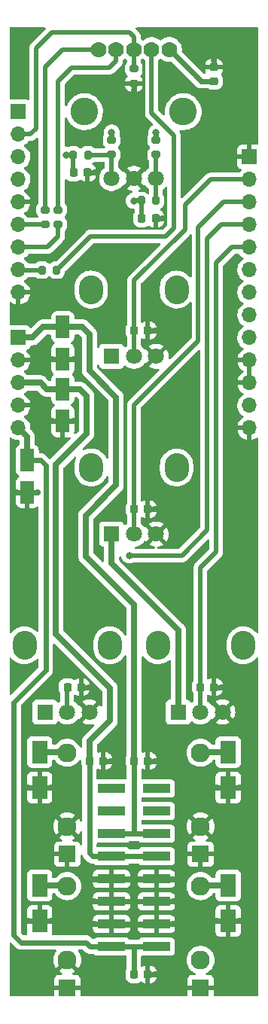
<source format=gbr>
%TF.GenerationSoftware,KiCad,Pcbnew,(6.0.9)*%
%TF.CreationDate,2023-01-29T17:20:29+01:00*%
%TF.ProjectId,wvtbl_main_board,77767462-6c5f-46d6-9169-6e5f626f6172,rev?*%
%TF.SameCoordinates,Original*%
%TF.FileFunction,Copper,L2,Bot*%
%TF.FilePolarity,Positive*%
%FSLAX46Y46*%
G04 Gerber Fmt 4.6, Leading zero omitted, Abs format (unit mm)*
G04 Created by KiCad (PCBNEW (6.0.9)) date 2023-01-29 17:20:29*
%MOMM*%
%LPD*%
G01*
G04 APERTURE LIST*
G04 Aperture macros list*
%AMRoundRect*
0 Rectangle with rounded corners*
0 $1 Rounding radius*
0 $2 $3 $4 $5 $6 $7 $8 $9 X,Y pos of 4 corners*
0 Add a 4 corners polygon primitive as box body*
4,1,4,$2,$3,$4,$5,$6,$7,$8,$9,$2,$3,0*
0 Add four circle primitives for the rounded corners*
1,1,$1+$1,$2,$3*
1,1,$1+$1,$4,$5*
1,1,$1+$1,$6,$7*
1,1,$1+$1,$8,$9*
0 Add four rect primitives between the rounded corners*
20,1,$1+$1,$2,$3,$4,$5,0*
20,1,$1+$1,$4,$5,$6,$7,0*
20,1,$1+$1,$6,$7,$8,$9,0*
20,1,$1+$1,$8,$9,$2,$3,0*%
G04 Aperture macros list end*
%TA.AperFunction,ComponentPad*%
%ADD10O,2.720000X3.240000*%
%TD*%
%TA.AperFunction,ComponentPad*%
%ADD11R,1.800000X1.800000*%
%TD*%
%TA.AperFunction,ComponentPad*%
%ADD12C,1.800000*%
%TD*%
%TA.AperFunction,ComponentPad*%
%ADD13R,1.930000X1.830000*%
%TD*%
%TA.AperFunction,ComponentPad*%
%ADD14C,2.130000*%
%TD*%
%TA.AperFunction,ComponentPad*%
%ADD15C,1.778000*%
%TD*%
%TA.AperFunction,ComponentPad*%
%ADD16C,1.798320*%
%TD*%
%TA.AperFunction,ComponentPad*%
%ADD17C,3.114040*%
%TD*%
%TA.AperFunction,SMDPad,CuDef*%
%ADD18RoundRect,0.200000X-0.275000X0.200000X-0.275000X-0.200000X0.275000X-0.200000X0.275000X0.200000X0*%
%TD*%
%TA.AperFunction,SMDPad,CuDef*%
%ADD19RoundRect,0.225000X0.250000X-0.225000X0.250000X0.225000X-0.250000X0.225000X-0.250000X-0.225000X0*%
%TD*%
%TA.AperFunction,SMDPad,CuDef*%
%ADD20RoundRect,0.225000X0.225000X0.250000X-0.225000X0.250000X-0.225000X-0.250000X0.225000X-0.250000X0*%
%TD*%
%TA.AperFunction,SMDPad,CuDef*%
%ADD21R,1.800000X2.500000*%
%TD*%
%TA.AperFunction,SMDPad,CuDef*%
%ADD22RoundRect,0.200000X0.200000X0.275000X-0.200000X0.275000X-0.200000X-0.275000X0.200000X-0.275000X0*%
%TD*%
%TA.AperFunction,SMDPad,CuDef*%
%ADD23RoundRect,0.225000X-0.225000X-0.250000X0.225000X-0.250000X0.225000X0.250000X-0.225000X0.250000X0*%
%TD*%
%TA.AperFunction,SMDPad,CuDef*%
%ADD24R,3.150000X1.000000*%
%TD*%
%TA.AperFunction,SMDPad,CuDef*%
%ADD25RoundRect,0.250000X0.550000X-1.050000X0.550000X1.050000X-0.550000X1.050000X-0.550000X-1.050000X0*%
%TD*%
%TA.AperFunction,SMDPad,CuDef*%
%ADD26RoundRect,0.250000X-0.550000X1.050000X-0.550000X-1.050000X0.550000X-1.050000X0.550000X1.050000X0*%
%TD*%
%TA.AperFunction,SMDPad,CuDef*%
%ADD27RoundRect,0.200000X-0.200000X-0.275000X0.200000X-0.275000X0.200000X0.275000X-0.200000X0.275000X0*%
%TD*%
%TA.AperFunction,SMDPad,CuDef*%
%ADD28RoundRect,0.200000X0.275000X-0.200000X0.275000X0.200000X-0.275000X0.200000X-0.275000X-0.200000X0*%
%TD*%
%TA.AperFunction,ComponentPad*%
%ADD29R,1.700000X1.700000*%
%TD*%
%TA.AperFunction,ComponentPad*%
%ADD30O,1.700000X1.700000*%
%TD*%
%TA.AperFunction,ViaPad*%
%ADD31C,0.800000*%
%TD*%
%TA.AperFunction,ViaPad*%
%ADD32C,0.700000*%
%TD*%
%TA.AperFunction,Conductor*%
%ADD33C,0.500000*%
%TD*%
%TA.AperFunction,Conductor*%
%ADD34C,0.600000*%
%TD*%
%TA.AperFunction,Conductor*%
%ADD35C,0.700000*%
%TD*%
G04 APERTURE END LIST*
D10*
%TO.P,RV2,*%
%TO.N,*%
X54800000Y-95000000D03*
X45200000Y-95000000D03*
D11*
%TO.P,RV2,1,1*%
%TO.N,+3.3VA*%
X47500000Y-102500000D03*
D12*
%TO.P,RV2,2,2*%
%TO.N,/POT_2*%
X50000000Y-102500000D03*
%TO.P,RV2,3,3*%
%TO.N,GND*%
X52500000Y-102500000D03*
%TD*%
D13*
%TO.P,J5,S*%
%TO.N,GND*%
X57500000Y-153480000D03*
D14*
%TO.P,J5,T*%
%TO.N,/OUT*%
X57500000Y-142080000D03*
%TO.P,J5,TN*%
%TO.N,unconnected-(J5-PadTN)*%
X57500000Y-150380000D03*
%TD*%
D15*
%TO.P,S1,1*%
%TO.N,Net-(R6-Pad1)*%
X46002040Y-48002300D03*
%TO.P,S1,2*%
%TO.N,Net-(R7-Pad1)*%
X48001020Y-48002300D03*
%TO.P,S1,3*%
%TO.N,/ENCODER_SWITCH*%
X50000000Y-48002300D03*
%TO.P,S1,4*%
%TO.N,Net-(R8-Pad1)*%
X51998980Y-48002300D03*
%TO.P,S1,5*%
%TO.N,+3.3V*%
X53997960Y-48002300D03*
D16*
%TO.P,S1,A*%
%TO.N,Net-(R1-Pad2)*%
X47500640Y-62498080D03*
%TO.P,S1,B*%
%TO.N,Net-(R2-Pad2)*%
X52499360Y-62498080D03*
%TO.P,S1,C*%
%TO.N,GND*%
X50000000Y-62498080D03*
D17*
%TO.P,S1,M1*%
%TO.N,N/C*%
X44450100Y-55000000D03*
%TO.P,S1,M2*%
X55549900Y-55000000D03*
%TD*%
D13*
%TO.P,J2,S*%
%TO.N,GND*%
X42500000Y-153480000D03*
D14*
%TO.P,J2,T*%
%TO.N,/CV1*%
X42500000Y-142080000D03*
%TO.P,J2,TN*%
%TO.N,GND*%
X42500000Y-150380000D03*
%TD*%
D10*
%TO.P,RV4,*%
%TO.N,*%
X52700000Y-115000000D03*
X62300000Y-115000000D03*
D11*
%TO.P,RV4,1,1*%
%TO.N,+3.3VA*%
X55000000Y-122500000D03*
D12*
%TO.P,RV4,2,2*%
%TO.N,/POT_4*%
X57500000Y-122500000D03*
%TO.P,RV4,3,3*%
%TO.N,GND*%
X60000000Y-122500000D03*
%TD*%
D10*
%TO.P,RV3,*%
%TO.N,*%
X47300000Y-115000000D03*
X37700000Y-115000000D03*
D11*
%TO.P,RV3,1,1*%
%TO.N,+3.3VA*%
X40000000Y-122500000D03*
D12*
%TO.P,RV3,2,2*%
%TO.N,/POT_3*%
X42500000Y-122500000D03*
%TO.P,RV3,3,3*%
%TO.N,GND*%
X45000000Y-122500000D03*
%TD*%
D13*
%TO.P,J4,S*%
%TO.N,GND*%
X57500000Y-138480000D03*
D14*
%TO.P,J4,T*%
%TO.N,/CV3*%
X57500000Y-127080000D03*
%TO.P,J4,TN*%
%TO.N,GND*%
X57500000Y-135380000D03*
%TD*%
D13*
%TO.P,J3,S*%
%TO.N,GND*%
X42500000Y-138480000D03*
D14*
%TO.P,J3,T*%
%TO.N,/CV2*%
X42500000Y-127080000D03*
%TO.P,J3,TN*%
%TO.N,GND*%
X42500000Y-135380000D03*
%TD*%
D10*
%TO.P,RV1,*%
%TO.N,*%
X45200000Y-75000000D03*
X54800000Y-75000000D03*
D11*
%TO.P,RV1,1,1*%
%TO.N,+3.3VA*%
X47500000Y-82500000D03*
D12*
%TO.P,RV1,2,2*%
%TO.N,/POT_1*%
X50000000Y-82500000D03*
%TO.P,RV1,3,3*%
%TO.N,GND*%
X52500000Y-82500000D03*
%TD*%
D18*
%TO.P,R4,1*%
%TO.N,+3.3V*%
X52500000Y-58175000D03*
%TO.P,R4,2*%
%TO.N,Net-(R2-Pad2)*%
X52500000Y-59825000D03*
%TD*%
%TO.P,R3,1*%
%TO.N,+3.3V*%
X47500000Y-58175000D03*
%TO.P,R3,2*%
%TO.N,Net-(R1-Pad2)*%
X47500000Y-59825000D03*
%TD*%
D19*
%TO.P,C3,1*%
%TO.N,+3.3V*%
X59000000Y-51550000D03*
%TO.P,C3,2*%
%TO.N,GND*%
X59000000Y-50000000D03*
%TD*%
D20*
%TO.P,C9,1*%
%TO.N,GND*%
X51575000Y-152000000D03*
%TO.P,C9,2*%
%TO.N,-12V*%
X50025000Y-152000000D03*
%TD*%
D21*
%TO.P,D4,1,A1*%
%TO.N,GND*%
X60600000Y-131000000D03*
%TO.P,D4,2,A2*%
%TO.N,/CV3*%
X60600000Y-127000000D03*
%TD*%
D22*
%TO.P,R8,1*%
%TO.N,Net-(R8-Pad1)*%
X41325000Y-72800000D03*
%TO.P,R8,2*%
%TO.N,/LED_1*%
X39675000Y-72800000D03*
%TD*%
D23*
%TO.P,C2,1*%
%TO.N,/POT_1*%
X50025000Y-79600000D03*
%TO.P,C2,2*%
%TO.N,GND*%
X51575000Y-79600000D03*
%TD*%
D24*
%TO.P,J1,1,Pin_1*%
%TO.N,unconnected-(J1-Pad1)*%
X52525000Y-131110000D03*
%TO.P,J1,2,Pin_2*%
%TO.N,unconnected-(J1-Pad2)*%
X47475000Y-131110000D03*
%TO.P,J1,3,Pin_3*%
%TO.N,unconnected-(J1-Pad3)*%
X52525000Y-133650000D03*
%TO.P,J1,4,Pin_4*%
%TO.N,unconnected-(J1-Pad4)*%
X47475000Y-133650000D03*
%TO.P,J1,5,Pin_5*%
%TO.N,+5V*%
X52525000Y-136190000D03*
%TO.P,J1,6,Pin_6*%
X47475000Y-136190000D03*
%TO.P,J1,7,Pin_7*%
%TO.N,+12V*%
X52525000Y-138730000D03*
%TO.P,J1,8,Pin_8*%
X47475000Y-138730000D03*
%TO.P,J1,9,Pin_9*%
%TO.N,GND*%
X52525000Y-141270000D03*
%TO.P,J1,10,Pin_10*%
X47475000Y-141270000D03*
%TO.P,J1,11,Pin_11*%
X52525000Y-143810000D03*
%TO.P,J1,12,Pin_12*%
X47475000Y-143810000D03*
%TO.P,J1,13,Pin_13*%
X52525000Y-146350000D03*
%TO.P,J1,14,Pin_14*%
X47475000Y-146350000D03*
%TO.P,J1,15,Pin_15*%
%TO.N,-12V*%
X52525000Y-148890000D03*
%TO.P,J1,16,Pin_16*%
X47475000Y-148890000D03*
%TD*%
D25*
%TO.P,C8,1*%
%TO.N,GND*%
X38000000Y-97800000D03*
%TO.P,C8,2*%
%TO.N,-12V*%
X38000000Y-94200000D03*
%TD*%
D26*
%TO.P,C12,1*%
%TO.N,+5V*%
X42000000Y-79200000D03*
%TO.P,C12,2*%
%TO.N,GND*%
X42000000Y-82800000D03*
%TD*%
D23*
%TO.P,C1,1*%
%TO.N,/ENCODER_A*%
X43225000Y-61850000D03*
%TO.P,C1,2*%
%TO.N,GND*%
X44775000Y-61850000D03*
%TD*%
D27*
%TO.P,R2,1*%
%TO.N,/ENCODER_B*%
X50825000Y-65000000D03*
%TO.P,R2,2*%
%TO.N,Net-(R2-Pad2)*%
X52475000Y-65000000D03*
%TD*%
D26*
%TO.P,C10,1*%
%TO.N,+12V*%
X42000000Y-86200000D03*
%TO.P,C10,2*%
%TO.N,GND*%
X42000000Y-89800000D03*
%TD*%
D28*
%TO.P,R5,1*%
%TO.N,GND*%
X50000000Y-51825000D03*
%TO.P,R5,2*%
%TO.N,/ENCODER_SWITCH*%
X50000000Y-50175000D03*
%TD*%
D21*
%TO.P,D2,1,A1*%
%TO.N,GND*%
X39400000Y-131000000D03*
%TO.P,D2,2,A2*%
%TO.N,/CV2*%
X39400000Y-127000000D03*
%TD*%
D18*
%TO.P,R6,1*%
%TO.N,Net-(R6-Pad1)*%
X40000000Y-66025000D03*
%TO.P,R6,2*%
%TO.N,/LED_3*%
X40000000Y-67675000D03*
%TD*%
D23*
%TO.P,C6,1*%
%TO.N,/POT_3*%
X42525000Y-119700000D03*
%TO.P,C6,2*%
%TO.N,GND*%
X44075000Y-119700000D03*
%TD*%
%TO.P,C5,1*%
%TO.N,/POT_2*%
X50025000Y-99700000D03*
%TO.P,C5,2*%
%TO.N,GND*%
X51575000Y-99700000D03*
%TD*%
D21*
%TO.P,D1,1,A1*%
%TO.N,GND*%
X39400000Y-146000000D03*
%TO.P,D1,2,A2*%
%TO.N,/CV1*%
X39400000Y-142000000D03*
%TD*%
D18*
%TO.P,R7,1*%
%TO.N,Net-(R7-Pad1)*%
X41500000Y-66025000D03*
%TO.P,R7,2*%
%TO.N,/LED_2*%
X41500000Y-67675000D03*
%TD*%
D23*
%TO.P,C4,1*%
%TO.N,/ENCODER_B*%
X50875000Y-67000000D03*
%TO.P,C4,2*%
%TO.N,GND*%
X52425000Y-67000000D03*
%TD*%
%TO.P,C7,1*%
%TO.N,/POT_4*%
X57475000Y-119700000D03*
%TO.P,C7,2*%
%TO.N,GND*%
X59025000Y-119700000D03*
%TD*%
%TO.P,C11,1*%
%TO.N,+12V*%
X45025000Y-128000000D03*
%TO.P,C11,2*%
%TO.N,GND*%
X46575000Y-128000000D03*
%TD*%
D21*
%TO.P,D3,1,A1*%
%TO.N,GND*%
X60600000Y-146000000D03*
%TO.P,D3,2,A2*%
%TO.N,/OUT*%
X60600000Y-142000000D03*
%TD*%
D27*
%TO.P,R1,1*%
%TO.N,/ENCODER_A*%
X43175000Y-59850000D03*
%TO.P,R1,2*%
%TO.N,Net-(R1-Pad2)*%
X44825000Y-59850000D03*
%TD*%
D23*
%TO.P,C13,1*%
%TO.N,+5V*%
X50025000Y-128000000D03*
%TO.P,C13,2*%
%TO.N,GND*%
X51575000Y-128000000D03*
%TD*%
D29*
%TO.P,U1,1,GND*%
%TO.N,GND*%
X63000000Y-60080000D03*
D30*
%TO.P,U1,2,POT_1*%
%TO.N,/POT_1*%
X63000000Y-62620000D03*
%TO.P,U1,3,POT_2*%
%TO.N,/POT_2*%
X63000000Y-65160000D03*
%TO.P,U1,4,POT_3*%
%TO.N,/POT_3*%
X63000000Y-67700000D03*
%TO.P,U1,5,POT_4*%
%TO.N,/POT_4*%
X63000000Y-70240000D03*
%TO.P,U1,6,+3.3VA*%
%TO.N,+3.3VA*%
X63000000Y-72780000D03*
%TO.P,U1,7,CV1*%
%TO.N,/CV1*%
X63000000Y-75320000D03*
%TO.P,U1,8,CV2*%
%TO.N,/CV2*%
X63000000Y-77860000D03*
%TO.P,U1,9,CV3*%
%TO.N,/CV3*%
X63000000Y-80400000D03*
%TO.P,U1,10,CV4*%
%TO.N,GND*%
X63000000Y-82940000D03*
%TO.P,U1,11,GND*%
X63000000Y-85480000D03*
%TO.P,U1,12,OUT*%
%TO.N,/OUT*%
X63000000Y-88020000D03*
%TO.P,U1,13,GND*%
%TO.N,GND*%
X63000000Y-90560000D03*
%TO.P,U1,14,-12V*%
%TO.N,-12V*%
X37000000Y-90560000D03*
%TO.P,U1,15,GND*%
%TO.N,GND*%
X37000000Y-88020000D03*
%TO.P,U1,16,+12V*%
%TO.N,+12V*%
X37000000Y-85480000D03*
%TO.P,U1,17,GND*%
%TO.N,GND*%
X37000000Y-82940000D03*
D29*
%TO.P,U1,18,+5V*%
%TO.N,+5V*%
X37000000Y-80400000D03*
D30*
%TO.P,U1,19,GND*%
%TO.N,GND*%
X37000000Y-75320000D03*
%TO.P,U1,20,LED_1*%
%TO.N,/LED_1*%
X37000000Y-72780000D03*
%TO.P,U1,21,LED_2*%
%TO.N,/LED_2*%
X37000000Y-70240000D03*
%TO.P,U1,22,LED_3*%
%TO.N,/LED_3*%
X37000000Y-67700000D03*
%TO.P,U1,23,GND*%
%TO.N,GND*%
X37000000Y-65160000D03*
%TO.P,U1,24,ENCODER_B*%
%TO.N,/ENCODER_B*%
X37000000Y-62620000D03*
%TO.P,U1,25,ENCODER_A*%
%TO.N,/ENCODER_A*%
X37000000Y-60080000D03*
%TO.P,U1,26,ENCODER_SWITCH*%
%TO.N,/ENCODER_SWITCH*%
X37000000Y-57540000D03*
D29*
%TO.P,U1,27,+3.3V*%
%TO.N,+3.3V*%
X37000000Y-55000000D03*
%TD*%
D31*
%TO.N,/ENCODER_A*%
X42350000Y-59850000D03*
D32*
%TO.N,GND*%
X40700000Y-146000000D03*
X40800000Y-82800000D03*
X53200000Y-108000000D03*
X37400000Y-52700000D03*
X59300000Y-146000000D03*
X53250000Y-67000000D03*
X61900000Y-131000000D03*
X63000000Y-153500000D03*
X43200000Y-89800000D03*
X51300000Y-74500000D03*
X44900000Y-119700000D03*
X54450000Y-141300000D03*
X52400000Y-128000000D03*
X59825000Y-119700000D03*
X36900000Y-153600000D03*
X44500000Y-67300000D03*
X38100000Y-146000000D03*
X50000000Y-143800000D03*
X50000000Y-146400000D03*
X55800000Y-63500000D03*
X43400000Y-107000000D03*
X39200000Y-97800000D03*
X45550000Y-141300000D03*
X37100000Y-118100000D03*
X50000000Y-141300000D03*
X48800000Y-150400000D03*
X52400000Y-99700000D03*
X43000000Y-129500000D03*
X36900000Y-46200000D03*
X48700000Y-80700000D03*
X51600000Y-70300000D03*
X52400000Y-79600000D03*
X51700000Y-46000000D03*
X45550000Y-146350000D03*
X54450000Y-146350000D03*
X47375000Y-128000000D03*
X38400000Y-112100000D03*
X40700000Y-131000000D03*
X37700000Y-125200000D03*
X62400000Y-111700000D03*
X52400000Y-152000000D03*
X59300000Y-131000000D03*
X50000000Y-52600000D03*
X40800000Y-89800000D03*
X55900000Y-70000000D03*
X45600000Y-61850000D03*
X54450000Y-143800000D03*
X43200000Y-98400000D03*
X62700000Y-118300000D03*
X36800000Y-97800000D03*
X56400000Y-110900000D03*
X59000000Y-49200000D03*
X46300000Y-80600000D03*
X61900000Y-146000000D03*
X52000000Y-117900000D03*
X53200000Y-120400000D03*
X48100000Y-111000000D03*
X38100000Y-131000000D03*
X63600000Y-142100000D03*
X48900000Y-75600000D03*
X45550000Y-143800000D03*
X43200000Y-82800000D03*
D31*
%TO.N,+3.3V*%
X47500000Y-57350000D03*
X52500000Y-57350000D03*
%TO.N,/ENCODER_B*%
X50000000Y-65012500D03*
%TO.N,/POT_3*%
X49500000Y-104900000D03*
%TD*%
D33*
%TO.N,/ENCODER_A*%
X43175000Y-59850000D02*
X42350000Y-59850000D01*
X43175000Y-59850000D02*
X43175000Y-61800000D01*
X43175000Y-61800000D02*
X43225000Y-61850000D01*
D34*
%TO.N,GND*%
X54450000Y-141300000D02*
X52555000Y-141300000D01*
X52475000Y-146400000D02*
X52525000Y-146350000D01*
X47465000Y-143800000D02*
X47475000Y-143810000D01*
X47505000Y-141300000D02*
X47475000Y-141270000D01*
X54450000Y-146350000D02*
X52525000Y-146350000D01*
X50000000Y-143800000D02*
X52515000Y-143800000D01*
X52400000Y-128000000D02*
X51575000Y-128000000D01*
X53250000Y-67000000D02*
X52425000Y-67000000D01*
X44900000Y-119700000D02*
X44075000Y-119700000D01*
X47375000Y-128000000D02*
X46575000Y-128000000D01*
X54450000Y-143800000D02*
X52535000Y-143800000D01*
X50000000Y-143800000D02*
X47485000Y-143800000D01*
X50000000Y-146400000D02*
X47525000Y-146400000D01*
X52495000Y-141300000D02*
X52525000Y-141270000D01*
X40800000Y-89800000D02*
X42000000Y-89800000D01*
X38100000Y-146000000D02*
X39400000Y-146000000D01*
X47485000Y-143800000D02*
X47475000Y-143810000D01*
X52400000Y-152000000D02*
X51575000Y-152000000D01*
X45550000Y-143800000D02*
X47465000Y-143800000D01*
X45600000Y-61850000D02*
X44775000Y-61850000D01*
X61900000Y-131000000D02*
X60600000Y-131000000D01*
X47525000Y-146400000D02*
X47475000Y-146350000D01*
X50000000Y-146400000D02*
X52475000Y-146400000D01*
X39200000Y-97800000D02*
X38000000Y-97800000D01*
X52400000Y-79600000D02*
X51575000Y-79600000D01*
X59300000Y-146000000D02*
X60600000Y-146000000D01*
X40800000Y-82800000D02*
X42000000Y-82800000D01*
X50000000Y-141300000D02*
X47505000Y-141300000D01*
X59000000Y-49200000D02*
X59000000Y-50000000D01*
X45550000Y-141300000D02*
X47445000Y-141300000D01*
X61900000Y-146000000D02*
X60600000Y-146000000D01*
X59300000Y-131000000D02*
X60600000Y-131000000D01*
X40700000Y-146000000D02*
X39400000Y-146000000D01*
X40700000Y-131000000D02*
X39400000Y-131000000D01*
X52400000Y-99700000D02*
X51575000Y-99700000D01*
X38100000Y-131000000D02*
X39400000Y-131000000D01*
X52535000Y-143800000D02*
X52525000Y-143810000D01*
X47445000Y-141300000D02*
X47475000Y-141270000D01*
X43200000Y-89800000D02*
X42000000Y-89800000D01*
X45550000Y-146350000D02*
X47475000Y-146350000D01*
X36800000Y-97800000D02*
X38000000Y-97800000D01*
X50000000Y-141300000D02*
X52495000Y-141300000D01*
X43200000Y-82800000D02*
X42000000Y-82800000D01*
X52515000Y-143800000D02*
X52525000Y-143810000D01*
X50000000Y-52600000D02*
X50000000Y-51825000D01*
X59825000Y-119700000D02*
X59025000Y-119700000D01*
X52555000Y-141300000D02*
X52525000Y-141270000D01*
D33*
%TO.N,/POT_1*%
X50025000Y-73975000D02*
X50025000Y-80000000D01*
X63000000Y-62620000D02*
X58630000Y-62620000D01*
X58630000Y-62620000D02*
X55750000Y-65500000D01*
X50025000Y-82475000D02*
X50000000Y-82500000D01*
X50025000Y-80000000D02*
X50025000Y-82475000D01*
X55750000Y-65500000D02*
X55750000Y-68250000D01*
X55750000Y-68250000D02*
X50025000Y-73975000D01*
D34*
%TO.N,+3.3V*%
X47500000Y-58175000D02*
X47500000Y-57350000D01*
X57545660Y-51550000D02*
X56847830Y-50852170D01*
X52500000Y-58175000D02*
X52500000Y-57350000D01*
X53997960Y-48002300D02*
X56847830Y-50852170D01*
X59000000Y-51550000D02*
X57545660Y-51550000D01*
X56847830Y-50852170D02*
X57350000Y-51354340D01*
D33*
%TO.N,/ENCODER_B*%
X50837500Y-65012500D02*
X50825000Y-65000000D01*
X50825000Y-65000000D02*
X50012500Y-65000000D01*
X50875000Y-67000000D02*
X50875000Y-65050000D01*
X50875000Y-65050000D02*
X50837500Y-65012500D01*
X50012500Y-65000000D02*
X50000000Y-65012500D01*
%TO.N,/POT_2*%
X50000000Y-88000000D02*
X50000000Y-99975000D01*
X63000000Y-65160000D02*
X60090000Y-65160000D01*
X57250000Y-68000000D02*
X57250000Y-80750000D01*
X50025000Y-102475000D02*
X50000000Y-102500000D01*
X57250000Y-80750000D02*
X50000000Y-88000000D01*
X60090000Y-65160000D02*
X57250000Y-68000000D01*
X50025000Y-100000000D02*
X50025000Y-102475000D01*
%TO.N,/POT_3*%
X63000000Y-67700000D02*
X59800000Y-67700000D01*
X55400000Y-104900000D02*
X49500000Y-104900000D01*
X58250000Y-102050000D02*
X55400000Y-104900000D01*
X42500000Y-122500000D02*
X42500000Y-120025000D01*
X59800000Y-67700000D02*
X58250000Y-69250000D01*
X58250000Y-69250000D02*
X58250000Y-102050000D01*
X42500000Y-119725000D02*
X42525000Y-119700000D01*
%TO.N,/POT_4*%
X59250000Y-72000000D02*
X61010000Y-70240000D01*
X57475000Y-119700000D02*
X57475000Y-106275000D01*
X59250000Y-104500000D02*
X59250000Y-72000000D01*
X57475000Y-106275000D02*
X59250000Y-104500000D01*
X57475000Y-122475000D02*
X57500000Y-122500000D01*
X61010000Y-70240000D02*
X63000000Y-70240000D01*
X57475000Y-119700000D02*
X57475000Y-122475000D01*
D35*
%TO.N,-12V*%
X38000000Y-91560000D02*
X38000000Y-94200000D01*
D34*
X52525000Y-148890000D02*
X49990000Y-148890000D01*
X37300000Y-148400000D02*
X36500000Y-147600000D01*
X49990000Y-148890000D02*
X47475000Y-148890000D01*
X36500000Y-121400000D02*
X40100000Y-117800000D01*
X40100000Y-94800000D02*
X39500000Y-94200000D01*
X40100000Y-117800000D02*
X40100000Y-94800000D01*
D35*
X37000000Y-90560000D02*
X38000000Y-91560000D01*
D34*
X39500000Y-94200000D02*
X38000000Y-94200000D01*
X36500000Y-147600000D02*
X36500000Y-121400000D01*
X45090000Y-148890000D02*
X44600000Y-148400000D01*
X49990000Y-148890000D02*
X49990000Y-151965000D01*
X44600000Y-148400000D02*
X37300000Y-148400000D01*
X47475000Y-148890000D02*
X45090000Y-148890000D01*
X49990000Y-151965000D02*
X50025000Y-152000000D01*
D35*
%TO.N,+12V*%
X41200000Y-94700000D02*
X44700000Y-91200000D01*
X40200000Y-86200000D02*
X42000000Y-86200000D01*
X37000000Y-85480000D02*
X39480000Y-85480000D01*
D34*
X45000000Y-138400000D02*
X45000000Y-128400000D01*
D35*
X41200000Y-113700000D02*
X41200000Y-94700000D01*
X45025000Y-125775000D02*
X47300000Y-123500000D01*
X47300000Y-123500000D02*
X47300000Y-119800000D01*
D34*
X45330000Y-138730000D02*
X45000000Y-138400000D01*
D35*
X44700000Y-91200000D02*
X44700000Y-87000000D01*
X39480000Y-85480000D02*
X40200000Y-86200000D01*
X43900000Y-86200000D02*
X42000000Y-86200000D01*
X47300000Y-119800000D02*
X41200000Y-113700000D01*
X45025000Y-128000000D02*
X45025000Y-125775000D01*
D34*
X47475000Y-138730000D02*
X45330000Y-138730000D01*
X52525000Y-138730000D02*
X47475000Y-138730000D01*
D35*
X44700000Y-87000000D02*
X43900000Y-86200000D01*
D34*
%TO.N,+5V*%
X52525000Y-136190000D02*
X50010000Y-136190000D01*
D35*
X48000000Y-97000000D02*
X48000000Y-87100000D01*
X38600000Y-80400000D02*
X37000000Y-80400000D01*
X50025000Y-110425000D02*
X44600000Y-105000000D01*
X44600000Y-100400000D02*
X48000000Y-97000000D01*
X45000000Y-80000000D02*
X44500000Y-79500000D01*
X39800000Y-79200000D02*
X38600000Y-80400000D01*
D34*
X50010000Y-136190000D02*
X50010000Y-128390000D01*
D35*
X44200000Y-79200000D02*
X44500000Y-79500000D01*
X50025000Y-128000000D02*
X50025000Y-110425000D01*
X45000000Y-84100000D02*
X45000000Y-80000000D01*
X42000000Y-79200000D02*
X44200000Y-79200000D01*
X42000000Y-79200000D02*
X39800000Y-79200000D01*
X48000000Y-87100000D02*
X45000000Y-84100000D01*
D34*
X50010000Y-136190000D02*
X47475000Y-136190000D01*
D35*
X44600000Y-105000000D02*
X44600000Y-100400000D01*
%TO.N,/CV1*%
X42420000Y-142000000D02*
X42500000Y-142080000D01*
X39000000Y-142000000D02*
X42420000Y-142000000D01*
%TO.N,/CV2*%
X39000000Y-127000000D02*
X42420000Y-127000000D01*
%TO.N,/CV3*%
X57580000Y-127000000D02*
X57500000Y-127080000D01*
X61000000Y-127000000D02*
X57580000Y-127000000D01*
D33*
%TO.N,Net-(R1-Pad2)*%
X47475000Y-59850000D02*
X47500000Y-59825000D01*
X47500000Y-62497440D02*
X47500640Y-62498080D01*
X44825000Y-59850000D02*
X47475000Y-59850000D01*
X47500000Y-59825000D02*
X47500000Y-62497440D01*
%TO.N,Net-(R2-Pad2)*%
X52500000Y-62497440D02*
X52499360Y-62498080D01*
X52500000Y-59825000D02*
X52500000Y-62497440D01*
X52499360Y-64975640D02*
X52475000Y-65000000D01*
X52499360Y-62498080D02*
X52499360Y-64975640D01*
%TO.N,/ENCODER_SWITCH*%
X50000000Y-46550000D02*
X50000000Y-48002300D01*
X49500000Y-46050000D02*
X50000000Y-46550000D01*
X37000000Y-57540000D02*
X38360000Y-57540000D01*
X38360000Y-57540000D02*
X39000000Y-56900000D01*
X40800000Y-46050000D02*
X49500000Y-46050000D01*
X50000000Y-50175000D02*
X50000000Y-48002300D01*
X39000000Y-56900000D02*
X39000000Y-47850000D01*
X39000000Y-47850000D02*
X40800000Y-46050000D01*
%TO.N,Net-(R6-Pad1)*%
X42000000Y-48000000D02*
X42002300Y-48002300D01*
X40000000Y-50000000D02*
X42000000Y-48000000D01*
X40000000Y-66025000D02*
X40000000Y-50000000D01*
X42002300Y-48002300D02*
X46002040Y-48002300D01*
%TO.N,/LED_1*%
X39675000Y-72800000D02*
X37020000Y-72800000D01*
X37020000Y-72800000D02*
X37000000Y-72780000D01*
%TO.N,Net-(R7-Pad1)*%
X41500000Y-66025000D02*
X41500000Y-51550000D01*
X41500000Y-51550000D02*
X43000000Y-50050000D01*
X47250000Y-50050000D02*
X48000000Y-49300000D01*
X43000000Y-50050000D02*
X47250000Y-50050000D01*
X48000000Y-48003320D02*
X48001020Y-48002300D01*
X48000000Y-49300000D02*
X48000000Y-48003320D01*
%TO.N,/LED_2*%
X37000000Y-70240000D02*
X40260000Y-70240000D01*
X41500000Y-69000000D02*
X41500000Y-67675000D01*
X40260000Y-70240000D02*
X41500000Y-69000000D01*
%TO.N,Net-(R8-Pad1)*%
X52000000Y-55150000D02*
X54500000Y-57650000D01*
X45125000Y-69000000D02*
X41325000Y-72800000D01*
X52000000Y-48003320D02*
X52000000Y-55150000D01*
X54500000Y-68050000D02*
X53550000Y-69000000D01*
X53550000Y-69000000D02*
X45125000Y-69000000D01*
X51998980Y-48002300D02*
X52000000Y-48003320D01*
X54500000Y-57650000D02*
X54500000Y-68050000D01*
%TO.N,/LED_3*%
X37000000Y-67700000D02*
X39975000Y-67700000D01*
X39975000Y-67700000D02*
X40000000Y-67675000D01*
D35*
%TO.N,+3.3VA*%
X47500000Y-105800000D02*
X47500000Y-102500000D01*
X55000000Y-122500000D02*
X55000000Y-113300000D01*
X55000000Y-113300000D02*
X47500000Y-105800000D01*
%TO.N,/OUT*%
X57580000Y-142000000D02*
X57500000Y-142080000D01*
X61000000Y-142000000D02*
X57580000Y-142000000D01*
%TD*%
%TA.AperFunction,Conductor*%
%TO.N,GND*%
G36*
X61870612Y-71018502D02*
G01*
X61899402Y-71045595D01*
X61899987Y-71045088D01*
X62046250Y-71213938D01*
X62218126Y-71356632D01*
X62288595Y-71397811D01*
X62291445Y-71399476D01*
X62340169Y-71451114D01*
X62353240Y-71520897D01*
X62326509Y-71586669D01*
X62286055Y-71620027D01*
X62273607Y-71626507D01*
X62269474Y-71629610D01*
X62269471Y-71629612D01*
X62245247Y-71647800D01*
X62094965Y-71760635D01*
X61940629Y-71922138D01*
X61937715Y-71926410D01*
X61937714Y-71926411D01*
X61908841Y-71968737D01*
X61814743Y-72106680D01*
X61812564Y-72111375D01*
X61725820Y-72298250D01*
X61720688Y-72309305D01*
X61660989Y-72524570D01*
X61637251Y-72746695D01*
X61637548Y-72751848D01*
X61637548Y-72751851D01*
X61648075Y-72934420D01*
X61650110Y-72969715D01*
X61651247Y-72974761D01*
X61651248Y-72974767D01*
X61669843Y-73057275D01*
X61699222Y-73187639D01*
X61783266Y-73394616D01*
X61827858Y-73467383D01*
X61896897Y-73580045D01*
X61899987Y-73585088D01*
X62046250Y-73753938D01*
X62218126Y-73896632D01*
X62236066Y-73907115D01*
X62291445Y-73939476D01*
X62340169Y-73991114D01*
X62353240Y-74060897D01*
X62326509Y-74126669D01*
X62286055Y-74160027D01*
X62273607Y-74166507D01*
X62269474Y-74169610D01*
X62269471Y-74169612D01*
X62110220Y-74289181D01*
X62094965Y-74300635D01*
X61940629Y-74462138D01*
X61937715Y-74466410D01*
X61937714Y-74466411D01*
X61932469Y-74474100D01*
X61814743Y-74646680D01*
X61720688Y-74849305D01*
X61660989Y-75064570D01*
X61637251Y-75286695D01*
X61637548Y-75291848D01*
X61637548Y-75291851D01*
X61639815Y-75331164D01*
X61650110Y-75509715D01*
X61651247Y-75514761D01*
X61651248Y-75514767D01*
X61664597Y-75574000D01*
X61699222Y-75727639D01*
X61783266Y-75934616D01*
X61899987Y-76125088D01*
X62046250Y-76293938D01*
X62122376Y-76357139D01*
X62209389Y-76429378D01*
X62218126Y-76436632D01*
X62277674Y-76471429D01*
X62291445Y-76479476D01*
X62340169Y-76531114D01*
X62353240Y-76600897D01*
X62326509Y-76666669D01*
X62286055Y-76700027D01*
X62273607Y-76706507D01*
X62269474Y-76709610D01*
X62269471Y-76709612D01*
X62140683Y-76806309D01*
X62094965Y-76840635D01*
X61940629Y-77002138D01*
X61814743Y-77186680D01*
X61720688Y-77389305D01*
X61660989Y-77604570D01*
X61637251Y-77826695D01*
X61637548Y-77831848D01*
X61637548Y-77831851D01*
X61649812Y-78044547D01*
X61650110Y-78049715D01*
X61651247Y-78054761D01*
X61651248Y-78054767D01*
X61661352Y-78099600D01*
X61699222Y-78267639D01*
X61747588Y-78386751D01*
X61780489Y-78467776D01*
X61783266Y-78474616D01*
X61785965Y-78479020D01*
X61896134Y-78658800D01*
X61899987Y-78665088D01*
X62046250Y-78833938D01*
X62218126Y-78976632D01*
X62288595Y-79017811D01*
X62291445Y-79019476D01*
X62340169Y-79071114D01*
X62353240Y-79140897D01*
X62326509Y-79206669D01*
X62286055Y-79240027D01*
X62273607Y-79246507D01*
X62269474Y-79249610D01*
X62269471Y-79249612D01*
X62139332Y-79347323D01*
X62094965Y-79380635D01*
X61940629Y-79542138D01*
X61937715Y-79546410D01*
X61937714Y-79546411D01*
X61870976Y-79644245D01*
X61814743Y-79726680D01*
X61783489Y-79794011D01*
X61733408Y-79901903D01*
X61720688Y-79929305D01*
X61660989Y-80144570D01*
X61637251Y-80366695D01*
X61637548Y-80371848D01*
X61637548Y-80371851D01*
X61645770Y-80514445D01*
X61650110Y-80589715D01*
X61651247Y-80594761D01*
X61651248Y-80594767D01*
X61675304Y-80701508D01*
X61699222Y-80807639D01*
X61733899Y-80893039D01*
X61780783Y-81008500D01*
X61783266Y-81014616D01*
X61823683Y-81080570D01*
X61887017Y-81183922D01*
X61899987Y-81205088D01*
X62046250Y-81373938D01*
X62218126Y-81516632D01*
X62266101Y-81544666D01*
X62291955Y-81559774D01*
X62340679Y-81611412D01*
X62353750Y-81681195D01*
X62327019Y-81746967D01*
X62286562Y-81780327D01*
X62278457Y-81784546D01*
X62269738Y-81790036D01*
X62099433Y-81917905D01*
X62091726Y-81924748D01*
X61944590Y-82078717D01*
X61938104Y-82086727D01*
X61818098Y-82262649D01*
X61813000Y-82271623D01*
X61723338Y-82464783D01*
X61719775Y-82474470D01*
X61664389Y-82674183D01*
X61665912Y-82682607D01*
X61678292Y-82686000D01*
X63128000Y-82686000D01*
X63196121Y-82706002D01*
X63242614Y-82759658D01*
X63254000Y-82812000D01*
X63254000Y-85608000D01*
X63233998Y-85676121D01*
X63180342Y-85722614D01*
X63128000Y-85734000D01*
X61683225Y-85734000D01*
X61669694Y-85737973D01*
X61668257Y-85747966D01*
X61698565Y-85882446D01*
X61701645Y-85892275D01*
X61781770Y-86089603D01*
X61786413Y-86098794D01*
X61897694Y-86280388D01*
X61903777Y-86288699D01*
X62043213Y-86449667D01*
X62050580Y-86456883D01*
X62214434Y-86592916D01*
X62222881Y-86598831D01*
X62291969Y-86639203D01*
X62340693Y-86690842D01*
X62353764Y-86760625D01*
X62327033Y-86826396D01*
X62286584Y-86859752D01*
X62273607Y-86866507D01*
X62269474Y-86869610D01*
X62269471Y-86869612D01*
X62100002Y-86996853D01*
X62094965Y-87000635D01*
X62039974Y-87058180D01*
X61969279Y-87132158D01*
X61940629Y-87162138D01*
X61814743Y-87346680D01*
X61779329Y-87422974D01*
X61750230Y-87485663D01*
X61720688Y-87549305D01*
X61660989Y-87764570D01*
X61637251Y-87986695D01*
X61637548Y-87991848D01*
X61637548Y-87991851D01*
X61642689Y-88081006D01*
X61650110Y-88209715D01*
X61651247Y-88214761D01*
X61651248Y-88214767D01*
X61671096Y-88302837D01*
X61699222Y-88427639D01*
X61783266Y-88634616D01*
X61899987Y-88825088D01*
X62046250Y-88993938D01*
X62218126Y-89136632D01*
X62291955Y-89179774D01*
X62340679Y-89231412D01*
X62353750Y-89301195D01*
X62327019Y-89366967D01*
X62286562Y-89400327D01*
X62278457Y-89404546D01*
X62269738Y-89410036D01*
X62099433Y-89537905D01*
X62091726Y-89544748D01*
X61944590Y-89698717D01*
X61938104Y-89706727D01*
X61818098Y-89882649D01*
X61813000Y-89891623D01*
X61723338Y-90084783D01*
X61719775Y-90094470D01*
X61664389Y-90294183D01*
X61665912Y-90302607D01*
X61678292Y-90306000D01*
X63128000Y-90306000D01*
X63196121Y-90326002D01*
X63242614Y-90379658D01*
X63254000Y-90432000D01*
X63254000Y-91878517D01*
X63258064Y-91892359D01*
X63271478Y-91894393D01*
X63278184Y-91893534D01*
X63288262Y-91891392D01*
X63492255Y-91830191D01*
X63501842Y-91826433D01*
X63693095Y-91732739D01*
X63701945Y-91727464D01*
X63792332Y-91662992D01*
X63859406Y-91639718D01*
X63928414Y-91656402D01*
X63977448Y-91707746D01*
X63991500Y-91765571D01*
X63991500Y-113503603D01*
X63971498Y-113571724D01*
X63917842Y-113618217D01*
X63847568Y-113628321D01*
X63782988Y-113598827D01*
X63765337Y-113580045D01*
X63705939Y-113502215D01*
X63705938Y-113502214D01*
X63703167Y-113498583D01*
X63677422Y-113473415D01*
X63585254Y-113383315D01*
X63509264Y-113309030D01*
X63467873Y-113278902D01*
X63293721Y-113152141D01*
X63290028Y-113149453D01*
X63050053Y-113023196D01*
X63045752Y-113021677D01*
X63045747Y-113021675D01*
X62867998Y-112958906D01*
X62794366Y-112932904D01*
X62693224Y-112912969D01*
X62532794Y-112881348D01*
X62532788Y-112881347D01*
X62528322Y-112880467D01*
X62523768Y-112880240D01*
X62523766Y-112880240D01*
X62262064Y-112867211D01*
X62262058Y-112867211D01*
X62257495Y-112866984D01*
X61987559Y-112892738D01*
X61983130Y-112893822D01*
X61983123Y-112893823D01*
X61881331Y-112918732D01*
X61724168Y-112957190D01*
X61719933Y-112958905D01*
X61719931Y-112958906D01*
X61477069Y-113057275D01*
X61472840Y-113058988D01*
X61238839Y-113196001D01*
X61235272Y-113198854D01*
X61053280Y-113344397D01*
X61027068Y-113365359D01*
X61023947Y-113368700D01*
X60899224Y-113502215D01*
X60841963Y-113563512D01*
X60687402Y-113786312D01*
X60685374Y-113790388D01*
X60685373Y-113790390D01*
X60612403Y-113937066D01*
X60566621Y-114029090D01*
X60482153Y-114286760D01*
X60435765Y-114553925D01*
X60431500Y-114639600D01*
X60431500Y-115328884D01*
X60446125Y-115530451D01*
X60447109Y-115534906D01*
X60447109Y-115534909D01*
X60486482Y-115713240D01*
X60504585Y-115795237D01*
X60600655Y-116048810D01*
X60732324Y-116285859D01*
X60735096Y-116289491D01*
X60890860Y-116493590D01*
X60896833Y-116501417D01*
X60900099Y-116504610D01*
X60900101Y-116504612D01*
X60930347Y-116534179D01*
X61090736Y-116690970D01*
X61309972Y-116850547D01*
X61549947Y-116976804D01*
X61554248Y-116978323D01*
X61554253Y-116978325D01*
X61687087Y-117025233D01*
X61805634Y-117067096D01*
X61903653Y-117086415D01*
X62067206Y-117118652D01*
X62067212Y-117118653D01*
X62071678Y-117119533D01*
X62076232Y-117119760D01*
X62076234Y-117119760D01*
X62337936Y-117132789D01*
X62337942Y-117132789D01*
X62342505Y-117133016D01*
X62612441Y-117107262D01*
X62616870Y-117106178D01*
X62616877Y-117106177D01*
X62776584Y-117067096D01*
X62875832Y-117042810D01*
X63035039Y-116978325D01*
X63122931Y-116942725D01*
X63122932Y-116942725D01*
X63127160Y-116941012D01*
X63361161Y-116803999D01*
X63506490Y-116687776D01*
X63569366Y-116637493D01*
X63569368Y-116637492D01*
X63572932Y-116634641D01*
X63696246Y-116502635D01*
X63754921Y-116439824D01*
X63754923Y-116439821D01*
X63758037Y-116436488D01*
X63761974Y-116430813D01*
X63762598Y-116430309D01*
X63763509Y-116429181D01*
X63763753Y-116429378D01*
X63817238Y-116386244D01*
X63887825Y-116378629D01*
X63951324Y-116410384D01*
X63987574Y-116471429D01*
X63991500Y-116502635D01*
X63991500Y-154365500D01*
X63971498Y-154433621D01*
X63917842Y-154480114D01*
X63865500Y-154491500D01*
X59099000Y-154491500D01*
X59030879Y-154471498D01*
X58984386Y-154417842D01*
X58973000Y-154365500D01*
X58973000Y-153752115D01*
X58968525Y-153736876D01*
X58967135Y-153735671D01*
X58959452Y-153734000D01*
X56045116Y-153734000D01*
X56029877Y-153738475D01*
X56028672Y-153739865D01*
X56027001Y-153747548D01*
X56027001Y-154365500D01*
X56006999Y-154433621D01*
X55953343Y-154480114D01*
X55901001Y-154491500D01*
X44099000Y-154491500D01*
X44030879Y-154471498D01*
X43984386Y-154417842D01*
X43973000Y-154365500D01*
X43973000Y-153752115D01*
X43968525Y-153736876D01*
X43967135Y-153735671D01*
X43959452Y-153734000D01*
X41045116Y-153734000D01*
X41029877Y-153738475D01*
X41028672Y-153739865D01*
X41027001Y-153747548D01*
X41027001Y-154365500D01*
X41006999Y-154433621D01*
X40953343Y-154480114D01*
X40901001Y-154491500D01*
X36134500Y-154491500D01*
X36066379Y-154471498D01*
X36019886Y-154417842D01*
X36008500Y-154365500D01*
X36008500Y-153207885D01*
X41027000Y-153207885D01*
X41031475Y-153223124D01*
X41032865Y-153224329D01*
X41040548Y-153226000D01*
X43954884Y-153226000D01*
X43970123Y-153221525D01*
X43971328Y-153220135D01*
X43972999Y-153212452D01*
X43972999Y-152520331D01*
X43972629Y-152513510D01*
X43967105Y-152462648D01*
X43963479Y-152447396D01*
X43918324Y-152326946D01*
X43909786Y-152311351D01*
X43833285Y-152209276D01*
X43820724Y-152196715D01*
X43718649Y-152120214D01*
X43703054Y-152111676D01*
X43582606Y-152066522D01*
X43567351Y-152062895D01*
X43516486Y-152057369D01*
X43509672Y-152057000D01*
X43195255Y-152057000D01*
X43127134Y-152036998D01*
X43080641Y-151983342D01*
X43070537Y-151913068D01*
X43100031Y-151848488D01*
X43147037Y-151814591D01*
X43211761Y-151787782D01*
X43220555Y-151783301D01*
X43405715Y-151669835D01*
X43415175Y-151659379D01*
X43411391Y-151650601D01*
X42512812Y-150752022D01*
X42498868Y-150744408D01*
X42497035Y-150744539D01*
X42490420Y-150748790D01*
X41591652Y-151647558D01*
X41584892Y-151659938D01*
X41590619Y-151667588D01*
X41779445Y-151783301D01*
X41788235Y-151787780D01*
X41852965Y-151814592D01*
X41908245Y-151859141D01*
X41930666Y-151926504D01*
X41913107Y-151995296D01*
X41861145Y-152043674D01*
X41804746Y-152057001D01*
X41490331Y-152057001D01*
X41483510Y-152057371D01*
X41432648Y-152062895D01*
X41417396Y-152066521D01*
X41296946Y-152111676D01*
X41281351Y-152120214D01*
X41179276Y-152196715D01*
X41166715Y-152209276D01*
X41090214Y-152311351D01*
X41081676Y-152326946D01*
X41036522Y-152447394D01*
X41032895Y-152462649D01*
X41027369Y-152513514D01*
X41027000Y-152520328D01*
X41027000Y-153207885D01*
X36008500Y-153207885D01*
X36008500Y-148556082D01*
X36028502Y-148487961D01*
X36082158Y-148441468D01*
X36152432Y-148431364D01*
X36217012Y-148460858D01*
X36223595Y-148466987D01*
X36721766Y-148965158D01*
X36722694Y-148966095D01*
X36785771Y-149030507D01*
X36822221Y-149053998D01*
X36832546Y-149061417D01*
X36866443Y-149088476D01*
X36872784Y-149091541D01*
X36872785Y-149091542D01*
X36896637Y-149103072D01*
X36910054Y-149110601D01*
X36938238Y-149128765D01*
X36944855Y-149131173D01*
X36944860Y-149131176D01*
X36978973Y-149143592D01*
X36990716Y-149148553D01*
X37023400Y-149164353D01*
X37023409Y-149164356D01*
X37029749Y-149167421D01*
X37036614Y-149169006D01*
X37062428Y-149174966D01*
X37077168Y-149179332D01*
X37108685Y-149190803D01*
X37115670Y-149191685D01*
X37115677Y-149191687D01*
X37151692Y-149196237D01*
X37164243Y-149198472D01*
X37206485Y-149208225D01*
X37213529Y-149208250D01*
X37213533Y-149208250D01*
X37247072Y-149208367D01*
X37247942Y-149208396D01*
X37248769Y-149208500D01*
X37285258Y-149208500D01*
X37285697Y-149208501D01*
X37384343Y-149208845D01*
X37384348Y-149208845D01*
X37387870Y-149208857D01*
X37389070Y-149208589D01*
X37390708Y-149208500D01*
X41158608Y-149208500D01*
X41226729Y-149228502D01*
X41273222Y-149282158D01*
X41283326Y-149352432D01*
X41254419Y-149416330D01*
X41226697Y-149448789D01*
X41220899Y-149456769D01*
X41096699Y-149659445D01*
X41092218Y-149668239D01*
X41001256Y-149887840D01*
X40998207Y-149897225D01*
X40942717Y-150128355D01*
X40941174Y-150138102D01*
X40922524Y-150375070D01*
X40922524Y-150384930D01*
X40941174Y-150621898D01*
X40942717Y-150631645D01*
X40998207Y-150862775D01*
X41001256Y-150872160D01*
X41092218Y-151091761D01*
X41096699Y-151100555D01*
X41210165Y-151285715D01*
X41220621Y-151295175D01*
X41229399Y-151291391D01*
X42410905Y-150109885D01*
X42473217Y-150075859D01*
X42544032Y-150080924D01*
X42589095Y-150109885D01*
X43767558Y-151288348D01*
X43779938Y-151295108D01*
X43787588Y-151289381D01*
X43903301Y-151100555D01*
X43907782Y-151091761D01*
X43998744Y-150872160D01*
X44001793Y-150862775D01*
X44057283Y-150631645D01*
X44058826Y-150621898D01*
X44077476Y-150384930D01*
X44077476Y-150375070D01*
X44058826Y-150138102D01*
X44057283Y-150128355D01*
X44001793Y-149897225D01*
X43998744Y-149887840D01*
X43907782Y-149668239D01*
X43903301Y-149659445D01*
X43779101Y-149456769D01*
X43773303Y-149448789D01*
X43745581Y-149416330D01*
X43716550Y-149351540D01*
X43727155Y-149281340D01*
X43774030Y-149228018D01*
X43841392Y-149208500D01*
X44212917Y-149208500D01*
X44281038Y-149228502D01*
X44302012Y-149245404D01*
X44511721Y-149455112D01*
X44512650Y-149456050D01*
X44555999Y-149500316D01*
X44575771Y-149520507D01*
X44581690Y-149524322D01*
X44581698Y-149524328D01*
X44612214Y-149543994D01*
X44622559Y-149551427D01*
X44656443Y-149578476D01*
X44662782Y-149581540D01*
X44662783Y-149581541D01*
X44686637Y-149593072D01*
X44700054Y-149600601D01*
X44728238Y-149618765D01*
X44734855Y-149621173D01*
X44734860Y-149621176D01*
X44768973Y-149633592D01*
X44780716Y-149638553D01*
X44813400Y-149654353D01*
X44813409Y-149654356D01*
X44819749Y-149657421D01*
X44826614Y-149659006D01*
X44852428Y-149664966D01*
X44867168Y-149669332D01*
X44898685Y-149680803D01*
X44905670Y-149681685D01*
X44905677Y-149681687D01*
X44941692Y-149686237D01*
X44954243Y-149688472D01*
X44996485Y-149698225D01*
X45003529Y-149698250D01*
X45003533Y-149698250D01*
X45037074Y-149698367D01*
X45037943Y-149698396D01*
X45038769Y-149698500D01*
X45075133Y-149698500D01*
X45075573Y-149698501D01*
X45174336Y-149698846D01*
X45174342Y-149698846D01*
X45177870Y-149698858D01*
X45179073Y-149698589D01*
X45180717Y-149698500D01*
X45432671Y-149698500D01*
X45500792Y-149718502D01*
X45524332Y-149740407D01*
X45525008Y-149739731D01*
X45531358Y-149746081D01*
X45536739Y-149753261D01*
X45653295Y-149840615D01*
X45789684Y-149891745D01*
X45851866Y-149898500D01*
X49055500Y-149898500D01*
X49123621Y-149918502D01*
X49170114Y-149972158D01*
X49181500Y-150024500D01*
X49181500Y-151319769D01*
X49162760Y-151385885D01*
X49130698Y-151437899D01*
X49076851Y-151600243D01*
X49066500Y-151701268D01*
X49066500Y-152298732D01*
X49077113Y-152401019D01*
X49079295Y-152407559D01*
X49114645Y-152513514D01*
X49131244Y-152563268D01*
X49221248Y-152708713D01*
X49342298Y-152829552D01*
X49348528Y-152833392D01*
X49348529Y-152833393D01*
X49480020Y-152914445D01*
X49487899Y-152919302D01*
X49650243Y-152973149D01*
X49657080Y-152973849D01*
X49657082Y-152973850D01*
X49698401Y-152978083D01*
X49751268Y-152983500D01*
X50298732Y-152983500D01*
X50301978Y-152983163D01*
X50301982Y-152983163D01*
X50336083Y-152979625D01*
X50401019Y-152972887D01*
X50554726Y-152921606D01*
X50556324Y-152921073D01*
X50556326Y-152921072D01*
X50563268Y-152918756D01*
X50708713Y-152828752D01*
X50713886Y-152823570D01*
X50719623Y-152819023D01*
X50721055Y-152820830D01*
X50773575Y-152792098D01*
X50844395Y-152797108D01*
X50880853Y-152820499D01*
X50881683Y-152819448D01*
X50898840Y-152832998D01*
X51031880Y-152915004D01*
X51045061Y-152921151D01*
X51193814Y-152970491D01*
X51207190Y-152973358D01*
X51298097Y-152982672D01*
X51303126Y-152982929D01*
X51318124Y-152978525D01*
X51319329Y-152977135D01*
X51321000Y-152969452D01*
X51321000Y-152964885D01*
X51829000Y-152964885D01*
X51833475Y-152980124D01*
X51834865Y-152981329D01*
X51842548Y-152983000D01*
X51845438Y-152983000D01*
X51851953Y-152982663D01*
X51944057Y-152973106D01*
X51957456Y-152970212D01*
X52106107Y-152920619D01*
X52119286Y-152914445D01*
X52252173Y-152832212D01*
X52263574Y-152823176D01*
X52373986Y-152712571D01*
X52382998Y-152701160D01*
X52465004Y-152568120D01*
X52471151Y-152554939D01*
X52520491Y-152406186D01*
X52523358Y-152392810D01*
X52532672Y-152301903D01*
X52533000Y-152295486D01*
X52533000Y-152272115D01*
X52528525Y-152256876D01*
X52527135Y-152255671D01*
X52519452Y-152254000D01*
X51847115Y-152254000D01*
X51831876Y-152258475D01*
X51830671Y-152259865D01*
X51829000Y-152267548D01*
X51829000Y-152964885D01*
X51321000Y-152964885D01*
X51321000Y-151727885D01*
X51829000Y-151727885D01*
X51833475Y-151743124D01*
X51834865Y-151744329D01*
X51842548Y-151746000D01*
X52514885Y-151746000D01*
X52530124Y-151741525D01*
X52531329Y-151740135D01*
X52533000Y-151732452D01*
X52533000Y-151704562D01*
X52532663Y-151698047D01*
X52523106Y-151605943D01*
X52520212Y-151592544D01*
X52470619Y-151443893D01*
X52464445Y-151430714D01*
X52382212Y-151297827D01*
X52373176Y-151286426D01*
X52262571Y-151176014D01*
X52251160Y-151167002D01*
X52118120Y-151084996D01*
X52104939Y-151078849D01*
X51956186Y-151029509D01*
X51942810Y-151026642D01*
X51851903Y-151017328D01*
X51846874Y-151017071D01*
X51831876Y-151021475D01*
X51830671Y-151022865D01*
X51829000Y-151030548D01*
X51829000Y-151727885D01*
X51321000Y-151727885D01*
X51321000Y-151035115D01*
X51316525Y-151019876D01*
X51315135Y-151018671D01*
X51307452Y-151017000D01*
X51304562Y-151017000D01*
X51298047Y-151017337D01*
X51205943Y-151026894D01*
X51192544Y-151029788D01*
X51043893Y-151079381D01*
X51030719Y-151085552D01*
X50990804Y-151110253D01*
X50922352Y-151129091D01*
X50854582Y-151107930D01*
X50809011Y-151053490D01*
X50798500Y-151003109D01*
X50798500Y-150380000D01*
X55921634Y-150380000D01*
X55941066Y-150626911D01*
X55942220Y-150631718D01*
X55942221Y-150631724D01*
X55969275Y-150744408D01*
X55998885Y-150867742D01*
X56000778Y-150872313D01*
X56000779Y-150872315D01*
X56088875Y-151084996D01*
X56093666Y-151096563D01*
X56223075Y-151307740D01*
X56383927Y-151496073D01*
X56572260Y-151656925D01*
X56783437Y-151786334D01*
X56851656Y-151814591D01*
X56851658Y-151814592D01*
X56906938Y-151859141D01*
X56929359Y-151926504D01*
X56911801Y-151995295D01*
X56859838Y-152043674D01*
X56803439Y-152057001D01*
X56490331Y-152057001D01*
X56483510Y-152057371D01*
X56432648Y-152062895D01*
X56417396Y-152066521D01*
X56296946Y-152111676D01*
X56281351Y-152120214D01*
X56179276Y-152196715D01*
X56166715Y-152209276D01*
X56090214Y-152311351D01*
X56081676Y-152326946D01*
X56036522Y-152447394D01*
X56032895Y-152462649D01*
X56027369Y-152513514D01*
X56027000Y-152520328D01*
X56027000Y-153207885D01*
X56031475Y-153223124D01*
X56032865Y-153224329D01*
X56040548Y-153226000D01*
X58954884Y-153226000D01*
X58970123Y-153221525D01*
X58971328Y-153220135D01*
X58972999Y-153212452D01*
X58972999Y-152520331D01*
X58972629Y-152513510D01*
X58967105Y-152462648D01*
X58963479Y-152447396D01*
X58918324Y-152326946D01*
X58909786Y-152311351D01*
X58833285Y-152209276D01*
X58820724Y-152196715D01*
X58718649Y-152120214D01*
X58703054Y-152111676D01*
X58582606Y-152066522D01*
X58567351Y-152062895D01*
X58516486Y-152057369D01*
X58509672Y-152057000D01*
X58196562Y-152057000D01*
X58128441Y-152036998D01*
X58081948Y-151983342D01*
X58071844Y-151913068D01*
X58101338Y-151848488D01*
X58148343Y-151814592D01*
X58176640Y-151802871D01*
X58211989Y-151788229D01*
X58211993Y-151788227D01*
X58216563Y-151786334D01*
X58427740Y-151656925D01*
X58616073Y-151496073D01*
X58776925Y-151307740D01*
X58906334Y-151096563D01*
X58911126Y-151084996D01*
X58999221Y-150872315D01*
X58999222Y-150872313D01*
X59001115Y-150867742D01*
X59030725Y-150744408D01*
X59057779Y-150631724D01*
X59057780Y-150631718D01*
X59058934Y-150626911D01*
X59078366Y-150380000D01*
X59058934Y-150133089D01*
X59057780Y-150128282D01*
X59057779Y-150128276D01*
X59016509Y-149956379D01*
X59001115Y-149892258D01*
X58997613Y-149883803D01*
X58908229Y-149668011D01*
X58908227Y-149668007D01*
X58906334Y-149663437D01*
X58776925Y-149452260D01*
X58616073Y-149263927D01*
X58427740Y-149103075D01*
X58216563Y-148973666D01*
X58211993Y-148971773D01*
X58211989Y-148971771D01*
X57992315Y-148880779D01*
X57992313Y-148880778D01*
X57987742Y-148878885D01*
X57902830Y-148858499D01*
X57751724Y-148822221D01*
X57751718Y-148822220D01*
X57746911Y-148821066D01*
X57500000Y-148801634D01*
X57253089Y-148821066D01*
X57248282Y-148822220D01*
X57248276Y-148822221D01*
X57097170Y-148858499D01*
X57012258Y-148878885D01*
X57007687Y-148880778D01*
X57007685Y-148880779D01*
X56788011Y-148971771D01*
X56788007Y-148971773D01*
X56783437Y-148973666D01*
X56572260Y-149103075D01*
X56383927Y-149263927D01*
X56223075Y-149452260D01*
X56093666Y-149663437D01*
X56091773Y-149668007D01*
X56091771Y-149668011D01*
X56002387Y-149883803D01*
X55998885Y-149892258D01*
X55983491Y-149956379D01*
X55942221Y-150128276D01*
X55942220Y-150128282D01*
X55941066Y-150133089D01*
X55921634Y-150380000D01*
X50798500Y-150380000D01*
X50798500Y-150024500D01*
X50818502Y-149956379D01*
X50872158Y-149909886D01*
X50924500Y-149898500D01*
X54148134Y-149898500D01*
X54210316Y-149891745D01*
X54346705Y-149840615D01*
X54463261Y-149753261D01*
X54550615Y-149636705D01*
X54601745Y-149500316D01*
X54608500Y-149438134D01*
X54608500Y-148341866D01*
X54601745Y-148279684D01*
X54550615Y-148143295D01*
X54463261Y-148026739D01*
X54346705Y-147939385D01*
X54210316Y-147888255D01*
X54148134Y-147881500D01*
X50901866Y-147881500D01*
X50839684Y-147888255D01*
X50703295Y-147939385D01*
X50586739Y-148026739D01*
X50581358Y-148033919D01*
X50575008Y-148040269D01*
X50573373Y-148038634D01*
X50526641Y-148073579D01*
X50482671Y-148081500D01*
X50045905Y-148081500D01*
X50030986Y-148080614D01*
X50027326Y-148080178D01*
X49995680Y-148076404D01*
X49988677Y-148077140D01*
X49988676Y-148077140D01*
X49953760Y-148080810D01*
X49940589Y-148081500D01*
X49517329Y-148081500D01*
X49449208Y-148061498D01*
X49425668Y-148039593D01*
X49424992Y-148040269D01*
X49418642Y-148033919D01*
X49413261Y-148026739D01*
X49296705Y-147939385D01*
X49160316Y-147888255D01*
X49098134Y-147881500D01*
X45851866Y-147881500D01*
X45789684Y-147888255D01*
X45653295Y-147939385D01*
X45536739Y-148026739D01*
X45536080Y-148025860D01*
X45481127Y-148055872D01*
X45410311Y-148050812D01*
X45365240Y-148021848D01*
X45178234Y-147834842D01*
X45177306Y-147833905D01*
X45119157Y-147774525D01*
X45119156Y-147774524D01*
X45114229Y-147769493D01*
X45077779Y-147746002D01*
X45067454Y-147738583D01*
X45033557Y-147711524D01*
X45003362Y-147696927D01*
X44989945Y-147689398D01*
X44961762Y-147671235D01*
X44955145Y-147668827D01*
X44955140Y-147668824D01*
X44921027Y-147656408D01*
X44909284Y-147651447D01*
X44876597Y-147635646D01*
X44876592Y-147635644D01*
X44870251Y-147632579D01*
X44863393Y-147630996D01*
X44863391Y-147630995D01*
X44837574Y-147625035D01*
X44822831Y-147620668D01*
X44791315Y-147609197D01*
X44784325Y-147608314D01*
X44784317Y-147608312D01*
X44748299Y-147603762D01*
X44735747Y-147601526D01*
X44700386Y-147593362D01*
X44700383Y-147593362D01*
X44693515Y-147591776D01*
X44686469Y-147591751D01*
X44686466Y-147591751D01*
X44652944Y-147591634D01*
X44652062Y-147591605D01*
X44651231Y-147591500D01*
X44614581Y-147591500D01*
X44614141Y-147591499D01*
X44515657Y-147591155D01*
X44515652Y-147591155D01*
X44512130Y-147591143D01*
X44510930Y-147591411D01*
X44509293Y-147591500D01*
X40896342Y-147591500D01*
X40828221Y-147571498D01*
X40781728Y-147517842D01*
X40771624Y-147447568D01*
X40778360Y-147421270D01*
X40798478Y-147367605D01*
X40802105Y-147352351D01*
X40807631Y-147301486D01*
X40808000Y-147294672D01*
X40808000Y-146894669D01*
X45392001Y-146894669D01*
X45392371Y-146901490D01*
X45397895Y-146952352D01*
X45401521Y-146967604D01*
X45446676Y-147088054D01*
X45455214Y-147103649D01*
X45531715Y-147205724D01*
X45544276Y-147218285D01*
X45646351Y-147294786D01*
X45661946Y-147303324D01*
X45782394Y-147348478D01*
X45797649Y-147352105D01*
X45848514Y-147357631D01*
X45855328Y-147358000D01*
X47202885Y-147358000D01*
X47218124Y-147353525D01*
X47219329Y-147352135D01*
X47221000Y-147344452D01*
X47221000Y-147339884D01*
X47729000Y-147339884D01*
X47733475Y-147355123D01*
X47734865Y-147356328D01*
X47742548Y-147357999D01*
X49094669Y-147357999D01*
X49101490Y-147357629D01*
X49152352Y-147352105D01*
X49167604Y-147348479D01*
X49288054Y-147303324D01*
X49303649Y-147294786D01*
X49405724Y-147218285D01*
X49418285Y-147205724D01*
X49494786Y-147103649D01*
X49503324Y-147088054D01*
X49548478Y-146967606D01*
X49552105Y-146952351D01*
X49557631Y-146901486D01*
X49558000Y-146894672D01*
X49558000Y-146894669D01*
X50442001Y-146894669D01*
X50442371Y-146901490D01*
X50447895Y-146952352D01*
X50451521Y-146967604D01*
X50496676Y-147088054D01*
X50505214Y-147103649D01*
X50581715Y-147205724D01*
X50594276Y-147218285D01*
X50696351Y-147294786D01*
X50711946Y-147303324D01*
X50832394Y-147348478D01*
X50847649Y-147352105D01*
X50898514Y-147357631D01*
X50905328Y-147358000D01*
X52252885Y-147358000D01*
X52268124Y-147353525D01*
X52269329Y-147352135D01*
X52271000Y-147344452D01*
X52271000Y-147339884D01*
X52779000Y-147339884D01*
X52783475Y-147355123D01*
X52784865Y-147356328D01*
X52792548Y-147357999D01*
X54144669Y-147357999D01*
X54151490Y-147357629D01*
X54202352Y-147352105D01*
X54217604Y-147348479D01*
X54338054Y-147303324D01*
X54353649Y-147294786D01*
X54353805Y-147294669D01*
X59192001Y-147294669D01*
X59192371Y-147301490D01*
X59197895Y-147352352D01*
X59201521Y-147367604D01*
X59246676Y-147488054D01*
X59255214Y-147503649D01*
X59331715Y-147605724D01*
X59344276Y-147618285D01*
X59446351Y-147694786D01*
X59461946Y-147703324D01*
X59582394Y-147748478D01*
X59597649Y-147752105D01*
X59648514Y-147757631D01*
X59655328Y-147758000D01*
X60327885Y-147758000D01*
X60343124Y-147753525D01*
X60344329Y-147752135D01*
X60346000Y-147744452D01*
X60346000Y-147739884D01*
X60854000Y-147739884D01*
X60858475Y-147755123D01*
X60859865Y-147756328D01*
X60867548Y-147757999D01*
X61544669Y-147757999D01*
X61551490Y-147757629D01*
X61602352Y-147752105D01*
X61617604Y-147748479D01*
X61738054Y-147703324D01*
X61753649Y-147694786D01*
X61855724Y-147618285D01*
X61868285Y-147605724D01*
X61944786Y-147503649D01*
X61953324Y-147488054D01*
X61998478Y-147367606D01*
X62002105Y-147352351D01*
X62007631Y-147301486D01*
X62008000Y-147294672D01*
X62008000Y-146272115D01*
X62003525Y-146256876D01*
X62002135Y-146255671D01*
X61994452Y-146254000D01*
X60872115Y-146254000D01*
X60856876Y-146258475D01*
X60855671Y-146259865D01*
X60854000Y-146267548D01*
X60854000Y-147739884D01*
X60346000Y-147739884D01*
X60346000Y-146272115D01*
X60341525Y-146256876D01*
X60340135Y-146255671D01*
X60332452Y-146254000D01*
X59210116Y-146254000D01*
X59194877Y-146258475D01*
X59193672Y-146259865D01*
X59192001Y-146267548D01*
X59192001Y-147294669D01*
X54353805Y-147294669D01*
X54455724Y-147218285D01*
X54468285Y-147205724D01*
X54544786Y-147103649D01*
X54553324Y-147088054D01*
X54598478Y-146967606D01*
X54602105Y-146952351D01*
X54607631Y-146901486D01*
X54608000Y-146894672D01*
X54608000Y-146622115D01*
X54603525Y-146606876D01*
X54602135Y-146605671D01*
X54594452Y-146604000D01*
X52797115Y-146604000D01*
X52781876Y-146608475D01*
X52780671Y-146609865D01*
X52779000Y-146617548D01*
X52779000Y-147339884D01*
X52271000Y-147339884D01*
X52271000Y-146622115D01*
X52266525Y-146606876D01*
X52265135Y-146605671D01*
X52257452Y-146604000D01*
X50460116Y-146604000D01*
X50444877Y-146608475D01*
X50443672Y-146609865D01*
X50442001Y-146617548D01*
X50442001Y-146894669D01*
X49558000Y-146894669D01*
X49558000Y-146622115D01*
X49553525Y-146606876D01*
X49552135Y-146605671D01*
X49544452Y-146604000D01*
X47747115Y-146604000D01*
X47731876Y-146608475D01*
X47730671Y-146609865D01*
X47729000Y-146617548D01*
X47729000Y-147339884D01*
X47221000Y-147339884D01*
X47221000Y-146622115D01*
X47216525Y-146606876D01*
X47215135Y-146605671D01*
X47207452Y-146604000D01*
X45410116Y-146604000D01*
X45394877Y-146608475D01*
X45393672Y-146609865D01*
X45392001Y-146617548D01*
X45392001Y-146894669D01*
X40808000Y-146894669D01*
X40808000Y-146272115D01*
X40803525Y-146256876D01*
X40802135Y-146255671D01*
X40794452Y-146254000D01*
X38010116Y-146254000D01*
X37994877Y-146258475D01*
X37993672Y-146259865D01*
X37992001Y-146267548D01*
X37992001Y-147294669D01*
X37992371Y-147301490D01*
X37997895Y-147352352D01*
X38001521Y-147367603D01*
X38021640Y-147421270D01*
X38026823Y-147492077D01*
X37992903Y-147554446D01*
X37930648Y-147588575D01*
X37903658Y-147591500D01*
X37687082Y-147591500D01*
X37618961Y-147571498D01*
X37597987Y-147554595D01*
X37345405Y-147302013D01*
X37311379Y-147239701D01*
X37308500Y-147212918D01*
X37308500Y-146077885D01*
X45392000Y-146077885D01*
X45396475Y-146093124D01*
X45397865Y-146094329D01*
X45405548Y-146096000D01*
X47202885Y-146096000D01*
X47218124Y-146091525D01*
X47219329Y-146090135D01*
X47221000Y-146082452D01*
X47221000Y-146077885D01*
X47729000Y-146077885D01*
X47733475Y-146093124D01*
X47734865Y-146094329D01*
X47742548Y-146096000D01*
X49539884Y-146096000D01*
X49555123Y-146091525D01*
X49556328Y-146090135D01*
X49557999Y-146082452D01*
X49557999Y-146077885D01*
X50442000Y-146077885D01*
X50446475Y-146093124D01*
X50447865Y-146094329D01*
X50455548Y-146096000D01*
X52252885Y-146096000D01*
X52268124Y-146091525D01*
X52269329Y-146090135D01*
X52271000Y-146082452D01*
X52271000Y-146077885D01*
X52779000Y-146077885D01*
X52783475Y-146093124D01*
X52784865Y-146094329D01*
X52792548Y-146096000D01*
X54589884Y-146096000D01*
X54605123Y-146091525D01*
X54606328Y-146090135D01*
X54607999Y-146082452D01*
X54607999Y-145805331D01*
X54607629Y-145798510D01*
X54602105Y-145747648D01*
X54598479Y-145732396D01*
X54596788Y-145727885D01*
X59192000Y-145727885D01*
X59196475Y-145743124D01*
X59197865Y-145744329D01*
X59205548Y-145746000D01*
X60327885Y-145746000D01*
X60343124Y-145741525D01*
X60344329Y-145740135D01*
X60346000Y-145732452D01*
X60346000Y-145727885D01*
X60854000Y-145727885D01*
X60858475Y-145743124D01*
X60859865Y-145744329D01*
X60867548Y-145746000D01*
X61989884Y-145746000D01*
X62005123Y-145741525D01*
X62006328Y-145740135D01*
X62007999Y-145732452D01*
X62007999Y-144705331D01*
X62007629Y-144698510D01*
X62002105Y-144647648D01*
X61998479Y-144632396D01*
X61953324Y-144511946D01*
X61944786Y-144496351D01*
X61868285Y-144394276D01*
X61855724Y-144381715D01*
X61753649Y-144305214D01*
X61738054Y-144296676D01*
X61617606Y-144251522D01*
X61602351Y-144247895D01*
X61551486Y-144242369D01*
X61544672Y-144242000D01*
X60872115Y-144242000D01*
X60856876Y-144246475D01*
X60855671Y-144247865D01*
X60854000Y-144255548D01*
X60854000Y-145727885D01*
X60346000Y-145727885D01*
X60346000Y-144260116D01*
X60341525Y-144244877D01*
X60340135Y-144243672D01*
X60332452Y-144242001D01*
X59655331Y-144242001D01*
X59648510Y-144242371D01*
X59597648Y-144247895D01*
X59582396Y-144251521D01*
X59461946Y-144296676D01*
X59446351Y-144305214D01*
X59344276Y-144381715D01*
X59331715Y-144394276D01*
X59255214Y-144496351D01*
X59246676Y-144511946D01*
X59201522Y-144632394D01*
X59197895Y-144647649D01*
X59192369Y-144698514D01*
X59192000Y-144705328D01*
X59192000Y-145727885D01*
X54596788Y-145727885D01*
X54553324Y-145611946D01*
X54544786Y-145596351D01*
X54468285Y-145494276D01*
X54455724Y-145481715D01*
X54353649Y-145405214D01*
X54338054Y-145396676D01*
X54217606Y-145351522D01*
X54202351Y-145347895D01*
X54151486Y-145342369D01*
X54144672Y-145342000D01*
X52797115Y-145342000D01*
X52781876Y-145346475D01*
X52780671Y-145347865D01*
X52779000Y-145355548D01*
X52779000Y-146077885D01*
X52271000Y-146077885D01*
X52271000Y-145360116D01*
X52266525Y-145344877D01*
X52265135Y-145343672D01*
X52257452Y-145342001D01*
X50905331Y-145342001D01*
X50898510Y-145342371D01*
X50847648Y-145347895D01*
X50832396Y-145351521D01*
X50711946Y-145396676D01*
X50696351Y-145405214D01*
X50594276Y-145481715D01*
X50581715Y-145494276D01*
X50505214Y-145596351D01*
X50496676Y-145611946D01*
X50451522Y-145732394D01*
X50447895Y-145747649D01*
X50442369Y-145798514D01*
X50442000Y-145805328D01*
X50442000Y-146077885D01*
X49557999Y-146077885D01*
X49557999Y-145805331D01*
X49557629Y-145798510D01*
X49552105Y-145747648D01*
X49548479Y-145732396D01*
X49503324Y-145611946D01*
X49494786Y-145596351D01*
X49418285Y-145494276D01*
X49405724Y-145481715D01*
X49303649Y-145405214D01*
X49288054Y-145396676D01*
X49167606Y-145351522D01*
X49152351Y-145347895D01*
X49101486Y-145342369D01*
X49094672Y-145342000D01*
X47747115Y-145342000D01*
X47731876Y-145346475D01*
X47730671Y-145347865D01*
X47729000Y-145355548D01*
X47729000Y-146077885D01*
X47221000Y-146077885D01*
X47221000Y-145360116D01*
X47216525Y-145344877D01*
X47215135Y-145343672D01*
X47207452Y-145342001D01*
X45855331Y-145342001D01*
X45848510Y-145342371D01*
X45797648Y-145347895D01*
X45782396Y-145351521D01*
X45661946Y-145396676D01*
X45646351Y-145405214D01*
X45544276Y-145481715D01*
X45531715Y-145494276D01*
X45455214Y-145596351D01*
X45446676Y-145611946D01*
X45401522Y-145732394D01*
X45397895Y-145747649D01*
X45392369Y-145798514D01*
X45392000Y-145805328D01*
X45392000Y-146077885D01*
X37308500Y-146077885D01*
X37308500Y-145727885D01*
X37992000Y-145727885D01*
X37996475Y-145743124D01*
X37997865Y-145744329D01*
X38005548Y-145746000D01*
X39127885Y-145746000D01*
X39143124Y-145741525D01*
X39144329Y-145740135D01*
X39146000Y-145732452D01*
X39146000Y-145727885D01*
X39654000Y-145727885D01*
X39658475Y-145743124D01*
X39659865Y-145744329D01*
X39667548Y-145746000D01*
X40789884Y-145746000D01*
X40805123Y-145741525D01*
X40806328Y-145740135D01*
X40807999Y-145732452D01*
X40807999Y-144705331D01*
X40807629Y-144698510D01*
X40802105Y-144647648D01*
X40798479Y-144632396D01*
X40753324Y-144511946D01*
X40744786Y-144496351D01*
X40668285Y-144394276D01*
X40655724Y-144381715D01*
X40619637Y-144354669D01*
X45392001Y-144354669D01*
X45392371Y-144361490D01*
X45397895Y-144412352D01*
X45401521Y-144427604D01*
X45446676Y-144548054D01*
X45455214Y-144563649D01*
X45531715Y-144665724D01*
X45544276Y-144678285D01*
X45646351Y-144754786D01*
X45661946Y-144763324D01*
X45782394Y-144808478D01*
X45797649Y-144812105D01*
X45848514Y-144817631D01*
X45855328Y-144818000D01*
X47202885Y-144818000D01*
X47218124Y-144813525D01*
X47219329Y-144812135D01*
X47221000Y-144804452D01*
X47221000Y-144799884D01*
X47729000Y-144799884D01*
X47733475Y-144815123D01*
X47734865Y-144816328D01*
X47742548Y-144817999D01*
X49094669Y-144817999D01*
X49101490Y-144817629D01*
X49152352Y-144812105D01*
X49167604Y-144808479D01*
X49288054Y-144763324D01*
X49303649Y-144754786D01*
X49405724Y-144678285D01*
X49418285Y-144665724D01*
X49494786Y-144563649D01*
X49503324Y-144548054D01*
X49548478Y-144427606D01*
X49552105Y-144412351D01*
X49557631Y-144361486D01*
X49558000Y-144354672D01*
X49558000Y-144354669D01*
X50442001Y-144354669D01*
X50442371Y-144361490D01*
X50447895Y-144412352D01*
X50451521Y-144427604D01*
X50496676Y-144548054D01*
X50505214Y-144563649D01*
X50581715Y-144665724D01*
X50594276Y-144678285D01*
X50696351Y-144754786D01*
X50711946Y-144763324D01*
X50832394Y-144808478D01*
X50847649Y-144812105D01*
X50898514Y-144817631D01*
X50905328Y-144818000D01*
X52252885Y-144818000D01*
X52268124Y-144813525D01*
X52269329Y-144812135D01*
X52271000Y-144804452D01*
X52271000Y-144799884D01*
X52779000Y-144799884D01*
X52783475Y-144815123D01*
X52784865Y-144816328D01*
X52792548Y-144817999D01*
X54144669Y-144817999D01*
X54151490Y-144817629D01*
X54202352Y-144812105D01*
X54217604Y-144808479D01*
X54338054Y-144763324D01*
X54353649Y-144754786D01*
X54455724Y-144678285D01*
X54468285Y-144665724D01*
X54544786Y-144563649D01*
X54553324Y-144548054D01*
X54598478Y-144427606D01*
X54602105Y-144412351D01*
X54607631Y-144361486D01*
X54608000Y-144354672D01*
X54608000Y-144082115D01*
X54603525Y-144066876D01*
X54602135Y-144065671D01*
X54594452Y-144064000D01*
X52797115Y-144064000D01*
X52781876Y-144068475D01*
X52780671Y-144069865D01*
X52779000Y-144077548D01*
X52779000Y-144799884D01*
X52271000Y-144799884D01*
X52271000Y-144082115D01*
X52266525Y-144066876D01*
X52265135Y-144065671D01*
X52257452Y-144064000D01*
X50460116Y-144064000D01*
X50444877Y-144068475D01*
X50443672Y-144069865D01*
X50442001Y-144077548D01*
X50442001Y-144354669D01*
X49558000Y-144354669D01*
X49558000Y-144082115D01*
X49553525Y-144066876D01*
X49552135Y-144065671D01*
X49544452Y-144064000D01*
X47747115Y-144064000D01*
X47731876Y-144068475D01*
X47730671Y-144069865D01*
X47729000Y-144077548D01*
X47729000Y-144799884D01*
X47221000Y-144799884D01*
X47221000Y-144082115D01*
X47216525Y-144066876D01*
X47215135Y-144065671D01*
X47207452Y-144064000D01*
X45410116Y-144064000D01*
X45394877Y-144068475D01*
X45393672Y-144069865D01*
X45392001Y-144077548D01*
X45392001Y-144354669D01*
X40619637Y-144354669D01*
X40553649Y-144305214D01*
X40538054Y-144296676D01*
X40417606Y-144251522D01*
X40402351Y-144247895D01*
X40351486Y-144242369D01*
X40344672Y-144242000D01*
X39672115Y-144242000D01*
X39656876Y-144246475D01*
X39655671Y-144247865D01*
X39654000Y-144255548D01*
X39654000Y-145727885D01*
X39146000Y-145727885D01*
X39146000Y-144260116D01*
X39141525Y-144244877D01*
X39140135Y-144243672D01*
X39132452Y-144242001D01*
X38455331Y-144242001D01*
X38448510Y-144242371D01*
X38397648Y-144247895D01*
X38382396Y-144251521D01*
X38261946Y-144296676D01*
X38246351Y-144305214D01*
X38144276Y-144381715D01*
X38131715Y-144394276D01*
X38055214Y-144496351D01*
X38046676Y-144511946D01*
X38001522Y-144632394D01*
X37997895Y-144647649D01*
X37992369Y-144698514D01*
X37992000Y-144705328D01*
X37992000Y-145727885D01*
X37308500Y-145727885D01*
X37308500Y-143298134D01*
X37991500Y-143298134D01*
X37998255Y-143360316D01*
X38049385Y-143496705D01*
X38136739Y-143613261D01*
X38253295Y-143700615D01*
X38389684Y-143751745D01*
X38451866Y-143758500D01*
X40348134Y-143758500D01*
X40410316Y-143751745D01*
X40546705Y-143700615D01*
X40663261Y-143613261D01*
X40750615Y-143496705D01*
X40801745Y-143360316D01*
X40808500Y-143298134D01*
X40808500Y-142984500D01*
X40828502Y-142916379D01*
X40882158Y-142869886D01*
X40934500Y-142858500D01*
X41061057Y-142858500D01*
X41129178Y-142878502D01*
X41168490Y-142918665D01*
X41223075Y-143007740D01*
X41383927Y-143196073D01*
X41572260Y-143356925D01*
X41783437Y-143486334D01*
X41788007Y-143488227D01*
X41788011Y-143488229D01*
X41951625Y-143556000D01*
X42012258Y-143581115D01*
X42097170Y-143601501D01*
X42248276Y-143637779D01*
X42248282Y-143637780D01*
X42253089Y-143638934D01*
X42500000Y-143658366D01*
X42746911Y-143638934D01*
X42751718Y-143637780D01*
X42751724Y-143637779D01*
X42902830Y-143601501D01*
X42987742Y-143581115D01*
X43048375Y-143556000D01*
X43092109Y-143537885D01*
X45392000Y-143537885D01*
X45396475Y-143553124D01*
X45397865Y-143554329D01*
X45405548Y-143556000D01*
X47202885Y-143556000D01*
X47218124Y-143551525D01*
X47219329Y-143550135D01*
X47221000Y-143542452D01*
X47221000Y-143537885D01*
X47729000Y-143537885D01*
X47733475Y-143553124D01*
X47734865Y-143554329D01*
X47742548Y-143556000D01*
X49539884Y-143556000D01*
X49555123Y-143551525D01*
X49556328Y-143550135D01*
X49557999Y-143542452D01*
X49557999Y-143537885D01*
X50442000Y-143537885D01*
X50446475Y-143553124D01*
X50447865Y-143554329D01*
X50455548Y-143556000D01*
X52252885Y-143556000D01*
X52268124Y-143551525D01*
X52269329Y-143550135D01*
X52271000Y-143542452D01*
X52271000Y-143537885D01*
X52779000Y-143537885D01*
X52783475Y-143553124D01*
X52784865Y-143554329D01*
X52792548Y-143556000D01*
X54589884Y-143556000D01*
X54605123Y-143551525D01*
X54606328Y-143550135D01*
X54607999Y-143542452D01*
X54607999Y-143265331D01*
X54607629Y-143258510D01*
X54602105Y-143207648D01*
X54598479Y-143192396D01*
X54553324Y-143071946D01*
X54544786Y-143056351D01*
X54468285Y-142954276D01*
X54455724Y-142941715D01*
X54353649Y-142865214D01*
X54338054Y-142856676D01*
X54217606Y-142811522D01*
X54202351Y-142807895D01*
X54151486Y-142802369D01*
X54144672Y-142802000D01*
X52797115Y-142802000D01*
X52781876Y-142806475D01*
X52780671Y-142807865D01*
X52779000Y-142815548D01*
X52779000Y-143537885D01*
X52271000Y-143537885D01*
X52271000Y-142820116D01*
X52266525Y-142804877D01*
X52265135Y-142803672D01*
X52257452Y-142802001D01*
X50905331Y-142802001D01*
X50898510Y-142802371D01*
X50847648Y-142807895D01*
X50832396Y-142811521D01*
X50711946Y-142856676D01*
X50696351Y-142865214D01*
X50594276Y-142941715D01*
X50581715Y-142954276D01*
X50505214Y-143056351D01*
X50496676Y-143071946D01*
X50451522Y-143192394D01*
X50447895Y-143207649D01*
X50442369Y-143258514D01*
X50442000Y-143265328D01*
X50442000Y-143537885D01*
X49557999Y-143537885D01*
X49557999Y-143265331D01*
X49557629Y-143258510D01*
X49552105Y-143207648D01*
X49548479Y-143192396D01*
X49503324Y-143071946D01*
X49494786Y-143056351D01*
X49418285Y-142954276D01*
X49405724Y-142941715D01*
X49303649Y-142865214D01*
X49288054Y-142856676D01*
X49167606Y-142811522D01*
X49152351Y-142807895D01*
X49101486Y-142802369D01*
X49094672Y-142802000D01*
X47747115Y-142802000D01*
X47731876Y-142806475D01*
X47730671Y-142807865D01*
X47729000Y-142815548D01*
X47729000Y-143537885D01*
X47221000Y-143537885D01*
X47221000Y-142820116D01*
X47216525Y-142804877D01*
X47215135Y-142803672D01*
X47207452Y-142802001D01*
X45855331Y-142802001D01*
X45848510Y-142802371D01*
X45797648Y-142807895D01*
X45782396Y-142811521D01*
X45661946Y-142856676D01*
X45646351Y-142865214D01*
X45544276Y-142941715D01*
X45531715Y-142954276D01*
X45455214Y-143056351D01*
X45446676Y-143071946D01*
X45401522Y-143192394D01*
X45397895Y-143207649D01*
X45392369Y-143258514D01*
X45392000Y-143265328D01*
X45392000Y-143537885D01*
X43092109Y-143537885D01*
X43211989Y-143488229D01*
X43211993Y-143488227D01*
X43216563Y-143486334D01*
X43427740Y-143356925D01*
X43616073Y-143196073D01*
X43776925Y-143007740D01*
X43906334Y-142796563D01*
X44001115Y-142567742D01*
X44021501Y-142482830D01*
X44057779Y-142331724D01*
X44057780Y-142331718D01*
X44058934Y-142326911D01*
X44078366Y-142080000D01*
X44058934Y-141833089D01*
X44057780Y-141828282D01*
X44057779Y-141828276D01*
X44054512Y-141814669D01*
X45392001Y-141814669D01*
X45392371Y-141821490D01*
X45397895Y-141872352D01*
X45401521Y-141887604D01*
X45446676Y-142008054D01*
X45455214Y-142023649D01*
X45531715Y-142125724D01*
X45544276Y-142138285D01*
X45646351Y-142214786D01*
X45661946Y-142223324D01*
X45782394Y-142268478D01*
X45797649Y-142272105D01*
X45848514Y-142277631D01*
X45855328Y-142278000D01*
X47202885Y-142278000D01*
X47218124Y-142273525D01*
X47219329Y-142272135D01*
X47221000Y-142264452D01*
X47221000Y-142259884D01*
X47729000Y-142259884D01*
X47733475Y-142275123D01*
X47734865Y-142276328D01*
X47742548Y-142277999D01*
X49094669Y-142277999D01*
X49101490Y-142277629D01*
X49152352Y-142272105D01*
X49167604Y-142268479D01*
X49288054Y-142223324D01*
X49303649Y-142214786D01*
X49405724Y-142138285D01*
X49418285Y-142125724D01*
X49494786Y-142023649D01*
X49503324Y-142008054D01*
X49548478Y-141887606D01*
X49552105Y-141872351D01*
X49557631Y-141821486D01*
X49558000Y-141814672D01*
X49558000Y-141814669D01*
X50442001Y-141814669D01*
X50442371Y-141821490D01*
X50447895Y-141872352D01*
X50451521Y-141887604D01*
X50496676Y-142008054D01*
X50505214Y-142023649D01*
X50581715Y-142125724D01*
X50594276Y-142138285D01*
X50696351Y-142214786D01*
X50711946Y-142223324D01*
X50832394Y-142268478D01*
X50847649Y-142272105D01*
X50898514Y-142277631D01*
X50905328Y-142278000D01*
X52252885Y-142278000D01*
X52268124Y-142273525D01*
X52269329Y-142272135D01*
X52271000Y-142264452D01*
X52271000Y-142259884D01*
X52779000Y-142259884D01*
X52783475Y-142275123D01*
X52784865Y-142276328D01*
X52792548Y-142277999D01*
X54144669Y-142277999D01*
X54151490Y-142277629D01*
X54202352Y-142272105D01*
X54217604Y-142268479D01*
X54338054Y-142223324D01*
X54353649Y-142214786D01*
X54455724Y-142138285D01*
X54468285Y-142125724D01*
X54502553Y-142080000D01*
X55921634Y-142080000D01*
X55941066Y-142326911D01*
X55942220Y-142331718D01*
X55942221Y-142331724D01*
X55978499Y-142482830D01*
X55998885Y-142567742D01*
X56093666Y-142796563D01*
X56223075Y-143007740D01*
X56383927Y-143196073D01*
X56572260Y-143356925D01*
X56783437Y-143486334D01*
X56788007Y-143488227D01*
X56788011Y-143488229D01*
X56951625Y-143556000D01*
X57012258Y-143581115D01*
X57097170Y-143601501D01*
X57248276Y-143637779D01*
X57248282Y-143637780D01*
X57253089Y-143638934D01*
X57500000Y-143658366D01*
X57746911Y-143638934D01*
X57751718Y-143637780D01*
X57751724Y-143637779D01*
X57902830Y-143601501D01*
X57987742Y-143581115D01*
X58048375Y-143556000D01*
X58211989Y-143488229D01*
X58211993Y-143488227D01*
X58216563Y-143486334D01*
X58427740Y-143356925D01*
X58616073Y-143196073D01*
X58776925Y-143007740D01*
X58831510Y-142918665D01*
X58884158Y-142871034D01*
X58938943Y-142858500D01*
X59065500Y-142858500D01*
X59133621Y-142878502D01*
X59180114Y-142932158D01*
X59191500Y-142984500D01*
X59191500Y-143298134D01*
X59198255Y-143360316D01*
X59249385Y-143496705D01*
X59336739Y-143613261D01*
X59453295Y-143700615D01*
X59589684Y-143751745D01*
X59651866Y-143758500D01*
X61548134Y-143758500D01*
X61610316Y-143751745D01*
X61746705Y-143700615D01*
X61863261Y-143613261D01*
X61950615Y-143496705D01*
X62001745Y-143360316D01*
X62008500Y-143298134D01*
X62008500Y-140701866D01*
X62001745Y-140639684D01*
X61950615Y-140503295D01*
X61863261Y-140386739D01*
X61746705Y-140299385D01*
X61610316Y-140248255D01*
X61548134Y-140241500D01*
X59651866Y-140241500D01*
X59589684Y-140248255D01*
X59453295Y-140299385D01*
X59336739Y-140386739D01*
X59249385Y-140503295D01*
X59198255Y-140639684D01*
X59191500Y-140701866D01*
X59191500Y-141015500D01*
X59171498Y-141083621D01*
X59117842Y-141130114D01*
X59065500Y-141141500D01*
X58825822Y-141141500D01*
X58757701Y-141121498D01*
X58730011Y-141097331D01*
X58619281Y-140967683D01*
X58616073Y-140963927D01*
X58427740Y-140803075D01*
X58216563Y-140673666D01*
X58211993Y-140671773D01*
X58211989Y-140671771D01*
X57992315Y-140580779D01*
X57992313Y-140580778D01*
X57987742Y-140578885D01*
X57902830Y-140558499D01*
X57751724Y-140522221D01*
X57751718Y-140522220D01*
X57746911Y-140521066D01*
X57500000Y-140501634D01*
X57253089Y-140521066D01*
X57248282Y-140522220D01*
X57248276Y-140522221D01*
X57097170Y-140558499D01*
X57012258Y-140578885D01*
X57007687Y-140580778D01*
X57007685Y-140580779D01*
X56788011Y-140671771D01*
X56788007Y-140671773D01*
X56783437Y-140673666D01*
X56572260Y-140803075D01*
X56383927Y-140963927D01*
X56223075Y-141152260D01*
X56093666Y-141363437D01*
X56091773Y-141368007D01*
X56091771Y-141368011D01*
X56019655Y-141542115D01*
X55998885Y-141592258D01*
X55997730Y-141597070D01*
X55942221Y-141828276D01*
X55942220Y-141828282D01*
X55941066Y-141833089D01*
X55921634Y-142080000D01*
X54502553Y-142080000D01*
X54544786Y-142023649D01*
X54553324Y-142008054D01*
X54598478Y-141887606D01*
X54602105Y-141872351D01*
X54607631Y-141821486D01*
X54608000Y-141814672D01*
X54608000Y-141542115D01*
X54603525Y-141526876D01*
X54602135Y-141525671D01*
X54594452Y-141524000D01*
X52797115Y-141524000D01*
X52781876Y-141528475D01*
X52780671Y-141529865D01*
X52779000Y-141537548D01*
X52779000Y-142259884D01*
X52271000Y-142259884D01*
X52271000Y-141542115D01*
X52266525Y-141526876D01*
X52265135Y-141525671D01*
X52257452Y-141524000D01*
X50460116Y-141524000D01*
X50444877Y-141528475D01*
X50443672Y-141529865D01*
X50442001Y-141537548D01*
X50442001Y-141814669D01*
X49558000Y-141814669D01*
X49558000Y-141542115D01*
X49553525Y-141526876D01*
X49552135Y-141525671D01*
X49544452Y-141524000D01*
X47747115Y-141524000D01*
X47731876Y-141528475D01*
X47730671Y-141529865D01*
X47729000Y-141537548D01*
X47729000Y-142259884D01*
X47221000Y-142259884D01*
X47221000Y-141542115D01*
X47216525Y-141526876D01*
X47215135Y-141525671D01*
X47207452Y-141524000D01*
X45410116Y-141524000D01*
X45394877Y-141528475D01*
X45393672Y-141529865D01*
X45392001Y-141537548D01*
X45392001Y-141814669D01*
X44054512Y-141814669D01*
X44002270Y-141597070D01*
X44001115Y-141592258D01*
X43980345Y-141542115D01*
X43908229Y-141368011D01*
X43908227Y-141368007D01*
X43906334Y-141363437D01*
X43776925Y-141152260D01*
X43645076Y-140997885D01*
X45392000Y-140997885D01*
X45396475Y-141013124D01*
X45397865Y-141014329D01*
X45405548Y-141016000D01*
X47202885Y-141016000D01*
X47218124Y-141011525D01*
X47219329Y-141010135D01*
X47221000Y-141002452D01*
X47221000Y-140997885D01*
X47729000Y-140997885D01*
X47733475Y-141013124D01*
X47734865Y-141014329D01*
X47742548Y-141016000D01*
X49539884Y-141016000D01*
X49555123Y-141011525D01*
X49556328Y-141010135D01*
X49557999Y-141002452D01*
X49557999Y-140997885D01*
X50442000Y-140997885D01*
X50446475Y-141013124D01*
X50447865Y-141014329D01*
X50455548Y-141016000D01*
X52252885Y-141016000D01*
X52268124Y-141011525D01*
X52269329Y-141010135D01*
X52271000Y-141002452D01*
X52271000Y-140997885D01*
X52779000Y-140997885D01*
X52783475Y-141013124D01*
X52784865Y-141014329D01*
X52792548Y-141016000D01*
X54589884Y-141016000D01*
X54605123Y-141011525D01*
X54606328Y-141010135D01*
X54607999Y-141002452D01*
X54607999Y-140725331D01*
X54607629Y-140718510D01*
X54602105Y-140667648D01*
X54598479Y-140652396D01*
X54553324Y-140531946D01*
X54544786Y-140516351D01*
X54468285Y-140414276D01*
X54455724Y-140401715D01*
X54353649Y-140325214D01*
X54338054Y-140316676D01*
X54217606Y-140271522D01*
X54202351Y-140267895D01*
X54151486Y-140262369D01*
X54144672Y-140262000D01*
X52797115Y-140262000D01*
X52781876Y-140266475D01*
X52780671Y-140267865D01*
X52779000Y-140275548D01*
X52779000Y-140997885D01*
X52271000Y-140997885D01*
X52271000Y-140280116D01*
X52266525Y-140264877D01*
X52265135Y-140263672D01*
X52257452Y-140262001D01*
X50905331Y-140262001D01*
X50898510Y-140262371D01*
X50847648Y-140267895D01*
X50832396Y-140271521D01*
X50711946Y-140316676D01*
X50696351Y-140325214D01*
X50594276Y-140401715D01*
X50581715Y-140414276D01*
X50505214Y-140516351D01*
X50496676Y-140531946D01*
X50451522Y-140652394D01*
X50447895Y-140667649D01*
X50442369Y-140718514D01*
X50442000Y-140725328D01*
X50442000Y-140997885D01*
X49557999Y-140997885D01*
X49557999Y-140725331D01*
X49557629Y-140718510D01*
X49552105Y-140667648D01*
X49548479Y-140652396D01*
X49503324Y-140531946D01*
X49494786Y-140516351D01*
X49418285Y-140414276D01*
X49405724Y-140401715D01*
X49303649Y-140325214D01*
X49288054Y-140316676D01*
X49167606Y-140271522D01*
X49152351Y-140267895D01*
X49101486Y-140262369D01*
X49094672Y-140262000D01*
X47747115Y-140262000D01*
X47731876Y-140266475D01*
X47730671Y-140267865D01*
X47729000Y-140275548D01*
X47729000Y-140997885D01*
X47221000Y-140997885D01*
X47221000Y-140280116D01*
X47216525Y-140264877D01*
X47215135Y-140263672D01*
X47207452Y-140262001D01*
X45855331Y-140262001D01*
X45848510Y-140262371D01*
X45797648Y-140267895D01*
X45782396Y-140271521D01*
X45661946Y-140316676D01*
X45646351Y-140325214D01*
X45544276Y-140401715D01*
X45531715Y-140414276D01*
X45455214Y-140516351D01*
X45446676Y-140531946D01*
X45401522Y-140652394D01*
X45397895Y-140667649D01*
X45392369Y-140718514D01*
X45392000Y-140725328D01*
X45392000Y-140997885D01*
X43645076Y-140997885D01*
X43616073Y-140963927D01*
X43427740Y-140803075D01*
X43216563Y-140673666D01*
X43211993Y-140671773D01*
X43211989Y-140671771D01*
X42992315Y-140580779D01*
X42992313Y-140580778D01*
X42987742Y-140578885D01*
X42902830Y-140558499D01*
X42751724Y-140522221D01*
X42751718Y-140522220D01*
X42746911Y-140521066D01*
X42500000Y-140501634D01*
X42253089Y-140521066D01*
X42248282Y-140522220D01*
X42248276Y-140522221D01*
X42097170Y-140558499D01*
X42012258Y-140578885D01*
X42007687Y-140580778D01*
X42007685Y-140580779D01*
X41788011Y-140671771D01*
X41788007Y-140671773D01*
X41783437Y-140673666D01*
X41572260Y-140803075D01*
X41383927Y-140963927D01*
X41380719Y-140967683D01*
X41269989Y-141097331D01*
X41210538Y-141136140D01*
X41174178Y-141141500D01*
X40934500Y-141141500D01*
X40866379Y-141121498D01*
X40819886Y-141067842D01*
X40808500Y-141015500D01*
X40808500Y-140701866D01*
X40801745Y-140639684D01*
X40750615Y-140503295D01*
X40663261Y-140386739D01*
X40546705Y-140299385D01*
X40410316Y-140248255D01*
X40348134Y-140241500D01*
X38451866Y-140241500D01*
X38389684Y-140248255D01*
X38253295Y-140299385D01*
X38136739Y-140386739D01*
X38049385Y-140503295D01*
X37998255Y-140639684D01*
X37991500Y-140701866D01*
X37991500Y-143298134D01*
X37308500Y-143298134D01*
X37308500Y-139439669D01*
X41027001Y-139439669D01*
X41027371Y-139446490D01*
X41032895Y-139497352D01*
X41036521Y-139512604D01*
X41081676Y-139633054D01*
X41090214Y-139648649D01*
X41166715Y-139750724D01*
X41179276Y-139763285D01*
X41281351Y-139839786D01*
X41296946Y-139848324D01*
X41417394Y-139893478D01*
X41432649Y-139897105D01*
X41483514Y-139902631D01*
X41490328Y-139903000D01*
X42227885Y-139903000D01*
X42243124Y-139898525D01*
X42244329Y-139897135D01*
X42246000Y-139889452D01*
X42246000Y-138752115D01*
X42241525Y-138736876D01*
X42240135Y-138735671D01*
X42232452Y-138734000D01*
X41045116Y-138734000D01*
X41029877Y-138738475D01*
X41028672Y-138739865D01*
X41027001Y-138747548D01*
X41027001Y-139439669D01*
X37308500Y-139439669D01*
X37308500Y-135384930D01*
X40922524Y-135384930D01*
X40941174Y-135621898D01*
X40942717Y-135631645D01*
X40998207Y-135862775D01*
X41001256Y-135872160D01*
X41092218Y-136091761D01*
X41096699Y-136100555D01*
X41210165Y-136285715D01*
X41220621Y-136295175D01*
X41229399Y-136291391D01*
X42127978Y-135392812D01*
X42135592Y-135378868D01*
X42135461Y-135377035D01*
X42131210Y-135370420D01*
X41232442Y-134471652D01*
X41220062Y-134464892D01*
X41212412Y-134470619D01*
X41096699Y-134659445D01*
X41092218Y-134668239D01*
X41001256Y-134887840D01*
X40998207Y-134897225D01*
X40942717Y-135128355D01*
X40941174Y-135138102D01*
X40922524Y-135375070D01*
X40922524Y-135384930D01*
X37308500Y-135384930D01*
X37308500Y-134100621D01*
X41584825Y-134100621D01*
X41588609Y-134109399D01*
X42487188Y-135007978D01*
X42501132Y-135015592D01*
X42502965Y-135015461D01*
X42509580Y-135011210D01*
X43408348Y-134112442D01*
X43415108Y-134100062D01*
X43409381Y-134092412D01*
X43220555Y-133976699D01*
X43211761Y-133972218D01*
X42992160Y-133881256D01*
X42982775Y-133878207D01*
X42751645Y-133822717D01*
X42741898Y-133821174D01*
X42504930Y-133802524D01*
X42495070Y-133802524D01*
X42258102Y-133821174D01*
X42248355Y-133822717D01*
X42017225Y-133878207D01*
X42007840Y-133881256D01*
X41788239Y-133972218D01*
X41779445Y-133976699D01*
X41594285Y-134090165D01*
X41584825Y-134100621D01*
X37308500Y-134100621D01*
X37308500Y-132294669D01*
X37992001Y-132294669D01*
X37992371Y-132301490D01*
X37997895Y-132352352D01*
X38001521Y-132367604D01*
X38046676Y-132488054D01*
X38055214Y-132503649D01*
X38131715Y-132605724D01*
X38144276Y-132618285D01*
X38246351Y-132694786D01*
X38261946Y-132703324D01*
X38382394Y-132748478D01*
X38397649Y-132752105D01*
X38448514Y-132757631D01*
X38455328Y-132758000D01*
X39127885Y-132758000D01*
X39143124Y-132753525D01*
X39144329Y-132752135D01*
X39146000Y-132744452D01*
X39146000Y-132739884D01*
X39654000Y-132739884D01*
X39658475Y-132755123D01*
X39659865Y-132756328D01*
X39667548Y-132757999D01*
X40344669Y-132757999D01*
X40351490Y-132757629D01*
X40402352Y-132752105D01*
X40417604Y-132748479D01*
X40538054Y-132703324D01*
X40553649Y-132694786D01*
X40655724Y-132618285D01*
X40668285Y-132605724D01*
X40744786Y-132503649D01*
X40753324Y-132488054D01*
X40798478Y-132367606D01*
X40802105Y-132352351D01*
X40807631Y-132301486D01*
X40808000Y-132294672D01*
X40808000Y-131272115D01*
X40803525Y-131256876D01*
X40802135Y-131255671D01*
X40794452Y-131254000D01*
X39672115Y-131254000D01*
X39656876Y-131258475D01*
X39655671Y-131259865D01*
X39654000Y-131267548D01*
X39654000Y-132739884D01*
X39146000Y-132739884D01*
X39146000Y-131272115D01*
X39141525Y-131256876D01*
X39140135Y-131255671D01*
X39132452Y-131254000D01*
X38010116Y-131254000D01*
X37994877Y-131258475D01*
X37993672Y-131259865D01*
X37992001Y-131267548D01*
X37992001Y-132294669D01*
X37308500Y-132294669D01*
X37308500Y-130727885D01*
X37992000Y-130727885D01*
X37996475Y-130743124D01*
X37997865Y-130744329D01*
X38005548Y-130746000D01*
X39127885Y-130746000D01*
X39143124Y-130741525D01*
X39144329Y-130740135D01*
X39146000Y-130732452D01*
X39146000Y-130727885D01*
X39654000Y-130727885D01*
X39658475Y-130743124D01*
X39659865Y-130744329D01*
X39667548Y-130746000D01*
X40789884Y-130746000D01*
X40805123Y-130741525D01*
X40806328Y-130740135D01*
X40807999Y-130732452D01*
X40807999Y-129705331D01*
X40807629Y-129698510D01*
X40802105Y-129647648D01*
X40798479Y-129632396D01*
X40753324Y-129511946D01*
X40744786Y-129496351D01*
X40668285Y-129394276D01*
X40655724Y-129381715D01*
X40553649Y-129305214D01*
X40538054Y-129296676D01*
X40417606Y-129251522D01*
X40402351Y-129247895D01*
X40351486Y-129242369D01*
X40344672Y-129242000D01*
X39672115Y-129242000D01*
X39656876Y-129246475D01*
X39655671Y-129247865D01*
X39654000Y-129255548D01*
X39654000Y-130727885D01*
X39146000Y-130727885D01*
X39146000Y-129260116D01*
X39141525Y-129244877D01*
X39140135Y-129243672D01*
X39132452Y-129242001D01*
X38455331Y-129242001D01*
X38448510Y-129242371D01*
X38397648Y-129247895D01*
X38382396Y-129251521D01*
X38261946Y-129296676D01*
X38246351Y-129305214D01*
X38144276Y-129381715D01*
X38131715Y-129394276D01*
X38055214Y-129496351D01*
X38046676Y-129511946D01*
X38001522Y-129632394D01*
X37997895Y-129647649D01*
X37992369Y-129698514D01*
X37992000Y-129705328D01*
X37992000Y-130727885D01*
X37308500Y-130727885D01*
X37308500Y-123448134D01*
X38591500Y-123448134D01*
X38598255Y-123510316D01*
X38649385Y-123646705D01*
X38736739Y-123763261D01*
X38853295Y-123850615D01*
X38989684Y-123901745D01*
X39051866Y-123908500D01*
X40948134Y-123908500D01*
X41010316Y-123901745D01*
X41146705Y-123850615D01*
X41263261Y-123763261D01*
X41350615Y-123646705D01*
X41359194Y-123623821D01*
X41365686Y-123606504D01*
X41408328Y-123549739D01*
X41474890Y-123525040D01*
X41544239Y-123540248D01*
X41564150Y-123553788D01*
X41689349Y-123657730D01*
X41889322Y-123774584D01*
X41894147Y-123776426D01*
X41894148Y-123776427D01*
X41968665Y-123804883D01*
X42105694Y-123857209D01*
X42110760Y-123858240D01*
X42110761Y-123858240D01*
X42163846Y-123869040D01*
X42332656Y-123903385D01*
X42462089Y-123908131D01*
X42558949Y-123911683D01*
X42558953Y-123911683D01*
X42564113Y-123911872D01*
X42569233Y-123911216D01*
X42569235Y-123911216D01*
X42643166Y-123901745D01*
X42793847Y-123882442D01*
X42798795Y-123880957D01*
X42798802Y-123880956D01*
X43010747Y-123817369D01*
X43015690Y-123815886D01*
X43021287Y-123813144D01*
X43219049Y-123716262D01*
X43219052Y-123716260D01*
X43223684Y-123713991D01*
X43412243Y-123579494D01*
X43576303Y-123416005D01*
X43650714Y-123312451D01*
X43706709Y-123268803D01*
X43777412Y-123262357D01*
X43837572Y-123292543D01*
X43840555Y-123295242D01*
X43849330Y-123291459D01*
X44627979Y-122512811D01*
X44635592Y-122498868D01*
X44635461Y-122497034D01*
X44631210Y-122490420D01*
X43853862Y-121713073D01*
X43842331Y-121706776D01*
X43832877Y-121714183D01*
X43766918Y-121740450D01*
X43697229Y-121726887D01*
X43649377Y-121683440D01*
X43622571Y-121642004D01*
X43619764Y-121637665D01*
X43463887Y-121466358D01*
X43459836Y-121463159D01*
X43459832Y-121463155D01*
X43306408Y-121341989D01*
X43305502Y-121340711D01*
X44205508Y-121340711D01*
X44212251Y-121353040D01*
X44987189Y-122127979D01*
X45001132Y-122135592D01*
X45002966Y-122135461D01*
X45009580Y-122131210D01*
X45788994Y-121351795D01*
X45796011Y-121338944D01*
X45788237Y-121328274D01*
X45785902Y-121326430D01*
X45777320Y-121320729D01*
X45583678Y-121213833D01*
X45574272Y-121209606D01*
X45365772Y-121135772D01*
X45355809Y-121133140D01*
X45138047Y-121094350D01*
X45127796Y-121093381D01*
X44906616Y-121090679D01*
X44896332Y-121091399D01*
X44677693Y-121124855D01*
X44667666Y-121127244D01*
X44457426Y-121195961D01*
X44447916Y-121199958D01*
X44251725Y-121302089D01*
X44243007Y-121307578D01*
X44213961Y-121329386D01*
X44205508Y-121340711D01*
X43305502Y-121340711D01*
X43265345Y-121284072D01*
X43258500Y-121243107D01*
X43258500Y-120672173D01*
X43278502Y-120604052D01*
X43332158Y-120557559D01*
X43402432Y-120547455D01*
X43450616Y-120564913D01*
X43531880Y-120615004D01*
X43545061Y-120621151D01*
X43693814Y-120670491D01*
X43707190Y-120673358D01*
X43798097Y-120682672D01*
X43803126Y-120682929D01*
X43818124Y-120678525D01*
X43819329Y-120677135D01*
X43821000Y-120669452D01*
X43821000Y-120664885D01*
X44329000Y-120664885D01*
X44333475Y-120680124D01*
X44334865Y-120681329D01*
X44342548Y-120683000D01*
X44345438Y-120683000D01*
X44351953Y-120682663D01*
X44444057Y-120673106D01*
X44457456Y-120670212D01*
X44606107Y-120620619D01*
X44619286Y-120614445D01*
X44752173Y-120532212D01*
X44763574Y-120523176D01*
X44873986Y-120412571D01*
X44882998Y-120401160D01*
X44965004Y-120268120D01*
X44971151Y-120254939D01*
X45020491Y-120106186D01*
X45023358Y-120092810D01*
X45032672Y-120001903D01*
X45033000Y-119995487D01*
X45033000Y-119972115D01*
X45028525Y-119956876D01*
X45027135Y-119955671D01*
X45019452Y-119954000D01*
X44347115Y-119954000D01*
X44331876Y-119958475D01*
X44330671Y-119959865D01*
X44329000Y-119967548D01*
X44329000Y-120664885D01*
X43821000Y-120664885D01*
X43821000Y-119427885D01*
X44329000Y-119427885D01*
X44333475Y-119443124D01*
X44334865Y-119444329D01*
X44342548Y-119446000D01*
X45014885Y-119446000D01*
X45030124Y-119441525D01*
X45031329Y-119440135D01*
X45033000Y-119432452D01*
X45033000Y-119404562D01*
X45032663Y-119398047D01*
X45023106Y-119305943D01*
X45020212Y-119292544D01*
X44970619Y-119143893D01*
X44964445Y-119130714D01*
X44882212Y-118997827D01*
X44873176Y-118986426D01*
X44762571Y-118876014D01*
X44751160Y-118867002D01*
X44618120Y-118784996D01*
X44604939Y-118778849D01*
X44456186Y-118729509D01*
X44442810Y-118726642D01*
X44351903Y-118717328D01*
X44346874Y-118717071D01*
X44331876Y-118721475D01*
X44330671Y-118722865D01*
X44329000Y-118730548D01*
X44329000Y-119427885D01*
X43821000Y-119427885D01*
X43821000Y-118735115D01*
X43816525Y-118719876D01*
X43815135Y-118718671D01*
X43807452Y-118717000D01*
X43804562Y-118717000D01*
X43798047Y-118717337D01*
X43705943Y-118726894D01*
X43692544Y-118729788D01*
X43543893Y-118779381D01*
X43530714Y-118785555D01*
X43397827Y-118867788D01*
X43380689Y-118881371D01*
X43379159Y-118879441D01*
X43327120Y-118907903D01*
X43256301Y-118902887D01*
X43219383Y-118879201D01*
X43218628Y-118880157D01*
X43212882Y-118875619D01*
X43207702Y-118870448D01*
X43125106Y-118819535D01*
X43068331Y-118784538D01*
X43068329Y-118784537D01*
X43062101Y-118780698D01*
X42899757Y-118726851D01*
X42892920Y-118726151D01*
X42892918Y-118726150D01*
X42851599Y-118721917D01*
X42798732Y-118716500D01*
X42251268Y-118716500D01*
X42248022Y-118716837D01*
X42248018Y-118716837D01*
X42218730Y-118719876D01*
X42148981Y-118727113D01*
X42140963Y-118729788D01*
X41993676Y-118778927D01*
X41993674Y-118778928D01*
X41986732Y-118781244D01*
X41841287Y-118871248D01*
X41836114Y-118876430D01*
X41831182Y-118881371D01*
X41720448Y-118992298D01*
X41716608Y-118998528D01*
X41716607Y-118998529D01*
X41637355Y-119127100D01*
X41630698Y-119137899D01*
X41576851Y-119300243D01*
X41566500Y-119401268D01*
X41566500Y-119998732D01*
X41577113Y-120101019D01*
X41631244Y-120263268D01*
X41635096Y-120269492D01*
X41635096Y-120269493D01*
X41721248Y-120408713D01*
X41718948Y-120410136D01*
X41740882Y-120464312D01*
X41741500Y-120476777D01*
X41741500Y-121245127D01*
X41721498Y-121313248D01*
X41691154Y-121345886D01*
X41561655Y-121443117D01*
X41560976Y-121442213D01*
X41501730Y-121470131D01*
X41431341Y-121460869D01*
X41377132Y-121415022D01*
X41364325Y-121389866D01*
X41353768Y-121361705D01*
X41353767Y-121361703D01*
X41350615Y-121353295D01*
X41263261Y-121236739D01*
X41146705Y-121149385D01*
X41010316Y-121098255D01*
X40948134Y-121091500D01*
X39051866Y-121091500D01*
X38989684Y-121098255D01*
X38853295Y-121149385D01*
X38736739Y-121236739D01*
X38649385Y-121353295D01*
X38598255Y-121489684D01*
X38591500Y-121551866D01*
X38591500Y-123448134D01*
X37308500Y-123448134D01*
X37308500Y-121787082D01*
X37328502Y-121718961D01*
X37345405Y-121697987D01*
X40665158Y-118378234D01*
X40666095Y-118377306D01*
X40725475Y-118319157D01*
X40725476Y-118319156D01*
X40730507Y-118314229D01*
X40753998Y-118277779D01*
X40761417Y-118267454D01*
X40788476Y-118233557D01*
X40803073Y-118203362D01*
X40810602Y-118189945D01*
X40824948Y-118167684D01*
X40828765Y-118161762D01*
X40831173Y-118155145D01*
X40831176Y-118155140D01*
X40843592Y-118121027D01*
X40848553Y-118109284D01*
X40864353Y-118076600D01*
X40864356Y-118076591D01*
X40867421Y-118070251D01*
X40874966Y-118037572D01*
X40879334Y-118022825D01*
X40890803Y-117991315D01*
X40891685Y-117984330D01*
X40891687Y-117984323D01*
X40896237Y-117948308D01*
X40898472Y-117935757D01*
X40906640Y-117900378D01*
X40908225Y-117893515D01*
X40908367Y-117852928D01*
X40908396Y-117852058D01*
X40908500Y-117851231D01*
X40908500Y-117814590D01*
X40908857Y-117712130D01*
X40908589Y-117710930D01*
X40908500Y-117709292D01*
X40908500Y-114926792D01*
X40928502Y-114858671D01*
X40982158Y-114812178D01*
X41052432Y-114802074D01*
X41117012Y-114831568D01*
X41123594Y-114837696D01*
X43766936Y-117481039D01*
X46404595Y-120118698D01*
X46438621Y-120181010D01*
X46441500Y-120207793D01*
X46441500Y-121709177D01*
X46421498Y-121777298D01*
X46367842Y-121823791D01*
X46297568Y-121833895D01*
X46232988Y-121804401D01*
X46209708Y-121777616D01*
X46169225Y-121715039D01*
X46158538Y-121705835D01*
X46148973Y-121710238D01*
X45359210Y-122500000D01*
X45000000Y-122859210D01*
X44210183Y-123649028D01*
X44203424Y-123661407D01*
X44208705Y-123668461D01*
X44385080Y-123771527D01*
X44394363Y-123775974D01*
X44601003Y-123854883D01*
X44610901Y-123857759D01*
X44827653Y-123901857D01*
X44837883Y-123903076D01*
X45058914Y-123911182D01*
X45069223Y-123910714D01*
X45288623Y-123882608D01*
X45298688Y-123880468D01*
X45401058Y-123849756D01*
X45472053Y-123849340D01*
X45532003Y-123887372D01*
X45561875Y-123951779D01*
X45552184Y-124022111D01*
X45526360Y-124059537D01*
X44447217Y-125138680D01*
X44439451Y-125145822D01*
X44399633Y-125179471D01*
X44395486Y-125184895D01*
X44395485Y-125184896D01*
X44350326Y-125243962D01*
X44348432Y-125246379D01*
X44297490Y-125309738D01*
X44294453Y-125315857D01*
X44292665Y-125318652D01*
X44292412Y-125319013D01*
X44292210Y-125319380D01*
X44290479Y-125322238D01*
X44286340Y-125327652D01*
X44258787Y-125386739D01*
X44252015Y-125401262D01*
X44250681Y-125404033D01*
X44214553Y-125476814D01*
X44212902Y-125483435D01*
X44211751Y-125486563D01*
X44211587Y-125486956D01*
X44211468Y-125487361D01*
X44210391Y-125490525D01*
X44207510Y-125496704D01*
X44191015Y-125570498D01*
X44189785Y-125576002D01*
X44189076Y-125578998D01*
X44169428Y-125657801D01*
X44169237Y-125664622D01*
X44168785Y-125667925D01*
X44168626Y-125668809D01*
X44167948Y-125673692D01*
X44166820Y-125678740D01*
X44166500Y-125684463D01*
X44166500Y-125760844D01*
X44166451Y-125764363D01*
X44164219Y-125844257D01*
X44165498Y-125850961D01*
X44166045Y-125857762D01*
X44165525Y-125857804D01*
X44166500Y-125868125D01*
X44166500Y-126358088D01*
X44146498Y-126426209D01*
X44092842Y-126472702D01*
X44022568Y-126482806D01*
X43957988Y-126453312D01*
X43924091Y-126406306D01*
X43908229Y-126368011D01*
X43908227Y-126368007D01*
X43906334Y-126363437D01*
X43776925Y-126152260D01*
X43616073Y-125963927D01*
X43427740Y-125803075D01*
X43216563Y-125673666D01*
X43211993Y-125671773D01*
X43211989Y-125671771D01*
X42992315Y-125580779D01*
X42992313Y-125580778D01*
X42987742Y-125578885D01*
X42902830Y-125558499D01*
X42751724Y-125522221D01*
X42751718Y-125522220D01*
X42746911Y-125521066D01*
X42500000Y-125501634D01*
X42253089Y-125521066D01*
X42248282Y-125522220D01*
X42248276Y-125522221D01*
X42097170Y-125558499D01*
X42012258Y-125578885D01*
X42007687Y-125580778D01*
X42007685Y-125580779D01*
X41788011Y-125671771D01*
X41788007Y-125671773D01*
X41783437Y-125673666D01*
X41572260Y-125803075D01*
X41383927Y-125963927D01*
X41380719Y-125967683D01*
X41269989Y-126097331D01*
X41210538Y-126136140D01*
X41174178Y-126141500D01*
X40934500Y-126141500D01*
X40866379Y-126121498D01*
X40819886Y-126067842D01*
X40808500Y-126015500D01*
X40808500Y-125701866D01*
X40801745Y-125639684D01*
X40750615Y-125503295D01*
X40663261Y-125386739D01*
X40546705Y-125299385D01*
X40410316Y-125248255D01*
X40348134Y-125241500D01*
X38451866Y-125241500D01*
X38389684Y-125248255D01*
X38253295Y-125299385D01*
X38136739Y-125386739D01*
X38049385Y-125503295D01*
X37998255Y-125639684D01*
X37991500Y-125701866D01*
X37991500Y-128298134D01*
X37998255Y-128360316D01*
X38049385Y-128496705D01*
X38136739Y-128613261D01*
X38253295Y-128700615D01*
X38389684Y-128751745D01*
X38451866Y-128758500D01*
X40348134Y-128758500D01*
X40410316Y-128751745D01*
X40546705Y-128700615D01*
X40663261Y-128613261D01*
X40750615Y-128496705D01*
X40801745Y-128360316D01*
X40808500Y-128298134D01*
X40808500Y-127984500D01*
X40828502Y-127916379D01*
X40882158Y-127869886D01*
X40934500Y-127858500D01*
X41061057Y-127858500D01*
X41129178Y-127878502D01*
X41168490Y-127918665D01*
X41223075Y-128007740D01*
X41383927Y-128196073D01*
X41572260Y-128356925D01*
X41783437Y-128486334D01*
X41788007Y-128488227D01*
X41788011Y-128488229D01*
X41984200Y-128569493D01*
X42012258Y-128581115D01*
X42097170Y-128601501D01*
X42248276Y-128637779D01*
X42248282Y-128637780D01*
X42253089Y-128638934D01*
X42500000Y-128658366D01*
X42746911Y-128638934D01*
X42751718Y-128637780D01*
X42751724Y-128637779D01*
X42902830Y-128601501D01*
X42987742Y-128581115D01*
X43015800Y-128569493D01*
X43211989Y-128488229D01*
X43211993Y-128488227D01*
X43216563Y-128486334D01*
X43427740Y-128356925D01*
X43616073Y-128196073D01*
X43776925Y-128007740D01*
X43833067Y-127916124D01*
X43885715Y-127868493D01*
X43955756Y-127856886D01*
X44020954Y-127884989D01*
X44060608Y-127943879D01*
X44066500Y-127981959D01*
X44066500Y-128298732D01*
X44077113Y-128401019D01*
X44079295Y-128407559D01*
X44128927Y-128556324D01*
X44128928Y-128556326D01*
X44131244Y-128563268D01*
X44172646Y-128630173D01*
X44191500Y-128696473D01*
X44191500Y-134719750D01*
X44171498Y-134787871D01*
X44117842Y-134834364D01*
X44047568Y-134844468D01*
X43982988Y-134814974D01*
X43949091Y-134767968D01*
X43907782Y-134668239D01*
X43903301Y-134659445D01*
X43789835Y-134474285D01*
X43779379Y-134464825D01*
X43770601Y-134468609D01*
X42872022Y-135367188D01*
X42864408Y-135381132D01*
X42864539Y-135382965D01*
X42868790Y-135389580D01*
X43767558Y-136288348D01*
X43779938Y-136295108D01*
X43787588Y-136289381D01*
X43903301Y-136100555D01*
X43907782Y-136091761D01*
X43949091Y-135992032D01*
X43993640Y-135936751D01*
X44061003Y-135914330D01*
X44129794Y-135931888D01*
X44178173Y-135983850D01*
X44191500Y-136040250D01*
X44191500Y-137360590D01*
X44171498Y-137428711D01*
X44117842Y-137475204D01*
X44047568Y-137485308D01*
X43982988Y-137455814D01*
X43947518Y-137404820D01*
X43918324Y-137326946D01*
X43909786Y-137311351D01*
X43833285Y-137209276D01*
X43820724Y-137196715D01*
X43718649Y-137120214D01*
X43703054Y-137111676D01*
X43582606Y-137066522D01*
X43567351Y-137062895D01*
X43516486Y-137057369D01*
X43509672Y-137057000D01*
X43195255Y-137057000D01*
X43127134Y-137036998D01*
X43080641Y-136983342D01*
X43070537Y-136913068D01*
X43100031Y-136848488D01*
X43147037Y-136814591D01*
X43211761Y-136787782D01*
X43220555Y-136783301D01*
X43405715Y-136669835D01*
X43415175Y-136659379D01*
X43411391Y-136650601D01*
X42512812Y-135752022D01*
X42498868Y-135744408D01*
X42497035Y-135744539D01*
X42490420Y-135748790D01*
X41591652Y-136647558D01*
X41584892Y-136659938D01*
X41590619Y-136667588D01*
X41779445Y-136783301D01*
X41788235Y-136787780D01*
X41852965Y-136814592D01*
X41908245Y-136859141D01*
X41930666Y-136926504D01*
X41913107Y-136995296D01*
X41861145Y-137043674D01*
X41804746Y-137057001D01*
X41490331Y-137057001D01*
X41483510Y-137057371D01*
X41432648Y-137062895D01*
X41417396Y-137066521D01*
X41296946Y-137111676D01*
X41281351Y-137120214D01*
X41179276Y-137196715D01*
X41166715Y-137209276D01*
X41090214Y-137311351D01*
X41081676Y-137326946D01*
X41036522Y-137447394D01*
X41032895Y-137462649D01*
X41027369Y-137513514D01*
X41027000Y-137520328D01*
X41027000Y-138207885D01*
X41031475Y-138223124D01*
X41032865Y-138224329D01*
X41040548Y-138226000D01*
X42628000Y-138226000D01*
X42696121Y-138246002D01*
X42742614Y-138299658D01*
X42754000Y-138352000D01*
X42754000Y-139884884D01*
X42758475Y-139900123D01*
X42759865Y-139901328D01*
X42767548Y-139902999D01*
X43509669Y-139902999D01*
X43516490Y-139902629D01*
X43567352Y-139897105D01*
X43582604Y-139893479D01*
X43703054Y-139848324D01*
X43718649Y-139839786D01*
X43820724Y-139763285D01*
X43833285Y-139750724D01*
X43909786Y-139648649D01*
X43918324Y-139633054D01*
X43963478Y-139512606D01*
X43967105Y-139497351D01*
X43972631Y-139446486D01*
X43973000Y-139439672D01*
X43973000Y-138655024D01*
X43993002Y-138586903D01*
X44046658Y-138540410D01*
X44116932Y-138530306D01*
X44181512Y-138559800D01*
X44219896Y-138619526D01*
X44222153Y-138628394D01*
X44228881Y-138659510D01*
X44247208Y-138698813D01*
X44251990Y-138710589D01*
X44266255Y-138751552D01*
X44269989Y-138757527D01*
X44269990Y-138757530D01*
X44284027Y-138779995D01*
X44291366Y-138793512D01*
X44302559Y-138817514D01*
X44305538Y-138823902D01*
X44309855Y-138829467D01*
X44309856Y-138829469D01*
X44332106Y-138858153D01*
X44339402Y-138868612D01*
X44362374Y-138905376D01*
X44367334Y-138910371D01*
X44367335Y-138910372D01*
X44390976Y-138934179D01*
X44391561Y-138934804D01*
X44392078Y-138935470D01*
X44418068Y-138961460D01*
X44490185Y-139034082D01*
X44491222Y-139034740D01*
X44492451Y-139035843D01*
X44751766Y-139295158D01*
X44752694Y-139296095D01*
X44815771Y-139360507D01*
X44852221Y-139383998D01*
X44862546Y-139391417D01*
X44896443Y-139418476D01*
X44902782Y-139421540D01*
X44902786Y-139421543D01*
X44926638Y-139433074D01*
X44940051Y-139440601D01*
X44962313Y-139454947D01*
X44962316Y-139454948D01*
X44968238Y-139458765D01*
X44974857Y-139461174D01*
X44974861Y-139461176D01*
X45008973Y-139473592D01*
X45020717Y-139478553D01*
X45053399Y-139494352D01*
X45053401Y-139494353D01*
X45059748Y-139497421D01*
X45076683Y-139501331D01*
X45092427Y-139504966D01*
X45107168Y-139509332D01*
X45138685Y-139520803D01*
X45145671Y-139521685D01*
X45145677Y-139521687D01*
X45181701Y-139526238D01*
X45194253Y-139528474D01*
X45229614Y-139536638D01*
X45229617Y-139536638D01*
X45236485Y-139538224D01*
X45243531Y-139538249D01*
X45243534Y-139538249D01*
X45277056Y-139538366D01*
X45277938Y-139538395D01*
X45278769Y-139538500D01*
X45315419Y-139538500D01*
X45315859Y-139538501D01*
X45414343Y-139538845D01*
X45414348Y-139538845D01*
X45417870Y-139538857D01*
X45419070Y-139538589D01*
X45420707Y-139538500D01*
X45432671Y-139538500D01*
X45500792Y-139558502D01*
X45524332Y-139580407D01*
X45525008Y-139579731D01*
X45531358Y-139586081D01*
X45536739Y-139593261D01*
X45653295Y-139680615D01*
X45789684Y-139731745D01*
X45851866Y-139738500D01*
X49098134Y-139738500D01*
X49160316Y-139731745D01*
X49296705Y-139680615D01*
X49413261Y-139593261D01*
X49418642Y-139586081D01*
X49424992Y-139579731D01*
X49426627Y-139581366D01*
X49473359Y-139546421D01*
X49517329Y-139538500D01*
X50482671Y-139538500D01*
X50550792Y-139558502D01*
X50574332Y-139580407D01*
X50575008Y-139579731D01*
X50581358Y-139586081D01*
X50586739Y-139593261D01*
X50703295Y-139680615D01*
X50839684Y-139731745D01*
X50901866Y-139738500D01*
X54148134Y-139738500D01*
X54210316Y-139731745D01*
X54346705Y-139680615D01*
X54463261Y-139593261D01*
X54550615Y-139476705D01*
X54564499Y-139439669D01*
X56027001Y-139439669D01*
X56027371Y-139446490D01*
X56032895Y-139497352D01*
X56036521Y-139512604D01*
X56081676Y-139633054D01*
X56090214Y-139648649D01*
X56166715Y-139750724D01*
X56179276Y-139763285D01*
X56281351Y-139839786D01*
X56296946Y-139848324D01*
X56417394Y-139893478D01*
X56432649Y-139897105D01*
X56483514Y-139902631D01*
X56490328Y-139903000D01*
X57227885Y-139903000D01*
X57243124Y-139898525D01*
X57244329Y-139897135D01*
X57246000Y-139889452D01*
X57246000Y-139884884D01*
X57754000Y-139884884D01*
X57758475Y-139900123D01*
X57759865Y-139901328D01*
X57767548Y-139902999D01*
X58509669Y-139902999D01*
X58516490Y-139902629D01*
X58567352Y-139897105D01*
X58582604Y-139893479D01*
X58703054Y-139848324D01*
X58718649Y-139839786D01*
X58820724Y-139763285D01*
X58833285Y-139750724D01*
X58909786Y-139648649D01*
X58918324Y-139633054D01*
X58963478Y-139512606D01*
X58967105Y-139497351D01*
X58972631Y-139446486D01*
X58973000Y-139439672D01*
X58973000Y-138752115D01*
X58968525Y-138736876D01*
X58967135Y-138735671D01*
X58959452Y-138734000D01*
X57772115Y-138734000D01*
X57756876Y-138738475D01*
X57755671Y-138739865D01*
X57754000Y-138747548D01*
X57754000Y-139884884D01*
X57246000Y-139884884D01*
X57246000Y-138752115D01*
X57241525Y-138736876D01*
X57240135Y-138735671D01*
X57232452Y-138734000D01*
X56045116Y-138734000D01*
X56029877Y-138738475D01*
X56028672Y-138739865D01*
X56027001Y-138747548D01*
X56027001Y-139439669D01*
X54564499Y-139439669D01*
X54601745Y-139340316D01*
X54608500Y-139278134D01*
X54608500Y-138207885D01*
X56027000Y-138207885D01*
X56031475Y-138223124D01*
X56032865Y-138224329D01*
X56040548Y-138226000D01*
X58954884Y-138226000D01*
X58970123Y-138221525D01*
X58971328Y-138220135D01*
X58972999Y-138212452D01*
X58972999Y-137520331D01*
X58972629Y-137513510D01*
X58967105Y-137462648D01*
X58963479Y-137447396D01*
X58918324Y-137326946D01*
X58909786Y-137311351D01*
X58833285Y-137209276D01*
X58820724Y-137196715D01*
X58718649Y-137120214D01*
X58703054Y-137111676D01*
X58582606Y-137066522D01*
X58567351Y-137062895D01*
X58516486Y-137057369D01*
X58509672Y-137057000D01*
X58195255Y-137057000D01*
X58127134Y-137036998D01*
X58080641Y-136983342D01*
X58070537Y-136913068D01*
X58100031Y-136848488D01*
X58147037Y-136814591D01*
X58211761Y-136787782D01*
X58220555Y-136783301D01*
X58405715Y-136669835D01*
X58415175Y-136659379D01*
X58411391Y-136650601D01*
X57512812Y-135752022D01*
X57498868Y-135744408D01*
X57497035Y-135744539D01*
X57490420Y-135748790D01*
X56591652Y-136647558D01*
X56584892Y-136659938D01*
X56590619Y-136667588D01*
X56779445Y-136783301D01*
X56788235Y-136787780D01*
X56852965Y-136814592D01*
X56908245Y-136859141D01*
X56930666Y-136926504D01*
X56913107Y-136995296D01*
X56861145Y-137043674D01*
X56804746Y-137057001D01*
X56490331Y-137057001D01*
X56483510Y-137057371D01*
X56432648Y-137062895D01*
X56417396Y-137066521D01*
X56296946Y-137111676D01*
X56281351Y-137120214D01*
X56179276Y-137196715D01*
X56166715Y-137209276D01*
X56090214Y-137311351D01*
X56081676Y-137326946D01*
X56036522Y-137447394D01*
X56032895Y-137462649D01*
X56027369Y-137513514D01*
X56027000Y-137520328D01*
X56027000Y-138207885D01*
X54608500Y-138207885D01*
X54608500Y-138181866D01*
X54601745Y-138119684D01*
X54550615Y-137983295D01*
X54463261Y-137866739D01*
X54346705Y-137779385D01*
X54210316Y-137728255D01*
X54148134Y-137721500D01*
X50901866Y-137721500D01*
X50839684Y-137728255D01*
X50703295Y-137779385D01*
X50586739Y-137866739D01*
X50581358Y-137873919D01*
X50575008Y-137880269D01*
X50573373Y-137878634D01*
X50526641Y-137913579D01*
X50482671Y-137921500D01*
X49517329Y-137921500D01*
X49449208Y-137901498D01*
X49425668Y-137879593D01*
X49424992Y-137880269D01*
X49418642Y-137873919D01*
X49413261Y-137866739D01*
X49296705Y-137779385D01*
X49160316Y-137728255D01*
X49098134Y-137721500D01*
X45934500Y-137721500D01*
X45866379Y-137701498D01*
X45819886Y-137647842D01*
X45808500Y-137595500D01*
X45808500Y-137324500D01*
X45828502Y-137256379D01*
X45882158Y-137209886D01*
X45934500Y-137198500D01*
X49098134Y-137198500D01*
X49160316Y-137191745D01*
X49296705Y-137140615D01*
X49413261Y-137053261D01*
X49418642Y-137046081D01*
X49424992Y-137039731D01*
X49426627Y-137041366D01*
X49473359Y-137006421D01*
X49517329Y-136998500D01*
X49954095Y-136998500D01*
X49969014Y-136999386D01*
X50004320Y-137003596D01*
X50011323Y-137002860D01*
X50011324Y-137002860D01*
X50046240Y-136999190D01*
X50059411Y-136998500D01*
X50482671Y-136998500D01*
X50550792Y-137018502D01*
X50574332Y-137040407D01*
X50575008Y-137039731D01*
X50581358Y-137046081D01*
X50586739Y-137053261D01*
X50703295Y-137140615D01*
X50839684Y-137191745D01*
X50901866Y-137198500D01*
X54148134Y-137198500D01*
X54210316Y-137191745D01*
X54346705Y-137140615D01*
X54463261Y-137053261D01*
X54550615Y-136936705D01*
X54601745Y-136800316D01*
X54608500Y-136738134D01*
X54608500Y-135641866D01*
X54601745Y-135579684D01*
X54550615Y-135443295D01*
X54506873Y-135384930D01*
X55922524Y-135384930D01*
X55941174Y-135621898D01*
X55942717Y-135631645D01*
X55998207Y-135862775D01*
X56001256Y-135872160D01*
X56092218Y-136091761D01*
X56096699Y-136100555D01*
X56210165Y-136285715D01*
X56220621Y-136295175D01*
X56229399Y-136291391D01*
X57127978Y-135392812D01*
X57134356Y-135381132D01*
X57864408Y-135381132D01*
X57864539Y-135382965D01*
X57868790Y-135389580D01*
X58767558Y-136288348D01*
X58779938Y-136295108D01*
X58787588Y-136289381D01*
X58903301Y-136100555D01*
X58907782Y-136091761D01*
X58998744Y-135872160D01*
X59001793Y-135862775D01*
X59057283Y-135631645D01*
X59058826Y-135621898D01*
X59077476Y-135384930D01*
X59077476Y-135375070D01*
X59058826Y-135138102D01*
X59057283Y-135128355D01*
X59001793Y-134897225D01*
X58998744Y-134887840D01*
X58907782Y-134668239D01*
X58903301Y-134659445D01*
X58789835Y-134474285D01*
X58779379Y-134464825D01*
X58770601Y-134468609D01*
X57872022Y-135367188D01*
X57864408Y-135381132D01*
X57134356Y-135381132D01*
X57135592Y-135378868D01*
X57135461Y-135377035D01*
X57131210Y-135370420D01*
X56232442Y-134471652D01*
X56220062Y-134464892D01*
X56212412Y-134470619D01*
X56096699Y-134659445D01*
X56092218Y-134668239D01*
X56001256Y-134887840D01*
X55998207Y-134897225D01*
X55942717Y-135128355D01*
X55941174Y-135138102D01*
X55922524Y-135375070D01*
X55922524Y-135384930D01*
X54506873Y-135384930D01*
X54463261Y-135326739D01*
X54346705Y-135239385D01*
X54210316Y-135188255D01*
X54148134Y-135181500D01*
X50944500Y-135181500D01*
X50876379Y-135161498D01*
X50829886Y-135107842D01*
X50818500Y-135055500D01*
X50818500Y-134784500D01*
X50838502Y-134716379D01*
X50892158Y-134669886D01*
X50944500Y-134658500D01*
X54148134Y-134658500D01*
X54210316Y-134651745D01*
X54346705Y-134600615D01*
X54463261Y-134513261D01*
X54550615Y-134396705D01*
X54601745Y-134260316D01*
X54608500Y-134198134D01*
X54608500Y-134100621D01*
X56584825Y-134100621D01*
X56588609Y-134109399D01*
X57487188Y-135007978D01*
X57501132Y-135015592D01*
X57502965Y-135015461D01*
X57509580Y-135011210D01*
X58408348Y-134112442D01*
X58415108Y-134100062D01*
X58409381Y-134092412D01*
X58220555Y-133976699D01*
X58211761Y-133972218D01*
X57992160Y-133881256D01*
X57982775Y-133878207D01*
X57751645Y-133822717D01*
X57741898Y-133821174D01*
X57504930Y-133802524D01*
X57495070Y-133802524D01*
X57258102Y-133821174D01*
X57248355Y-133822717D01*
X57017225Y-133878207D01*
X57007840Y-133881256D01*
X56788239Y-133972218D01*
X56779445Y-133976699D01*
X56594285Y-134090165D01*
X56584825Y-134100621D01*
X54608500Y-134100621D01*
X54608500Y-133101866D01*
X54601745Y-133039684D01*
X54550615Y-132903295D01*
X54463261Y-132786739D01*
X54346705Y-132699385D01*
X54210316Y-132648255D01*
X54148134Y-132641500D01*
X50944500Y-132641500D01*
X50876379Y-132621498D01*
X50829886Y-132567842D01*
X50818500Y-132515500D01*
X50818500Y-132294669D01*
X59192001Y-132294669D01*
X59192371Y-132301490D01*
X59197895Y-132352352D01*
X59201521Y-132367604D01*
X59246676Y-132488054D01*
X59255214Y-132503649D01*
X59331715Y-132605724D01*
X59344276Y-132618285D01*
X59446351Y-132694786D01*
X59461946Y-132703324D01*
X59582394Y-132748478D01*
X59597649Y-132752105D01*
X59648514Y-132757631D01*
X59655328Y-132758000D01*
X60327885Y-132758000D01*
X60343124Y-132753525D01*
X60344329Y-132752135D01*
X60346000Y-132744452D01*
X60346000Y-132739884D01*
X60854000Y-132739884D01*
X60858475Y-132755123D01*
X60859865Y-132756328D01*
X60867548Y-132757999D01*
X61544669Y-132757999D01*
X61551490Y-132757629D01*
X61602352Y-132752105D01*
X61617604Y-132748479D01*
X61738054Y-132703324D01*
X61753649Y-132694786D01*
X61855724Y-132618285D01*
X61868285Y-132605724D01*
X61944786Y-132503649D01*
X61953324Y-132488054D01*
X61998478Y-132367606D01*
X62002105Y-132352351D01*
X62007631Y-132301486D01*
X62008000Y-132294672D01*
X62008000Y-131272115D01*
X62003525Y-131256876D01*
X62002135Y-131255671D01*
X61994452Y-131254000D01*
X60872115Y-131254000D01*
X60856876Y-131258475D01*
X60855671Y-131259865D01*
X60854000Y-131267548D01*
X60854000Y-132739884D01*
X60346000Y-132739884D01*
X60346000Y-131272115D01*
X60341525Y-131256876D01*
X60340135Y-131255671D01*
X60332452Y-131254000D01*
X59210116Y-131254000D01*
X59194877Y-131258475D01*
X59193672Y-131259865D01*
X59192001Y-131267548D01*
X59192001Y-132294669D01*
X50818500Y-132294669D01*
X50818500Y-132244500D01*
X50838502Y-132176379D01*
X50892158Y-132129886D01*
X50944500Y-132118500D01*
X54148134Y-132118500D01*
X54210316Y-132111745D01*
X54346705Y-132060615D01*
X54463261Y-131973261D01*
X54550615Y-131856705D01*
X54601745Y-131720316D01*
X54608500Y-131658134D01*
X54608500Y-130727885D01*
X59192000Y-130727885D01*
X59196475Y-130743124D01*
X59197865Y-130744329D01*
X59205548Y-130746000D01*
X60327885Y-130746000D01*
X60343124Y-130741525D01*
X60344329Y-130740135D01*
X60346000Y-130732452D01*
X60346000Y-130727885D01*
X60854000Y-130727885D01*
X60858475Y-130743124D01*
X60859865Y-130744329D01*
X60867548Y-130746000D01*
X61989884Y-130746000D01*
X62005123Y-130741525D01*
X62006328Y-130740135D01*
X62007999Y-130732452D01*
X62007999Y-129705331D01*
X62007629Y-129698510D01*
X62002105Y-129647648D01*
X61998479Y-129632396D01*
X61953324Y-129511946D01*
X61944786Y-129496351D01*
X61868285Y-129394276D01*
X61855724Y-129381715D01*
X61753649Y-129305214D01*
X61738054Y-129296676D01*
X61617606Y-129251522D01*
X61602351Y-129247895D01*
X61551486Y-129242369D01*
X61544672Y-129242000D01*
X60872115Y-129242000D01*
X60856876Y-129246475D01*
X60855671Y-129247865D01*
X60854000Y-129255548D01*
X60854000Y-130727885D01*
X60346000Y-130727885D01*
X60346000Y-129260116D01*
X60341525Y-129244877D01*
X60340135Y-129243672D01*
X60332452Y-129242001D01*
X59655331Y-129242001D01*
X59648510Y-129242371D01*
X59597648Y-129247895D01*
X59582396Y-129251521D01*
X59461946Y-129296676D01*
X59446351Y-129305214D01*
X59344276Y-129381715D01*
X59331715Y-129394276D01*
X59255214Y-129496351D01*
X59246676Y-129511946D01*
X59201522Y-129632394D01*
X59197895Y-129647649D01*
X59192369Y-129698514D01*
X59192000Y-129705328D01*
X59192000Y-130727885D01*
X54608500Y-130727885D01*
X54608500Y-130561866D01*
X54601745Y-130499684D01*
X54550615Y-130363295D01*
X54463261Y-130246739D01*
X54346705Y-130159385D01*
X54210316Y-130108255D01*
X54148134Y-130101500D01*
X50944500Y-130101500D01*
X50876379Y-130081498D01*
X50829886Y-130027842D01*
X50818500Y-129975500D01*
X50818500Y-129009157D01*
X50838502Y-128941036D01*
X50892158Y-128894543D01*
X50962432Y-128884439D01*
X51010617Y-128901898D01*
X51031878Y-128915003D01*
X51045061Y-128921151D01*
X51193814Y-128970491D01*
X51207190Y-128973358D01*
X51298097Y-128982672D01*
X51303126Y-128982929D01*
X51318124Y-128978525D01*
X51319329Y-128977135D01*
X51321000Y-128969452D01*
X51321000Y-128964885D01*
X51829000Y-128964885D01*
X51833475Y-128980124D01*
X51834865Y-128981329D01*
X51842548Y-128983000D01*
X51845438Y-128983000D01*
X51851953Y-128982663D01*
X51944057Y-128973106D01*
X51957456Y-128970212D01*
X52106107Y-128920619D01*
X52119286Y-128914445D01*
X52252173Y-128832212D01*
X52263574Y-128823176D01*
X52373986Y-128712571D01*
X52382998Y-128701160D01*
X52465004Y-128568120D01*
X52471151Y-128554939D01*
X52520491Y-128406186D01*
X52523358Y-128392810D01*
X52532672Y-128301903D01*
X52533000Y-128295486D01*
X52533000Y-128272115D01*
X52528525Y-128256876D01*
X52527135Y-128255671D01*
X52519452Y-128254000D01*
X51847115Y-128254000D01*
X51831876Y-128258475D01*
X51830671Y-128259865D01*
X51829000Y-128267548D01*
X51829000Y-128964885D01*
X51321000Y-128964885D01*
X51321000Y-127727885D01*
X51829000Y-127727885D01*
X51833475Y-127743124D01*
X51834865Y-127744329D01*
X51842548Y-127746000D01*
X52514885Y-127746000D01*
X52530124Y-127741525D01*
X52531329Y-127740135D01*
X52533000Y-127732452D01*
X52533000Y-127704562D01*
X52532663Y-127698047D01*
X52523106Y-127605943D01*
X52520212Y-127592544D01*
X52470619Y-127443893D01*
X52464445Y-127430714D01*
X52382212Y-127297827D01*
X52373176Y-127286426D01*
X52262571Y-127176014D01*
X52251160Y-127167002D01*
X52118120Y-127084996D01*
X52107407Y-127080000D01*
X55921634Y-127080000D01*
X55941066Y-127326911D01*
X55942220Y-127331718D01*
X55942221Y-127331724D01*
X55953768Y-127379818D01*
X55998885Y-127567742D01*
X56000778Y-127572313D01*
X56000779Y-127572315D01*
X56071531Y-127743124D01*
X56093666Y-127796563D01*
X56223075Y-128007740D01*
X56383927Y-128196073D01*
X56572260Y-128356925D01*
X56783437Y-128486334D01*
X56788007Y-128488227D01*
X56788011Y-128488229D01*
X56984200Y-128569493D01*
X57012258Y-128581115D01*
X57097170Y-128601501D01*
X57248276Y-128637779D01*
X57248282Y-128637780D01*
X57253089Y-128638934D01*
X57500000Y-128658366D01*
X57746911Y-128638934D01*
X57751718Y-128637780D01*
X57751724Y-128637779D01*
X57902830Y-128601501D01*
X57987742Y-128581115D01*
X58015800Y-128569493D01*
X58211989Y-128488229D01*
X58211993Y-128488227D01*
X58216563Y-128486334D01*
X58427740Y-128356925D01*
X58616073Y-128196073D01*
X58776925Y-128007740D01*
X58831510Y-127918665D01*
X58884158Y-127871034D01*
X58938943Y-127858500D01*
X59065500Y-127858500D01*
X59133621Y-127878502D01*
X59180114Y-127932158D01*
X59191500Y-127984500D01*
X59191500Y-128298134D01*
X59198255Y-128360316D01*
X59249385Y-128496705D01*
X59336739Y-128613261D01*
X59453295Y-128700615D01*
X59589684Y-128751745D01*
X59651866Y-128758500D01*
X61548134Y-128758500D01*
X61610316Y-128751745D01*
X61746705Y-128700615D01*
X61863261Y-128613261D01*
X61950615Y-128496705D01*
X62001745Y-128360316D01*
X62008500Y-128298134D01*
X62008500Y-125701866D01*
X62001745Y-125639684D01*
X61950615Y-125503295D01*
X61863261Y-125386739D01*
X61746705Y-125299385D01*
X61610316Y-125248255D01*
X61548134Y-125241500D01*
X59651866Y-125241500D01*
X59589684Y-125248255D01*
X59453295Y-125299385D01*
X59336739Y-125386739D01*
X59249385Y-125503295D01*
X59198255Y-125639684D01*
X59191500Y-125701866D01*
X59191500Y-126015500D01*
X59171498Y-126083621D01*
X59117842Y-126130114D01*
X59065500Y-126141500D01*
X58825822Y-126141500D01*
X58757701Y-126121498D01*
X58730011Y-126097331D01*
X58619281Y-125967683D01*
X58616073Y-125963927D01*
X58427740Y-125803075D01*
X58216563Y-125673666D01*
X58211993Y-125671773D01*
X58211989Y-125671771D01*
X57992315Y-125580779D01*
X57992313Y-125580778D01*
X57987742Y-125578885D01*
X57902830Y-125558499D01*
X57751724Y-125522221D01*
X57751718Y-125522220D01*
X57746911Y-125521066D01*
X57500000Y-125501634D01*
X57253089Y-125521066D01*
X57248282Y-125522220D01*
X57248276Y-125522221D01*
X57097170Y-125558499D01*
X57012258Y-125578885D01*
X57007687Y-125580778D01*
X57007685Y-125580779D01*
X56788011Y-125671771D01*
X56788007Y-125671773D01*
X56783437Y-125673666D01*
X56572260Y-125803075D01*
X56383927Y-125963927D01*
X56223075Y-126152260D01*
X56093666Y-126363437D01*
X56091773Y-126368007D01*
X56091771Y-126368011D01*
X56000779Y-126587685D01*
X55998885Y-126592258D01*
X55997730Y-126597070D01*
X55942221Y-126828276D01*
X55942220Y-126828282D01*
X55941066Y-126833089D01*
X55921634Y-127080000D01*
X52107407Y-127080000D01*
X52104939Y-127078849D01*
X51956186Y-127029509D01*
X51942810Y-127026642D01*
X51851903Y-127017328D01*
X51846874Y-127017071D01*
X51831876Y-127021475D01*
X51830671Y-127022865D01*
X51829000Y-127030548D01*
X51829000Y-127727885D01*
X51321000Y-127727885D01*
X51321000Y-127035115D01*
X51316525Y-127019876D01*
X51315135Y-127018671D01*
X51307452Y-127017000D01*
X51304562Y-127017000D01*
X51298047Y-127017337D01*
X51205943Y-127026894D01*
X51192544Y-127029788D01*
X51049376Y-127077552D01*
X50978426Y-127080136D01*
X50917342Y-127043952D01*
X50885518Y-126980488D01*
X50883500Y-126958028D01*
X50883500Y-116324222D01*
X50903502Y-116256101D01*
X50957158Y-116209608D01*
X51027432Y-116199504D01*
X51092012Y-116228998D01*
X51119648Y-116263039D01*
X51130103Y-116281861D01*
X51132324Y-116285859D01*
X51135096Y-116289491D01*
X51290860Y-116493590D01*
X51296833Y-116501417D01*
X51300099Y-116504610D01*
X51300101Y-116504612D01*
X51330347Y-116534179D01*
X51490736Y-116690970D01*
X51709972Y-116850547D01*
X51949947Y-116976804D01*
X51954248Y-116978323D01*
X51954253Y-116978325D01*
X52087087Y-117025233D01*
X52205634Y-117067096D01*
X52303653Y-117086415D01*
X52467206Y-117118652D01*
X52467212Y-117118653D01*
X52471678Y-117119533D01*
X52476232Y-117119760D01*
X52476234Y-117119760D01*
X52737936Y-117132789D01*
X52737942Y-117132789D01*
X52742505Y-117133016D01*
X53012441Y-117107262D01*
X53016870Y-117106178D01*
X53016877Y-117106177D01*
X53176584Y-117067096D01*
X53275832Y-117042810D01*
X53435039Y-116978325D01*
X53522931Y-116942725D01*
X53522932Y-116942725D01*
X53527160Y-116941012D01*
X53761161Y-116803999D01*
X53846518Y-116735737D01*
X53936805Y-116663533D01*
X54002498Y-116636609D01*
X54072319Y-116649475D01*
X54124101Y-116698046D01*
X54141500Y-116761936D01*
X54141500Y-120968709D01*
X54121498Y-121036830D01*
X54067842Y-121083323D01*
X54029108Y-121093972D01*
X54016914Y-121095297D01*
X53989684Y-121098255D01*
X53853295Y-121149385D01*
X53736739Y-121236739D01*
X53649385Y-121353295D01*
X53598255Y-121489684D01*
X53591500Y-121551866D01*
X53591500Y-123448134D01*
X53598255Y-123510316D01*
X53649385Y-123646705D01*
X53736739Y-123763261D01*
X53853295Y-123850615D01*
X53989684Y-123901745D01*
X54051866Y-123908500D01*
X55948134Y-123908500D01*
X56010316Y-123901745D01*
X56146705Y-123850615D01*
X56263261Y-123763261D01*
X56350615Y-123646705D01*
X56359194Y-123623821D01*
X56365686Y-123606504D01*
X56408328Y-123549739D01*
X56474890Y-123525040D01*
X56544239Y-123540248D01*
X56564150Y-123553788D01*
X56689349Y-123657730D01*
X56889322Y-123774584D01*
X56894147Y-123776426D01*
X56894148Y-123776427D01*
X56968665Y-123804883D01*
X57105694Y-123857209D01*
X57110760Y-123858240D01*
X57110761Y-123858240D01*
X57163846Y-123869040D01*
X57332656Y-123903385D01*
X57462089Y-123908131D01*
X57558949Y-123911683D01*
X57558953Y-123911683D01*
X57564113Y-123911872D01*
X57569233Y-123911216D01*
X57569235Y-123911216D01*
X57643166Y-123901745D01*
X57793847Y-123882442D01*
X57798795Y-123880957D01*
X57798802Y-123880956D01*
X58010747Y-123817369D01*
X58015690Y-123815886D01*
X58021287Y-123813144D01*
X58219049Y-123716262D01*
X58219052Y-123716260D01*
X58223684Y-123713991D01*
X58297406Y-123661406D01*
X59203423Y-123661406D01*
X59208704Y-123668461D01*
X59385080Y-123771527D01*
X59394363Y-123775974D01*
X59601003Y-123854883D01*
X59610901Y-123857759D01*
X59827653Y-123901857D01*
X59837883Y-123903076D01*
X60058914Y-123911182D01*
X60069223Y-123910714D01*
X60288623Y-123882608D01*
X60298688Y-123880468D01*
X60510557Y-123816905D01*
X60520152Y-123813144D01*
X60718778Y-123715838D01*
X60727636Y-123710559D01*
X60785097Y-123669572D01*
X60793497Y-123658874D01*
X60786510Y-123645721D01*
X60012811Y-122872021D01*
X59998868Y-122864408D01*
X59997034Y-122864539D01*
X59990420Y-122868790D01*
X59210180Y-123649031D01*
X59203423Y-123661406D01*
X58297406Y-123661406D01*
X58412243Y-123579494D01*
X58576303Y-123416005D01*
X58650714Y-123312451D01*
X58706709Y-123268803D01*
X58777412Y-123262357D01*
X58837572Y-123292543D01*
X58840555Y-123295242D01*
X58849330Y-123291459D01*
X59627979Y-122512811D01*
X59634356Y-122501132D01*
X60364408Y-122501132D01*
X60364539Y-122502966D01*
X60368790Y-122509580D01*
X61146307Y-123287096D01*
X61158313Y-123293652D01*
X61170052Y-123284684D01*
X61208010Y-123231859D01*
X61213321Y-123223020D01*
X61311318Y-123024737D01*
X61315117Y-123015142D01*
X61379415Y-122803517D01*
X61381594Y-122793436D01*
X61410702Y-122572338D01*
X61411221Y-122565663D01*
X61412744Y-122503364D01*
X61412550Y-122496646D01*
X61394279Y-122274400D01*
X61392596Y-122264238D01*
X61338710Y-122049708D01*
X61335389Y-122039953D01*
X61247193Y-121837118D01*
X61242315Y-121828020D01*
X61169224Y-121715038D01*
X61158538Y-121705835D01*
X61148973Y-121710238D01*
X60372021Y-122487189D01*
X60364408Y-122501132D01*
X59634356Y-122501132D01*
X59635592Y-122498868D01*
X59635461Y-122497034D01*
X59631210Y-122490420D01*
X58853862Y-121713073D01*
X58842331Y-121706776D01*
X58832877Y-121714183D01*
X58766918Y-121740450D01*
X58697229Y-121726887D01*
X58649377Y-121683440D01*
X58622571Y-121642004D01*
X58619764Y-121637665D01*
X58463887Y-121466358D01*
X58459836Y-121463159D01*
X58459832Y-121463155D01*
X58304790Y-121340711D01*
X59205508Y-121340711D01*
X59212251Y-121353040D01*
X59987189Y-122127979D01*
X60001132Y-122135592D01*
X60002966Y-122135461D01*
X60009580Y-122131210D01*
X60788994Y-121351795D01*
X60796011Y-121338944D01*
X60788237Y-121328274D01*
X60785902Y-121326430D01*
X60777320Y-121320729D01*
X60583678Y-121213833D01*
X60574272Y-121209606D01*
X60365772Y-121135772D01*
X60355809Y-121133140D01*
X60138047Y-121094350D01*
X60127796Y-121093381D01*
X59906616Y-121090679D01*
X59896332Y-121091399D01*
X59677693Y-121124855D01*
X59667666Y-121127244D01*
X59457426Y-121195961D01*
X59447916Y-121199958D01*
X59251725Y-121302089D01*
X59243007Y-121307578D01*
X59213961Y-121329386D01*
X59205508Y-121340711D01*
X58304790Y-121340711D01*
X58282123Y-121322810D01*
X58283554Y-121320998D01*
X58244105Y-121274049D01*
X58233500Y-121223453D01*
X58233500Y-120687583D01*
X58253502Y-120619462D01*
X58307158Y-120572969D01*
X58377432Y-120562865D01*
X58425616Y-120580323D01*
X58481880Y-120615004D01*
X58495061Y-120621151D01*
X58643814Y-120670491D01*
X58657190Y-120673358D01*
X58748097Y-120682672D01*
X58753126Y-120682929D01*
X58768124Y-120678525D01*
X58769329Y-120677135D01*
X58771000Y-120669452D01*
X58771000Y-120664885D01*
X59279000Y-120664885D01*
X59283475Y-120680124D01*
X59284865Y-120681329D01*
X59292548Y-120683000D01*
X59295438Y-120683000D01*
X59301953Y-120682663D01*
X59394057Y-120673106D01*
X59407456Y-120670212D01*
X59556107Y-120620619D01*
X59569286Y-120614445D01*
X59702173Y-120532212D01*
X59713574Y-120523176D01*
X59823986Y-120412571D01*
X59832998Y-120401160D01*
X59915004Y-120268120D01*
X59921151Y-120254939D01*
X59970491Y-120106186D01*
X59973358Y-120092810D01*
X59982672Y-120001903D01*
X59983000Y-119995487D01*
X59983000Y-119972115D01*
X59978525Y-119956876D01*
X59977135Y-119955671D01*
X59969452Y-119954000D01*
X59297115Y-119954000D01*
X59281876Y-119958475D01*
X59280671Y-119959865D01*
X59279000Y-119967548D01*
X59279000Y-120664885D01*
X58771000Y-120664885D01*
X58771000Y-119427885D01*
X59279000Y-119427885D01*
X59283475Y-119443124D01*
X59284865Y-119444329D01*
X59292548Y-119446000D01*
X59964885Y-119446000D01*
X59980124Y-119441525D01*
X59981329Y-119440135D01*
X59983000Y-119432452D01*
X59983000Y-119404562D01*
X59982663Y-119398047D01*
X59973106Y-119305943D01*
X59970212Y-119292544D01*
X59920619Y-119143893D01*
X59914445Y-119130714D01*
X59832212Y-118997827D01*
X59823176Y-118986426D01*
X59712571Y-118876014D01*
X59701160Y-118867002D01*
X59568120Y-118784996D01*
X59554939Y-118778849D01*
X59406186Y-118729509D01*
X59392810Y-118726642D01*
X59301903Y-118717328D01*
X59296874Y-118717071D01*
X59281876Y-118721475D01*
X59280671Y-118722865D01*
X59279000Y-118730548D01*
X59279000Y-119427885D01*
X58771000Y-119427885D01*
X58771000Y-118735115D01*
X58766525Y-118719876D01*
X58765135Y-118718671D01*
X58757452Y-118717000D01*
X58754562Y-118717000D01*
X58748047Y-118717337D01*
X58655943Y-118726894D01*
X58642544Y-118729788D01*
X58493893Y-118779381D01*
X58480715Y-118785555D01*
X58425803Y-118819535D01*
X58357351Y-118838373D01*
X58289582Y-118817212D01*
X58244010Y-118762771D01*
X58233500Y-118712391D01*
X58233500Y-106641371D01*
X58253502Y-106573250D01*
X58270405Y-106552276D01*
X59738911Y-105083770D01*
X59753323Y-105071384D01*
X59764918Y-105062851D01*
X59764923Y-105062846D01*
X59770818Y-105058508D01*
X59775557Y-105052930D01*
X59775560Y-105052927D01*
X59805035Y-105018232D01*
X59811965Y-105010716D01*
X59817660Y-105005021D01*
X59822518Y-104998880D01*
X59835281Y-104982749D01*
X59838072Y-104979345D01*
X59880591Y-104929297D01*
X59880592Y-104929295D01*
X59885333Y-104923715D01*
X59888661Y-104917199D01*
X59892028Y-104912150D01*
X59895195Y-104907021D01*
X59899734Y-104901284D01*
X59930655Y-104835125D01*
X59932561Y-104831225D01*
X59948813Y-104799397D01*
X59965769Y-104766192D01*
X59967508Y-104759084D01*
X59969607Y-104753441D01*
X59971524Y-104747678D01*
X59974622Y-104741050D01*
X59989487Y-104669583D01*
X59990457Y-104665299D01*
X59995572Y-104644397D01*
X60007808Y-104594390D01*
X60008500Y-104583236D01*
X60008536Y-104583238D01*
X60008775Y-104579245D01*
X60009149Y-104575053D01*
X60010640Y-104567885D01*
X60008546Y-104490479D01*
X60008500Y-104487072D01*
X60008500Y-90827966D01*
X61668257Y-90827966D01*
X61698565Y-90962446D01*
X61701645Y-90972275D01*
X61781770Y-91169603D01*
X61786413Y-91178794D01*
X61897694Y-91360388D01*
X61903777Y-91368699D01*
X62043213Y-91529667D01*
X62050580Y-91536883D01*
X62214434Y-91672916D01*
X62222881Y-91678831D01*
X62406756Y-91786279D01*
X62416042Y-91790729D01*
X62615001Y-91866703D01*
X62624899Y-91869579D01*
X62728250Y-91890606D01*
X62742299Y-91889410D01*
X62746000Y-91879065D01*
X62746000Y-90832115D01*
X62741525Y-90816876D01*
X62740135Y-90815671D01*
X62732452Y-90814000D01*
X61683225Y-90814000D01*
X61669694Y-90817973D01*
X61668257Y-90827966D01*
X60008500Y-90827966D01*
X60008500Y-85214183D01*
X61664389Y-85214183D01*
X61665912Y-85222607D01*
X61678292Y-85226000D01*
X62727885Y-85226000D01*
X62743124Y-85221525D01*
X62744329Y-85220135D01*
X62746000Y-85212452D01*
X62746000Y-83212115D01*
X62741525Y-83196876D01*
X62740135Y-83195671D01*
X62732452Y-83194000D01*
X61683225Y-83194000D01*
X61669694Y-83197973D01*
X61668257Y-83207966D01*
X61698565Y-83342446D01*
X61701645Y-83352275D01*
X61781770Y-83549603D01*
X61786413Y-83558794D01*
X61897694Y-83740388D01*
X61903777Y-83748699D01*
X62043213Y-83909667D01*
X62050580Y-83916883D01*
X62214434Y-84052916D01*
X62222881Y-84058831D01*
X62292479Y-84099501D01*
X62341203Y-84151140D01*
X62354274Y-84220923D01*
X62327543Y-84286694D01*
X62287087Y-84320053D01*
X62278462Y-84324542D01*
X62269738Y-84330036D01*
X62099433Y-84457905D01*
X62091726Y-84464748D01*
X61944590Y-84618717D01*
X61938104Y-84626727D01*
X61818098Y-84802649D01*
X61813000Y-84811623D01*
X61723338Y-85004783D01*
X61719775Y-85014470D01*
X61664389Y-85214183D01*
X60008500Y-85214183D01*
X60008500Y-72366371D01*
X60028502Y-72298250D01*
X60045405Y-72277276D01*
X61287276Y-71035405D01*
X61349588Y-71001379D01*
X61376371Y-70998500D01*
X61802491Y-70998500D01*
X61870612Y-71018502D01*
G37*
%TD.AperFunction*%
%TA.AperFunction,Conductor*%
G36*
X43431983Y-93786285D02*
G01*
X43488819Y-93828832D01*
X43513630Y-93895352D01*
X43500762Y-93960464D01*
X43472357Y-94017561D01*
X43466621Y-94029090D01*
X43382153Y-94286760D01*
X43335765Y-94553925D01*
X43331500Y-94639600D01*
X43331500Y-95328884D01*
X43331665Y-95331152D01*
X43331665Y-95331164D01*
X43336610Y-95399308D01*
X43346125Y-95530451D01*
X43347109Y-95534906D01*
X43347109Y-95534909D01*
X43397320Y-95762329D01*
X43404585Y-95795237D01*
X43441639Y-95893039D01*
X43474782Y-95980518D01*
X43500655Y-96048810D01*
X43632324Y-96285859D01*
X43796833Y-96501417D01*
X43990736Y-96690970D01*
X44209972Y-96850547D01*
X44449947Y-96976804D01*
X44454248Y-96978323D01*
X44454253Y-96978325D01*
X44587087Y-97025233D01*
X44705634Y-97067096D01*
X44803653Y-97086415D01*
X44967206Y-97118652D01*
X44967212Y-97118653D01*
X44971678Y-97119533D01*
X44976232Y-97119760D01*
X44976234Y-97119760D01*
X45237936Y-97132789D01*
X45237942Y-97132789D01*
X45242505Y-97133016D01*
X45512441Y-97107262D01*
X45516870Y-97106178D01*
X45516877Y-97106177D01*
X45676584Y-97067096D01*
X45775832Y-97042810D01*
X45935039Y-96978325D01*
X46022931Y-96942725D01*
X46022932Y-96942725D01*
X46027160Y-96941012D01*
X46261161Y-96803999D01*
X46472932Y-96634641D01*
X46594399Y-96504612D01*
X46654921Y-96439824D01*
X46654923Y-96439821D01*
X46658037Y-96436488D01*
X46812598Y-96213688D01*
X46865455Y-96107443D01*
X46902689Y-96032599D01*
X46950940Y-95980518D01*
X47019688Y-95962792D01*
X47087106Y-95985047D01*
X47131790Y-96040218D01*
X47141500Y-96088722D01*
X47141500Y-96592208D01*
X47121498Y-96660329D01*
X47104595Y-96681303D01*
X44022217Y-99763680D01*
X44014451Y-99770822D01*
X43974633Y-99804471D01*
X43970486Y-99809895D01*
X43970485Y-99809896D01*
X43925326Y-99868962D01*
X43923432Y-99871379D01*
X43872490Y-99934738D01*
X43869453Y-99940857D01*
X43867665Y-99943652D01*
X43867412Y-99944013D01*
X43867210Y-99944380D01*
X43865479Y-99947238D01*
X43861340Y-99952652D01*
X43838374Y-100001903D01*
X43827015Y-100026262D01*
X43825681Y-100029033D01*
X43789553Y-100101814D01*
X43787902Y-100108435D01*
X43786751Y-100111563D01*
X43786587Y-100111956D01*
X43786468Y-100112361D01*
X43785391Y-100115525D01*
X43782510Y-100121704D01*
X43781023Y-100128358D01*
X43764785Y-100201002D01*
X43764076Y-100203998D01*
X43751030Y-100256324D01*
X43744428Y-100282801D01*
X43744237Y-100289622D01*
X43743785Y-100292925D01*
X43743626Y-100293809D01*
X43742948Y-100298692D01*
X43741820Y-100303740D01*
X43741500Y-100309463D01*
X43741500Y-100385844D01*
X43741451Y-100389363D01*
X43739219Y-100469257D01*
X43740498Y-100475961D01*
X43741045Y-100482762D01*
X43740525Y-100482804D01*
X43741500Y-100493125D01*
X43741500Y-104958610D01*
X43741058Y-104969152D01*
X43736696Y-105021099D01*
X43737598Y-105027859D01*
X43737598Y-105027861D01*
X43747437Y-105101602D01*
X43747807Y-105104657D01*
X43756583Y-105185437D01*
X43758758Y-105191901D01*
X43759478Y-105195176D01*
X43759548Y-105195572D01*
X43759671Y-105195996D01*
X43760462Y-105199216D01*
X43761366Y-105205989D01*
X43789139Y-105282294D01*
X43790156Y-105285198D01*
X43816078Y-105362223D01*
X43819596Y-105368077D01*
X43820985Y-105371084D01*
X43821152Y-105371489D01*
X43821357Y-105371865D01*
X43822827Y-105374852D01*
X43825162Y-105381268D01*
X43868730Y-105449920D01*
X43870255Y-105452389D01*
X43912147Y-105522109D01*
X43916834Y-105527066D01*
X43918851Y-105529723D01*
X43919369Y-105530469D01*
X43922344Y-105534402D01*
X43925109Y-105538759D01*
X43928930Y-105543032D01*
X43982908Y-105597010D01*
X43985362Y-105599532D01*
X44040308Y-105657636D01*
X44045956Y-105661474D01*
X44051148Y-105665893D01*
X44050808Y-105666293D01*
X44058800Y-105672902D01*
X49129595Y-110743698D01*
X49163621Y-110806010D01*
X49166500Y-110832793D01*
X49166500Y-113765795D01*
X49146498Y-113833916D01*
X49092842Y-113880409D01*
X49022568Y-113890513D01*
X48957988Y-113861019D01*
X48930351Y-113826977D01*
X48869894Y-113718134D01*
X48869893Y-113718133D01*
X48867676Y-113714141D01*
X48703167Y-113498583D01*
X48677422Y-113473415D01*
X48585254Y-113383315D01*
X48509264Y-113309030D01*
X48467873Y-113278902D01*
X48293721Y-113152141D01*
X48290028Y-113149453D01*
X48050053Y-113023196D01*
X48045752Y-113021677D01*
X48045747Y-113021675D01*
X47867998Y-112958906D01*
X47794366Y-112932904D01*
X47693224Y-112912969D01*
X47532794Y-112881348D01*
X47532788Y-112881347D01*
X47528322Y-112880467D01*
X47523768Y-112880240D01*
X47523766Y-112880240D01*
X47262064Y-112867211D01*
X47262058Y-112867211D01*
X47257495Y-112866984D01*
X46987559Y-112892738D01*
X46983130Y-112893822D01*
X46983123Y-112893823D01*
X46881331Y-112918732D01*
X46724168Y-112957190D01*
X46719933Y-112958905D01*
X46719931Y-112958906D01*
X46477069Y-113057275D01*
X46472840Y-113058988D01*
X46238839Y-113196001D01*
X46235272Y-113198854D01*
X46053280Y-113344397D01*
X46027068Y-113365359D01*
X46023947Y-113368700D01*
X45899224Y-113502215D01*
X45841963Y-113563512D01*
X45687402Y-113786312D01*
X45685374Y-113790388D01*
X45685373Y-113790390D01*
X45612403Y-113937066D01*
X45566621Y-114029090D01*
X45482153Y-114286760D01*
X45435765Y-114553925D01*
X45431500Y-114639600D01*
X45431500Y-115328884D01*
X45446125Y-115530451D01*
X45447109Y-115534906D01*
X45447109Y-115534909D01*
X45486482Y-115713240D01*
X45504585Y-115795237D01*
X45600655Y-116048810D01*
X45732324Y-116285859D01*
X45735096Y-116289491D01*
X45890860Y-116493590D01*
X45896833Y-116501417D01*
X45900099Y-116504610D01*
X45900101Y-116504612D01*
X45930347Y-116534179D01*
X46090736Y-116690970D01*
X46309972Y-116850547D01*
X46549947Y-116976804D01*
X46554248Y-116978323D01*
X46554253Y-116978325D01*
X46687087Y-117025233D01*
X46805634Y-117067096D01*
X46903653Y-117086415D01*
X47067206Y-117118652D01*
X47067212Y-117118653D01*
X47071678Y-117119533D01*
X47076232Y-117119760D01*
X47076234Y-117119760D01*
X47337936Y-117132789D01*
X47337942Y-117132789D01*
X47342505Y-117133016D01*
X47612441Y-117107262D01*
X47616870Y-117106178D01*
X47616877Y-117106177D01*
X47776584Y-117067096D01*
X47875832Y-117042810D01*
X48035039Y-116978325D01*
X48122931Y-116942725D01*
X48122932Y-116942725D01*
X48127160Y-116941012D01*
X48361161Y-116803999D01*
X48506490Y-116687776D01*
X48569366Y-116637493D01*
X48569368Y-116637492D01*
X48572932Y-116634641D01*
X48696246Y-116502635D01*
X48754921Y-116439824D01*
X48754923Y-116439821D01*
X48758037Y-116436488D01*
X48912598Y-116213688D01*
X48919655Y-116199504D01*
X48927689Y-116183354D01*
X48975940Y-116131274D01*
X49044688Y-116113547D01*
X49112106Y-116135802D01*
X49156790Y-116190973D01*
X49166500Y-116239477D01*
X49166500Y-127344104D01*
X49147759Y-127410221D01*
X49135127Y-127430714D01*
X49130698Y-127437899D01*
X49076851Y-127600243D01*
X49066500Y-127701268D01*
X49066500Y-128298732D01*
X49077113Y-128401019D01*
X49131244Y-128563268D01*
X49135096Y-128569492D01*
X49135096Y-128569493D01*
X49182645Y-128646333D01*
X49201500Y-128712635D01*
X49201500Y-129975500D01*
X49181498Y-130043621D01*
X49127842Y-130090114D01*
X49075500Y-130101500D01*
X45934500Y-130101500D01*
X45866379Y-130081498D01*
X45819886Y-130027842D01*
X45808500Y-129975500D01*
X45808500Y-129002993D01*
X45828502Y-128934872D01*
X45882158Y-128888379D01*
X45952432Y-128878275D01*
X46000616Y-128895733D01*
X46031880Y-128915004D01*
X46045061Y-128921151D01*
X46193814Y-128970491D01*
X46207190Y-128973358D01*
X46298097Y-128982672D01*
X46303126Y-128982929D01*
X46318124Y-128978525D01*
X46319329Y-128977135D01*
X46321000Y-128969452D01*
X46321000Y-128964885D01*
X46829000Y-128964885D01*
X46833475Y-128980124D01*
X46834865Y-128981329D01*
X46842548Y-128983000D01*
X46845438Y-128983000D01*
X46851953Y-128982663D01*
X46944057Y-128973106D01*
X46957456Y-128970212D01*
X47106107Y-128920619D01*
X47119286Y-128914445D01*
X47252173Y-128832212D01*
X47263574Y-128823176D01*
X47373986Y-128712571D01*
X47382998Y-128701160D01*
X47465004Y-128568120D01*
X47471151Y-128554939D01*
X47520491Y-128406186D01*
X47523358Y-128392810D01*
X47532672Y-128301903D01*
X47533000Y-128295487D01*
X47533000Y-128272115D01*
X47528525Y-128256876D01*
X47527135Y-128255671D01*
X47519452Y-128254000D01*
X46847115Y-128254000D01*
X46831876Y-128258475D01*
X46830671Y-128259865D01*
X46829000Y-128267548D01*
X46829000Y-128964885D01*
X46321000Y-128964885D01*
X46321000Y-127727885D01*
X46829000Y-127727885D01*
X46833475Y-127743124D01*
X46834865Y-127744329D01*
X46842548Y-127746000D01*
X47514885Y-127746000D01*
X47530124Y-127741525D01*
X47531329Y-127740135D01*
X47533000Y-127732452D01*
X47533000Y-127704562D01*
X47532663Y-127698047D01*
X47523106Y-127605943D01*
X47520212Y-127592544D01*
X47470619Y-127443893D01*
X47464445Y-127430714D01*
X47382212Y-127297827D01*
X47373176Y-127286426D01*
X47262571Y-127176014D01*
X47251160Y-127167002D01*
X47118120Y-127084996D01*
X47104939Y-127078849D01*
X46956186Y-127029509D01*
X46942810Y-127026642D01*
X46851903Y-127017328D01*
X46846874Y-127017071D01*
X46831876Y-127021475D01*
X46830671Y-127022865D01*
X46829000Y-127030548D01*
X46829000Y-127727885D01*
X46321000Y-127727885D01*
X46321000Y-127035115D01*
X46316525Y-127019876D01*
X46315135Y-127018671D01*
X46307452Y-127017000D01*
X46304562Y-127017000D01*
X46298047Y-127017337D01*
X46205943Y-127026894D01*
X46192544Y-127029788D01*
X46049376Y-127077552D01*
X45978426Y-127080136D01*
X45917342Y-127043952D01*
X45885518Y-126980488D01*
X45883500Y-126958028D01*
X45883500Y-126182792D01*
X45903502Y-126114671D01*
X45920405Y-126093697D01*
X47877783Y-124136320D01*
X47885550Y-124129177D01*
X47920153Y-124099935D01*
X47925367Y-124095529D01*
X47974679Y-124031031D01*
X47976573Y-124028615D01*
X48023232Y-123970583D01*
X48023233Y-123970582D01*
X48027510Y-123965262D01*
X48030547Y-123959143D01*
X48032335Y-123956348D01*
X48032588Y-123955987D01*
X48032790Y-123955620D01*
X48034521Y-123952762D01*
X48038660Y-123947348D01*
X48072986Y-123873736D01*
X48074320Y-123870964D01*
X48107414Y-123804296D01*
X48110447Y-123798186D01*
X48112098Y-123791565D01*
X48113249Y-123788437D01*
X48113413Y-123788044D01*
X48113532Y-123787639D01*
X48114609Y-123784475D01*
X48117490Y-123778296D01*
X48135215Y-123698998D01*
X48135924Y-123696002D01*
X48153921Y-123623821D01*
X48153921Y-123623820D01*
X48155572Y-123617199D01*
X48155763Y-123610378D01*
X48156215Y-123607075D01*
X48156374Y-123606191D01*
X48157052Y-123601308D01*
X48158180Y-123596260D01*
X48158500Y-123590537D01*
X48158500Y-123514156D01*
X48158549Y-123510637D01*
X48160295Y-123448134D01*
X48160781Y-123430743D01*
X48159502Y-123424039D01*
X48158955Y-123417238D01*
X48159475Y-123417196D01*
X48158500Y-123406875D01*
X48158500Y-119841391D01*
X48158942Y-119830848D01*
X48162733Y-119785700D01*
X48163304Y-119778902D01*
X48152562Y-119698396D01*
X48152192Y-119695340D01*
X48144154Y-119621343D01*
X48144153Y-119621339D01*
X48143417Y-119614563D01*
X48141242Y-119608100D01*
X48140522Y-119604824D01*
X48140452Y-119604428D01*
X48140329Y-119604004D01*
X48139538Y-119600784D01*
X48138634Y-119594011D01*
X48110851Y-119517677D01*
X48109844Y-119514802D01*
X48086689Y-119446000D01*
X48083922Y-119437777D01*
X48080404Y-119431923D01*
X48079015Y-119428916D01*
X48078848Y-119428511D01*
X48078643Y-119428135D01*
X48077173Y-119425148D01*
X48074838Y-119418732D01*
X48031270Y-119350080D01*
X48029745Y-119347611D01*
X47987853Y-119277891D01*
X47983166Y-119272934D01*
X47981149Y-119270277D01*
X47980639Y-119269543D01*
X47977661Y-119265605D01*
X47974891Y-119261241D01*
X47971071Y-119256968D01*
X47917075Y-119202972D01*
X47914621Y-119200450D01*
X47864381Y-119147323D01*
X47859692Y-119142364D01*
X47854044Y-119138526D01*
X47848852Y-119134107D01*
X47849192Y-119133707D01*
X47841203Y-119127100D01*
X42095405Y-113381302D01*
X42061379Y-113318990D01*
X42058500Y-113292207D01*
X42058500Y-95107792D01*
X42078502Y-95039671D01*
X42095405Y-95018697D01*
X43298856Y-93815246D01*
X43361168Y-93781220D01*
X43431983Y-93786285D01*
G37*
%TD.AperFunction*%
%TA.AperFunction,Conductor*%
G36*
X58409532Y-103067315D02*
G01*
X58466368Y-103109862D01*
X58491179Y-103176382D01*
X58491500Y-103185371D01*
X58491500Y-104133629D01*
X58471498Y-104201750D01*
X58454595Y-104222724D01*
X56986089Y-105691230D01*
X56971677Y-105703616D01*
X56960082Y-105712149D01*
X56960077Y-105712154D01*
X56954182Y-105716492D01*
X56949443Y-105722070D01*
X56949440Y-105722073D01*
X56919965Y-105756768D01*
X56913035Y-105764284D01*
X56907340Y-105769979D01*
X56905060Y-105772861D01*
X56889719Y-105792251D01*
X56886928Y-105795655D01*
X56844409Y-105845703D01*
X56839667Y-105851285D01*
X56836339Y-105857801D01*
X56832972Y-105862850D01*
X56829805Y-105867979D01*
X56825266Y-105873716D01*
X56794345Y-105939875D01*
X56792442Y-105943769D01*
X56759231Y-106008808D01*
X56757492Y-106015916D01*
X56755393Y-106021559D01*
X56753476Y-106027322D01*
X56750378Y-106033950D01*
X56748888Y-106041112D01*
X56748888Y-106041113D01*
X56735514Y-106105412D01*
X56734544Y-106109696D01*
X56717192Y-106180610D01*
X56716500Y-106191764D01*
X56716464Y-106191762D01*
X56716225Y-106195755D01*
X56715851Y-106199947D01*
X56714360Y-106207115D01*
X56714558Y-106214432D01*
X56716454Y-106284521D01*
X56716500Y-106287928D01*
X56716500Y-118894039D01*
X56696498Y-118962160D01*
X56679673Y-118983057D01*
X56670448Y-118992298D01*
X56666608Y-118998528D01*
X56666607Y-118998529D01*
X56587355Y-119127100D01*
X56580698Y-119137899D01*
X56526851Y-119300243D01*
X56516500Y-119401268D01*
X56516500Y-119998732D01*
X56527113Y-120101019D01*
X56581244Y-120263268D01*
X56671248Y-120408713D01*
X56676431Y-120413887D01*
X56679520Y-120416971D01*
X56680958Y-120419599D01*
X56680977Y-120419623D01*
X56680973Y-120419626D01*
X56713598Y-120479254D01*
X56716500Y-120506142D01*
X56716500Y-121263898D01*
X56696498Y-121332019D01*
X56666154Y-121364657D01*
X56561655Y-121443117D01*
X56560976Y-121442213D01*
X56501730Y-121470131D01*
X56431341Y-121460869D01*
X56377132Y-121415022D01*
X56364325Y-121389866D01*
X56353768Y-121361705D01*
X56353767Y-121361703D01*
X56350615Y-121353295D01*
X56263261Y-121236739D01*
X56146705Y-121149385D01*
X56010316Y-121098255D01*
X55983086Y-121095297D01*
X55970892Y-121093972D01*
X55905330Y-121066730D01*
X55864904Y-121008366D01*
X55858500Y-120968709D01*
X55858500Y-113341391D01*
X55858942Y-113330848D01*
X55862733Y-113285700D01*
X55863304Y-113278902D01*
X55852556Y-113198356D01*
X55852191Y-113195336D01*
X55843417Y-113114563D01*
X55841239Y-113108092D01*
X55840526Y-113104849D01*
X55840450Y-113104417D01*
X55840327Y-113103995D01*
X55839536Y-113100773D01*
X55838634Y-113094012D01*
X55836303Y-113087608D01*
X55836300Y-113087595D01*
X55810852Y-113017678D01*
X55809834Y-113014773D01*
X55786100Y-112944247D01*
X55786098Y-112944242D01*
X55783922Y-112937777D01*
X55780405Y-112931924D01*
X55779015Y-112928916D01*
X55778848Y-112928511D01*
X55778643Y-112928135D01*
X55777173Y-112925148D01*
X55774838Y-112918732D01*
X55731270Y-112850080D01*
X55729745Y-112847611D01*
X55687853Y-112777891D01*
X55683166Y-112772934D01*
X55681149Y-112770277D01*
X55680639Y-112769543D01*
X55677661Y-112765605D01*
X55674891Y-112761241D01*
X55671071Y-112756968D01*
X55617075Y-112702972D01*
X55614621Y-112700450D01*
X55564381Y-112647323D01*
X55559692Y-112642364D01*
X55554044Y-112638526D01*
X55548852Y-112634107D01*
X55549192Y-112633707D01*
X55541203Y-112627100D01*
X48395405Y-105481302D01*
X48361379Y-105418990D01*
X48358500Y-105392207D01*
X48358500Y-105118867D01*
X48378502Y-105050746D01*
X48432158Y-105004253D01*
X48502432Y-104994149D01*
X48567012Y-105023643D01*
X48605396Y-105083369D01*
X48606034Y-105085894D01*
X48606458Y-105089928D01*
X48665473Y-105271556D01*
X48668776Y-105277278D01*
X48668777Y-105277279D01*
X48672522Y-105283765D01*
X48760960Y-105436944D01*
X48765378Y-105441851D01*
X48765379Y-105441852D01*
X48855883Y-105542367D01*
X48888747Y-105578866D01*
X48969891Y-105637821D01*
X49037904Y-105687235D01*
X49043248Y-105691118D01*
X49049276Y-105693802D01*
X49049278Y-105693803D01*
X49100239Y-105716492D01*
X49217712Y-105768794D01*
X49311112Y-105788647D01*
X49398056Y-105807128D01*
X49398061Y-105807128D01*
X49404513Y-105808500D01*
X49595487Y-105808500D01*
X49601939Y-105807128D01*
X49601944Y-105807128D01*
X49688887Y-105788647D01*
X49782288Y-105768794D01*
X49899761Y-105716492D01*
X49950722Y-105693803D01*
X49950724Y-105693802D01*
X49956752Y-105691118D01*
X49962091Y-105687239D01*
X49962098Y-105687235D01*
X49968528Y-105682563D01*
X50042587Y-105658500D01*
X55332930Y-105658500D01*
X55351880Y-105659933D01*
X55366115Y-105662099D01*
X55366119Y-105662099D01*
X55373349Y-105663199D01*
X55380641Y-105662606D01*
X55380644Y-105662606D01*
X55426018Y-105658915D01*
X55436233Y-105658500D01*
X55444293Y-105658500D01*
X55457583Y-105656951D01*
X55472507Y-105655211D01*
X55476882Y-105654778D01*
X55542339Y-105649454D01*
X55542342Y-105649453D01*
X55549637Y-105648860D01*
X55556601Y-105646604D01*
X55562560Y-105645413D01*
X55568415Y-105644029D01*
X55575681Y-105643182D01*
X55644327Y-105618265D01*
X55648455Y-105616848D01*
X55710936Y-105596607D01*
X55710938Y-105596606D01*
X55717899Y-105594351D01*
X55724154Y-105590555D01*
X55729628Y-105588049D01*
X55735058Y-105585330D01*
X55741937Y-105582833D01*
X55802976Y-105542814D01*
X55806680Y-105540477D01*
X55869107Y-105502595D01*
X55877484Y-105495197D01*
X55877508Y-105495224D01*
X55880500Y-105492571D01*
X55883733Y-105489868D01*
X55889852Y-105485856D01*
X55943128Y-105429617D01*
X55945506Y-105427175D01*
X58276405Y-103096276D01*
X58338717Y-103062250D01*
X58409532Y-103067315D01*
G37*
%TD.AperFunction*%
%TA.AperFunction,Conductor*%
G36*
X36217012Y-116401173D02*
G01*
X36234663Y-116419955D01*
X36290860Y-116493590D01*
X36296833Y-116501417D01*
X36300099Y-116504610D01*
X36300101Y-116504612D01*
X36330347Y-116534179D01*
X36490736Y-116690970D01*
X36709972Y-116850547D01*
X36949947Y-116976804D01*
X36954248Y-116978323D01*
X36954253Y-116978325D01*
X37087087Y-117025233D01*
X37205634Y-117067096D01*
X37303653Y-117086415D01*
X37467206Y-117118652D01*
X37467212Y-117118653D01*
X37471678Y-117119533D01*
X37476232Y-117119760D01*
X37476234Y-117119760D01*
X37737936Y-117132789D01*
X37737942Y-117132789D01*
X37742505Y-117133016D01*
X38012441Y-117107262D01*
X38016870Y-117106178D01*
X38016877Y-117106177D01*
X38176584Y-117067096D01*
X38275832Y-117042810D01*
X38435039Y-116978325D01*
X38522931Y-116942725D01*
X38522932Y-116942725D01*
X38527160Y-116941012D01*
X38761161Y-116803999D01*
X38906490Y-116687776D01*
X38969366Y-116637493D01*
X38969368Y-116637492D01*
X38972932Y-116634641D01*
X39073426Y-116527064D01*
X39134543Y-116490938D01*
X39205490Y-116493590D01*
X39263740Y-116534179D01*
X39290800Y-116599816D01*
X39291500Y-116613076D01*
X39291500Y-117412918D01*
X39271498Y-117481039D01*
X39254595Y-117502013D01*
X36223595Y-120533013D01*
X36161283Y-120567039D01*
X36090468Y-120561974D01*
X36033632Y-120519427D01*
X36008821Y-120452907D01*
X36008500Y-120443918D01*
X36008500Y-116496397D01*
X36028502Y-116428276D01*
X36082158Y-116381783D01*
X36152432Y-116371679D01*
X36217012Y-116401173D01*
G37*
%TD.AperFunction*%
%TA.AperFunction,Conductor*%
G36*
X36209159Y-91671439D02*
G01*
X36209912Y-91670363D01*
X36214145Y-91673327D01*
X36218126Y-91676632D01*
X36411000Y-91789338D01*
X36415825Y-91791180D01*
X36415826Y-91791181D01*
X36438748Y-91799934D01*
X36619692Y-91869030D01*
X36624760Y-91870061D01*
X36624763Y-91870062D01*
X36719862Y-91889410D01*
X36838597Y-91913567D01*
X36843772Y-91913757D01*
X36843774Y-91913757D01*
X36931228Y-91916964D01*
X37020118Y-91920223D01*
X37087459Y-91942707D01*
X37131955Y-91998031D01*
X37141500Y-92046138D01*
X37141500Y-92378689D01*
X37121498Y-92446810D01*
X37081804Y-92485833D01*
X36975652Y-92551522D01*
X36850695Y-92676697D01*
X36757885Y-92827262D01*
X36702203Y-92995139D01*
X36691500Y-93099600D01*
X36691500Y-95300400D01*
X36691837Y-95303646D01*
X36691837Y-95303650D01*
X36697563Y-95358830D01*
X36702474Y-95406166D01*
X36704655Y-95412702D01*
X36704655Y-95412704D01*
X36715789Y-95446075D01*
X36758450Y-95573946D01*
X36851522Y-95724348D01*
X36976697Y-95849305D01*
X37047648Y-95893040D01*
X37095140Y-95945811D01*
X37106564Y-96015883D01*
X37078290Y-96081006D01*
X37047834Y-96107443D01*
X36982193Y-96148063D01*
X36970792Y-96157099D01*
X36856261Y-96271829D01*
X36847249Y-96283240D01*
X36762184Y-96421243D01*
X36756037Y-96434424D01*
X36704862Y-96588710D01*
X36701995Y-96602086D01*
X36692328Y-96696438D01*
X36692000Y-96702855D01*
X36692000Y-97527885D01*
X36696475Y-97543124D01*
X36697865Y-97544329D01*
X36705548Y-97546000D01*
X38128000Y-97546000D01*
X38196121Y-97566002D01*
X38242614Y-97619658D01*
X38254000Y-97672000D01*
X38254000Y-99589884D01*
X38258475Y-99605123D01*
X38259865Y-99606328D01*
X38267548Y-99607999D01*
X38597095Y-99607999D01*
X38603614Y-99607662D01*
X38699206Y-99597743D01*
X38712600Y-99594851D01*
X38866784Y-99543412D01*
X38879962Y-99537239D01*
X39017807Y-99451937D01*
X39029208Y-99442901D01*
X39076327Y-99395700D01*
X39138610Y-99361621D01*
X39209430Y-99366624D01*
X39266303Y-99409121D01*
X39291171Y-99475620D01*
X39291500Y-99484718D01*
X39291500Y-113383315D01*
X39271498Y-113451436D01*
X39217842Y-113497929D01*
X39147568Y-113508033D01*
X39082988Y-113478539D01*
X39077421Y-113473415D01*
X38985254Y-113383315D01*
X38909264Y-113309030D01*
X38867873Y-113278902D01*
X38693721Y-113152141D01*
X38690028Y-113149453D01*
X38450053Y-113023196D01*
X38445752Y-113021677D01*
X38445747Y-113021675D01*
X38267998Y-112958906D01*
X38194366Y-112932904D01*
X38093224Y-112912969D01*
X37932794Y-112881348D01*
X37932788Y-112881347D01*
X37928322Y-112880467D01*
X37923768Y-112880240D01*
X37923766Y-112880240D01*
X37662064Y-112867211D01*
X37662058Y-112867211D01*
X37657495Y-112866984D01*
X37387559Y-112892738D01*
X37383130Y-112893822D01*
X37383123Y-112893823D01*
X37281331Y-112918732D01*
X37124168Y-112957190D01*
X37119933Y-112958905D01*
X37119931Y-112958906D01*
X36877069Y-113057275D01*
X36872840Y-113058988D01*
X36638839Y-113196001D01*
X36635272Y-113198854D01*
X36453280Y-113344397D01*
X36427068Y-113365359D01*
X36423947Y-113368700D01*
X36299224Y-113502215D01*
X36241963Y-113563512D01*
X36239363Y-113567260D01*
X36238026Y-113569187D01*
X36237402Y-113569691D01*
X36236491Y-113570819D01*
X36236247Y-113570622D01*
X36182762Y-113613756D01*
X36112175Y-113621371D01*
X36048676Y-113589616D01*
X36012426Y-113528571D01*
X36008500Y-113497365D01*
X36008500Y-98897095D01*
X36692001Y-98897095D01*
X36692338Y-98903614D01*
X36702257Y-98999206D01*
X36705149Y-99012600D01*
X36756588Y-99166784D01*
X36762761Y-99179962D01*
X36848063Y-99317807D01*
X36857099Y-99329208D01*
X36971829Y-99443739D01*
X36983240Y-99452751D01*
X37121243Y-99537816D01*
X37134424Y-99543963D01*
X37288710Y-99595138D01*
X37302086Y-99598005D01*
X37396438Y-99607672D01*
X37402854Y-99608000D01*
X37727885Y-99608000D01*
X37743124Y-99603525D01*
X37744329Y-99602135D01*
X37746000Y-99594452D01*
X37746000Y-98072115D01*
X37741525Y-98056876D01*
X37740135Y-98055671D01*
X37732452Y-98054000D01*
X36710116Y-98054000D01*
X36694877Y-98058475D01*
X36693672Y-98059865D01*
X36692001Y-98067548D01*
X36692001Y-98897095D01*
X36008500Y-98897095D01*
X36008500Y-91770968D01*
X36028502Y-91702847D01*
X36082158Y-91656354D01*
X36152432Y-91646250D01*
X36209159Y-91671439D01*
G37*
%TD.AperFunction*%
%TA.AperFunction,Conductor*%
G36*
X56413621Y-68774890D02*
G01*
X56468939Y-68819392D01*
X56491500Y-68891339D01*
X56491500Y-73503603D01*
X56471498Y-73571724D01*
X56417842Y-73618217D01*
X56347568Y-73628321D01*
X56282988Y-73598827D01*
X56265337Y-73580045D01*
X56205939Y-73502215D01*
X56205938Y-73502214D01*
X56203167Y-73498583D01*
X56198461Y-73493982D01*
X56012531Y-73312224D01*
X56009264Y-73309030D01*
X55849066Y-73192425D01*
X55793721Y-73152141D01*
X55790028Y-73149453D01*
X55550053Y-73023196D01*
X55545752Y-73021677D01*
X55545747Y-73021675D01*
X55412913Y-72974767D01*
X55294366Y-72932904D01*
X55196347Y-72913585D01*
X55032794Y-72881348D01*
X55032788Y-72881347D01*
X55028322Y-72880467D01*
X55023768Y-72880240D01*
X55023766Y-72880240D01*
X54762064Y-72867211D01*
X54762058Y-72867211D01*
X54757495Y-72866984D01*
X54487559Y-72892738D01*
X54483130Y-72893822D01*
X54483123Y-72893823D01*
X54353069Y-72925648D01*
X54224168Y-72957190D01*
X54219933Y-72958905D01*
X54219931Y-72958906D01*
X53977069Y-73057275D01*
X53972840Y-73058988D01*
X53738839Y-73196001D01*
X53527068Y-73365359D01*
X53523948Y-73368699D01*
X53381903Y-73520757D01*
X53341963Y-73563512D01*
X53187402Y-73786312D01*
X53185374Y-73790388D01*
X53185373Y-73790390D01*
X53076448Y-74009338D01*
X53066621Y-74029090D01*
X52982153Y-74286760D01*
X52981373Y-74291251D01*
X52981373Y-74291252D01*
X52947775Y-74484757D01*
X52935765Y-74553925D01*
X52931500Y-74639600D01*
X52931500Y-75328884D01*
X52931665Y-75331152D01*
X52931665Y-75331164D01*
X52939725Y-75442238D01*
X52946125Y-75530451D01*
X52947109Y-75534906D01*
X52947109Y-75534909D01*
X52989661Y-75727639D01*
X53004585Y-75795237D01*
X53006203Y-75799507D01*
X53092021Y-76026020D01*
X53100655Y-76048810D01*
X53232324Y-76285859D01*
X53235096Y-76289491D01*
X53388804Y-76490896D01*
X53396833Y-76501417D01*
X53400099Y-76504610D01*
X53400101Y-76504612D01*
X53483800Y-76586433D01*
X53590736Y-76690970D01*
X53594428Y-76693657D01*
X53594430Y-76693659D01*
X53796354Y-76840635D01*
X53809972Y-76850547D01*
X54049947Y-76976804D01*
X54054248Y-76978323D01*
X54054253Y-76978325D01*
X54121687Y-77002138D01*
X54305634Y-77067096D01*
X54403653Y-77086415D01*
X54567206Y-77118652D01*
X54567212Y-77118653D01*
X54571678Y-77119533D01*
X54576232Y-77119760D01*
X54576234Y-77119760D01*
X54837936Y-77132789D01*
X54837942Y-77132789D01*
X54842505Y-77133016D01*
X55112441Y-77107262D01*
X55116870Y-77106178D01*
X55116877Y-77106177D01*
X55276584Y-77067096D01*
X55375832Y-77042810D01*
X55535039Y-76978325D01*
X55622931Y-76942725D01*
X55622932Y-76942725D01*
X55627160Y-76941012D01*
X55861161Y-76803999D01*
X56032883Y-76666669D01*
X56069366Y-76637493D01*
X56069368Y-76637492D01*
X56072932Y-76634641D01*
X56196246Y-76502635D01*
X56254921Y-76439824D01*
X56254923Y-76439821D01*
X56258037Y-76436488D01*
X56261974Y-76430813D01*
X56262598Y-76430309D01*
X56263509Y-76429181D01*
X56263753Y-76429378D01*
X56317238Y-76386244D01*
X56387825Y-76378629D01*
X56451324Y-76410384D01*
X56487574Y-76471429D01*
X56491500Y-76502635D01*
X56491500Y-80383629D01*
X56471498Y-80451750D01*
X56454595Y-80472724D01*
X54105810Y-82821509D01*
X54043498Y-82855535D01*
X53972683Y-82850470D01*
X53915847Y-82807923D01*
X53891036Y-82741403D01*
X53891793Y-82715968D01*
X53910702Y-82572338D01*
X53911221Y-82565663D01*
X53912744Y-82503364D01*
X53912550Y-82496646D01*
X53894279Y-82274400D01*
X53892596Y-82264238D01*
X53838710Y-82049708D01*
X53835389Y-82039953D01*
X53747193Y-81837118D01*
X53742315Y-81828020D01*
X53669224Y-81715038D01*
X53658538Y-81705835D01*
X53648973Y-81710238D01*
X52500000Y-82859210D01*
X51710182Y-83649029D01*
X51703423Y-83661406D01*
X51708705Y-83668461D01*
X51885080Y-83771527D01*
X51894363Y-83775974D01*
X52101003Y-83854883D01*
X52110901Y-83857759D01*
X52327653Y-83901857D01*
X52337883Y-83903076D01*
X52558914Y-83911182D01*
X52569223Y-83910714D01*
X52716261Y-83891878D01*
X52786372Y-83903062D01*
X52839306Y-83950375D01*
X52858257Y-84018796D01*
X52837209Y-84086601D01*
X52821367Y-84105952D01*
X49511089Y-87416230D01*
X49496677Y-87428616D01*
X49485082Y-87437149D01*
X49485077Y-87437154D01*
X49479182Y-87441492D01*
X49474443Y-87447070D01*
X49474440Y-87447073D01*
X49444965Y-87481768D01*
X49438035Y-87489284D01*
X49432340Y-87494979D01*
X49430060Y-87497861D01*
X49414719Y-87517251D01*
X49411928Y-87520655D01*
X49391577Y-87544610D01*
X49364667Y-87576285D01*
X49361339Y-87582801D01*
X49357972Y-87587850D01*
X49354805Y-87592979D01*
X49350266Y-87598716D01*
X49319345Y-87664875D01*
X49317442Y-87668769D01*
X49284231Y-87733808D01*
X49282492Y-87740916D01*
X49280393Y-87746559D01*
X49278476Y-87752322D01*
X49275378Y-87758950D01*
X49273888Y-87766112D01*
X49273888Y-87766113D01*
X49260514Y-87830412D01*
X49259544Y-87834696D01*
X49242192Y-87905610D01*
X49241500Y-87916764D01*
X49241464Y-87916762D01*
X49241225Y-87920755D01*
X49240851Y-87924947D01*
X49239360Y-87932115D01*
X49239558Y-87939432D01*
X49241454Y-88009521D01*
X49241500Y-88012928D01*
X49241500Y-98923254D01*
X49221552Y-98991192D01*
X49220448Y-98992298D01*
X49130698Y-99137899D01*
X49076851Y-99300243D01*
X49066500Y-99401268D01*
X49066500Y-99998732D01*
X49077113Y-100101019D01*
X49131244Y-100263268D01*
X49135096Y-100269492D01*
X49135096Y-100269493D01*
X49143331Y-100282801D01*
X49221248Y-100408713D01*
X49226431Y-100413887D01*
X49229520Y-100416971D01*
X49230958Y-100419599D01*
X49230977Y-100419623D01*
X49230973Y-100419626D01*
X49263598Y-100479254D01*
X49266500Y-100506142D01*
X49266500Y-101226357D01*
X49246498Y-101294478D01*
X49216155Y-101327115D01*
X49061655Y-101443117D01*
X49060976Y-101442213D01*
X49001730Y-101470131D01*
X48931341Y-101460869D01*
X48877132Y-101415022D01*
X48864325Y-101389866D01*
X48853768Y-101361705D01*
X48853767Y-101361703D01*
X48850615Y-101353295D01*
X48763261Y-101236739D01*
X48646705Y-101149385D01*
X48510316Y-101098255D01*
X48448134Y-101091500D01*
X46551866Y-101091500D01*
X46489684Y-101098255D01*
X46353295Y-101149385D01*
X46236739Y-101236739D01*
X46149385Y-101353295D01*
X46098255Y-101489684D01*
X46091500Y-101551866D01*
X46091500Y-103448134D01*
X46098255Y-103510316D01*
X46149385Y-103646705D01*
X46236739Y-103763261D01*
X46353295Y-103850615D01*
X46489684Y-103901745D01*
X46516914Y-103904703D01*
X46529108Y-103906028D01*
X46594670Y-103933270D01*
X46635096Y-103991634D01*
X46641500Y-104031291D01*
X46641500Y-105523207D01*
X46621498Y-105591328D01*
X46567842Y-105637821D01*
X46497568Y-105647925D01*
X46432988Y-105618431D01*
X46426405Y-105612302D01*
X45495405Y-104681302D01*
X45461379Y-104618990D01*
X45458500Y-104592207D01*
X45458500Y-100807792D01*
X45478502Y-100739671D01*
X45495405Y-100718697D01*
X48577776Y-97636326D01*
X48585543Y-97629183D01*
X48620154Y-97599934D01*
X48625367Y-97595529D01*
X48674717Y-97530983D01*
X48676601Y-97528581D01*
X48723228Y-97470589D01*
X48723232Y-97470583D01*
X48727510Y-97465262D01*
X48730547Y-97459143D01*
X48732335Y-97456348D01*
X48732588Y-97455987D01*
X48732790Y-97455620D01*
X48734521Y-97452762D01*
X48738660Y-97447348D01*
X48772986Y-97373736D01*
X48774320Y-97370964D01*
X48807414Y-97304296D01*
X48810447Y-97298186D01*
X48812098Y-97291565D01*
X48813249Y-97288437D01*
X48813413Y-97288044D01*
X48813532Y-97287639D01*
X48814609Y-97284475D01*
X48817490Y-97278296D01*
X48835215Y-97198998D01*
X48835924Y-97196002D01*
X48853921Y-97123821D01*
X48853921Y-97123820D01*
X48855572Y-97117199D01*
X48855763Y-97110378D01*
X48856215Y-97107075D01*
X48856374Y-97106191D01*
X48857052Y-97101308D01*
X48858180Y-97096260D01*
X48858500Y-97090537D01*
X48858500Y-97014156D01*
X48858549Y-97010637D01*
X48860781Y-96930743D01*
X48859502Y-96924039D01*
X48858955Y-96917238D01*
X48859475Y-96917196D01*
X48858500Y-96906875D01*
X48858500Y-87141391D01*
X48858942Y-87130848D01*
X48862733Y-87085700D01*
X48863304Y-87078902D01*
X48860887Y-87060781D01*
X48852563Y-86998395D01*
X48852193Y-86995341D01*
X48845336Y-86932224D01*
X48843417Y-86914563D01*
X48841239Y-86908092D01*
X48840527Y-86904852D01*
X48840450Y-86904417D01*
X48840334Y-86904017D01*
X48839537Y-86900774D01*
X48838635Y-86894012D01*
X48810838Y-86817638D01*
X48809839Y-86814788D01*
X48809764Y-86814563D01*
X48792531Y-86763357D01*
X48786100Y-86744247D01*
X48786098Y-86744242D01*
X48783922Y-86737777D01*
X48780405Y-86731924D01*
X48779015Y-86728916D01*
X48778848Y-86728511D01*
X48778643Y-86728135D01*
X48777173Y-86725148D01*
X48774838Y-86718732D01*
X48731270Y-86650080D01*
X48729745Y-86647611D01*
X48687853Y-86577891D01*
X48683166Y-86572934D01*
X48681149Y-86570277D01*
X48680639Y-86569543D01*
X48677661Y-86565605D01*
X48674891Y-86561241D01*
X48671071Y-86556968D01*
X48617075Y-86502972D01*
X48614621Y-86500450D01*
X48613848Y-86499632D01*
X48559692Y-86442364D01*
X48554044Y-86438526D01*
X48548852Y-86434107D01*
X48549192Y-86433707D01*
X48541203Y-86427100D01*
X45895405Y-83781302D01*
X45861379Y-83718990D01*
X45858500Y-83692207D01*
X45858500Y-83565821D01*
X45878502Y-83497700D01*
X45932158Y-83451207D01*
X46002432Y-83441103D01*
X46067012Y-83470597D01*
X46102482Y-83521592D01*
X46125313Y-83582492D01*
X46149385Y-83646705D01*
X46236739Y-83763261D01*
X46353295Y-83850615D01*
X46489684Y-83901745D01*
X46551866Y-83908500D01*
X48448134Y-83908500D01*
X48510316Y-83901745D01*
X48646705Y-83850615D01*
X48763261Y-83763261D01*
X48850615Y-83646705D01*
X48865686Y-83606504D01*
X48908328Y-83549739D01*
X48974890Y-83525040D01*
X49044239Y-83540248D01*
X49064150Y-83553788D01*
X49189349Y-83657730D01*
X49389322Y-83774584D01*
X49394147Y-83776426D01*
X49394148Y-83776427D01*
X49468665Y-83804883D01*
X49605694Y-83857209D01*
X49610760Y-83858240D01*
X49610761Y-83858240D01*
X49663846Y-83869040D01*
X49832656Y-83903385D01*
X49962089Y-83908131D01*
X50058949Y-83911683D01*
X50058953Y-83911683D01*
X50064113Y-83911872D01*
X50069233Y-83911216D01*
X50069235Y-83911216D01*
X50143166Y-83901745D01*
X50293847Y-83882442D01*
X50298795Y-83880957D01*
X50298802Y-83880956D01*
X50510747Y-83817369D01*
X50515690Y-83815886D01*
X50597161Y-83775974D01*
X50719049Y-83716262D01*
X50719052Y-83716260D01*
X50723684Y-83713991D01*
X50912243Y-83579494D01*
X51076303Y-83416005D01*
X51150714Y-83312451D01*
X51206709Y-83268803D01*
X51277412Y-83262357D01*
X51337572Y-83292543D01*
X51340555Y-83295242D01*
X51349330Y-83291459D01*
X52127979Y-82512811D01*
X52135592Y-82498868D01*
X52135461Y-82497034D01*
X52131210Y-82490420D01*
X51353862Y-81713073D01*
X51342331Y-81706776D01*
X51332877Y-81714183D01*
X51266918Y-81740450D01*
X51197229Y-81726887D01*
X51149377Y-81683440D01*
X51122571Y-81642004D01*
X51119764Y-81637665D01*
X51102455Y-81618642D01*
X51041693Y-81551866D01*
X50963887Y-81466358D01*
X50959836Y-81463159D01*
X50959832Y-81463155D01*
X50831408Y-81361732D01*
X50816504Y-81340711D01*
X51705508Y-81340711D01*
X51712251Y-81353040D01*
X52487189Y-82127979D01*
X52501132Y-82135592D01*
X52502966Y-82135461D01*
X52509580Y-82131210D01*
X53288994Y-81351795D01*
X53296011Y-81338944D01*
X53288237Y-81328274D01*
X53285902Y-81326430D01*
X53277320Y-81320729D01*
X53083678Y-81213833D01*
X53074272Y-81209606D01*
X52865772Y-81135772D01*
X52855809Y-81133140D01*
X52638047Y-81094350D01*
X52627796Y-81093381D01*
X52406616Y-81090679D01*
X52396332Y-81091399D01*
X52177693Y-81124855D01*
X52167666Y-81127244D01*
X51957426Y-81195961D01*
X51947916Y-81199958D01*
X51751725Y-81302089D01*
X51743007Y-81307578D01*
X51713961Y-81329386D01*
X51705508Y-81340711D01*
X50816504Y-81340711D01*
X50790345Y-81303815D01*
X50783500Y-81262850D01*
X50783500Y-80587583D01*
X50803502Y-80519462D01*
X50857158Y-80472969D01*
X50927432Y-80462865D01*
X50975616Y-80480323D01*
X51031880Y-80515004D01*
X51045061Y-80521151D01*
X51193814Y-80570491D01*
X51207190Y-80573358D01*
X51298097Y-80582672D01*
X51303126Y-80582929D01*
X51318124Y-80578525D01*
X51319329Y-80577135D01*
X51321000Y-80569452D01*
X51321000Y-80564885D01*
X51829000Y-80564885D01*
X51833475Y-80580124D01*
X51834865Y-80581329D01*
X51842548Y-80583000D01*
X51845438Y-80583000D01*
X51851953Y-80582663D01*
X51944057Y-80573106D01*
X51957456Y-80570212D01*
X52106107Y-80520619D01*
X52119286Y-80514445D01*
X52252173Y-80432212D01*
X52263574Y-80423176D01*
X52373986Y-80312571D01*
X52382998Y-80301160D01*
X52465004Y-80168120D01*
X52471151Y-80154939D01*
X52520491Y-80006186D01*
X52523358Y-79992810D01*
X52532672Y-79901903D01*
X52533000Y-79895486D01*
X52533000Y-79872115D01*
X52528525Y-79856876D01*
X52527135Y-79855671D01*
X52519452Y-79854000D01*
X51847115Y-79854000D01*
X51831876Y-79858475D01*
X51830671Y-79859865D01*
X51829000Y-79867548D01*
X51829000Y-80564885D01*
X51321000Y-80564885D01*
X51321000Y-79327885D01*
X51829000Y-79327885D01*
X51833475Y-79343124D01*
X51834865Y-79344329D01*
X51842548Y-79346000D01*
X52514885Y-79346000D01*
X52530124Y-79341525D01*
X52531329Y-79340135D01*
X52533000Y-79332452D01*
X52533000Y-79304557D01*
X52532663Y-79298047D01*
X52523106Y-79205943D01*
X52520212Y-79192544D01*
X52470619Y-79043893D01*
X52464445Y-79030714D01*
X52382212Y-78897827D01*
X52373176Y-78886426D01*
X52262571Y-78776014D01*
X52251160Y-78767002D01*
X52118120Y-78684996D01*
X52104939Y-78678849D01*
X51956186Y-78629509D01*
X51942810Y-78626642D01*
X51851903Y-78617328D01*
X51846874Y-78617071D01*
X51831876Y-78621475D01*
X51830671Y-78622865D01*
X51829000Y-78630548D01*
X51829000Y-79327885D01*
X51321000Y-79327885D01*
X51321000Y-78635115D01*
X51316525Y-78619876D01*
X51315135Y-78618671D01*
X51307452Y-78617000D01*
X51304562Y-78617000D01*
X51298047Y-78617337D01*
X51205943Y-78626894D01*
X51192544Y-78629788D01*
X51043893Y-78679381D01*
X51030715Y-78685555D01*
X50975803Y-78719535D01*
X50907351Y-78738373D01*
X50839582Y-78717212D01*
X50794010Y-78662771D01*
X50783500Y-78612391D01*
X50783500Y-74341371D01*
X50803502Y-74273250D01*
X50820405Y-74252276D01*
X56238911Y-68833770D01*
X56253323Y-68821384D01*
X56264917Y-68812851D01*
X56264919Y-68812849D01*
X56270818Y-68808508D01*
X56275562Y-68802924D01*
X56279564Y-68799192D01*
X56343025Y-68767360D01*
X56413621Y-68774890D01*
G37*
%TD.AperFunction*%
%TA.AperFunction,Conductor*%
G36*
X57409532Y-81767315D02*
G01*
X57466368Y-81809862D01*
X57491179Y-81876382D01*
X57491500Y-81885371D01*
X57491500Y-101683629D01*
X57471498Y-101751750D01*
X57454595Y-101772724D01*
X55122724Y-104104595D01*
X55060412Y-104138621D01*
X55033629Y-104141500D01*
X52742864Y-104141500D01*
X52674743Y-104121498D01*
X52628250Y-104067842D01*
X52618146Y-103997568D01*
X52647640Y-103932988D01*
X52707366Y-103894604D01*
X52726854Y-103890521D01*
X52788622Y-103882608D01*
X52798688Y-103880468D01*
X53010557Y-103816905D01*
X53020152Y-103813144D01*
X53218778Y-103715838D01*
X53227636Y-103710559D01*
X53285097Y-103669572D01*
X53293497Y-103658874D01*
X53286510Y-103645721D01*
X52512811Y-102872021D01*
X52498868Y-102864408D01*
X52497034Y-102864539D01*
X52490420Y-102868790D01*
X51710180Y-103649031D01*
X51703423Y-103661406D01*
X51708704Y-103668461D01*
X51885080Y-103771527D01*
X51894363Y-103775974D01*
X52101003Y-103854883D01*
X52110901Y-103857759D01*
X52279346Y-103892029D01*
X52342112Y-103925211D01*
X52376974Y-103987058D01*
X52372865Y-104057936D01*
X52331089Y-104115341D01*
X52264909Y-104141046D01*
X52254226Y-104141500D01*
X50246791Y-104141500D01*
X50178670Y-104121498D01*
X50132177Y-104067842D01*
X50122073Y-103997568D01*
X50151567Y-103932988D01*
X50211293Y-103894604D01*
X50230781Y-103890521D01*
X50293847Y-103882442D01*
X50298795Y-103880957D01*
X50298802Y-103880956D01*
X50510747Y-103817369D01*
X50515690Y-103815886D01*
X50597161Y-103775974D01*
X50719049Y-103716262D01*
X50719052Y-103716260D01*
X50723684Y-103713991D01*
X50912243Y-103579494D01*
X51076303Y-103416005D01*
X51150714Y-103312451D01*
X51206709Y-103268803D01*
X51277412Y-103262357D01*
X51337572Y-103292543D01*
X51340555Y-103295242D01*
X51349330Y-103291459D01*
X52127979Y-102512811D01*
X52134356Y-102501132D01*
X52864408Y-102501132D01*
X52864539Y-102502966D01*
X52868790Y-102509580D01*
X53646307Y-103287096D01*
X53658313Y-103293652D01*
X53670052Y-103284684D01*
X53708010Y-103231859D01*
X53713321Y-103223020D01*
X53811318Y-103024737D01*
X53815117Y-103015142D01*
X53879415Y-102803517D01*
X53881594Y-102793436D01*
X53910702Y-102572338D01*
X53911221Y-102565663D01*
X53912744Y-102503364D01*
X53912550Y-102496646D01*
X53894279Y-102274400D01*
X53892596Y-102264238D01*
X53838710Y-102049708D01*
X53835389Y-102039953D01*
X53747193Y-101837118D01*
X53742315Y-101828020D01*
X53669224Y-101715038D01*
X53658538Y-101705835D01*
X53648973Y-101710238D01*
X52872021Y-102487189D01*
X52864408Y-102501132D01*
X52134356Y-102501132D01*
X52135592Y-102498868D01*
X52135461Y-102497034D01*
X52131210Y-102490420D01*
X51353862Y-101713073D01*
X51342331Y-101706776D01*
X51332877Y-101714183D01*
X51266918Y-101740450D01*
X51197229Y-101726887D01*
X51149377Y-101683440D01*
X51122571Y-101642004D01*
X51119764Y-101637665D01*
X50963887Y-101466358D01*
X50959836Y-101463159D01*
X50959832Y-101463155D01*
X50831408Y-101361732D01*
X50816504Y-101340711D01*
X51705508Y-101340711D01*
X51712251Y-101353040D01*
X52487189Y-102127979D01*
X52501132Y-102135592D01*
X52502966Y-102135461D01*
X52509580Y-102131210D01*
X53288994Y-101351795D01*
X53296011Y-101338944D01*
X53288237Y-101328274D01*
X53285902Y-101326430D01*
X53277320Y-101320729D01*
X53083678Y-101213833D01*
X53074272Y-101209606D01*
X52865772Y-101135772D01*
X52855809Y-101133140D01*
X52638047Y-101094350D01*
X52627796Y-101093381D01*
X52406616Y-101090679D01*
X52396332Y-101091399D01*
X52177693Y-101124855D01*
X52167666Y-101127244D01*
X51957426Y-101195961D01*
X51947916Y-101199958D01*
X51751725Y-101302089D01*
X51743007Y-101307578D01*
X51713961Y-101329386D01*
X51705508Y-101340711D01*
X50816504Y-101340711D01*
X50790345Y-101303815D01*
X50783500Y-101262850D01*
X50783500Y-100687583D01*
X50803502Y-100619462D01*
X50857158Y-100572969D01*
X50927432Y-100562865D01*
X50975616Y-100580323D01*
X51031880Y-100615004D01*
X51045061Y-100621151D01*
X51193814Y-100670491D01*
X51207190Y-100673358D01*
X51298097Y-100682672D01*
X51303126Y-100682929D01*
X51318124Y-100678525D01*
X51319329Y-100677135D01*
X51321000Y-100669452D01*
X51321000Y-100664885D01*
X51829000Y-100664885D01*
X51833475Y-100680124D01*
X51834865Y-100681329D01*
X51842548Y-100683000D01*
X51845438Y-100683000D01*
X51851953Y-100682663D01*
X51944057Y-100673106D01*
X51957456Y-100670212D01*
X52106107Y-100620619D01*
X52119286Y-100614445D01*
X52252173Y-100532212D01*
X52263574Y-100523176D01*
X52373986Y-100412571D01*
X52382998Y-100401160D01*
X52465004Y-100268120D01*
X52471151Y-100254939D01*
X52520491Y-100106186D01*
X52523358Y-100092810D01*
X52532672Y-100001903D01*
X52533000Y-99995486D01*
X52533000Y-99972115D01*
X52528525Y-99956876D01*
X52527135Y-99955671D01*
X52519452Y-99954000D01*
X51847115Y-99954000D01*
X51831876Y-99958475D01*
X51830671Y-99959865D01*
X51829000Y-99967548D01*
X51829000Y-100664885D01*
X51321000Y-100664885D01*
X51321000Y-99427885D01*
X51829000Y-99427885D01*
X51833475Y-99443124D01*
X51834865Y-99444329D01*
X51842548Y-99446000D01*
X52514885Y-99446000D01*
X52530124Y-99441525D01*
X52531329Y-99440135D01*
X52533000Y-99432452D01*
X52533000Y-99404562D01*
X52532663Y-99398047D01*
X52523106Y-99305943D01*
X52520212Y-99292544D01*
X52470619Y-99143893D01*
X52464445Y-99130714D01*
X52382212Y-98997827D01*
X52373176Y-98986426D01*
X52262571Y-98876014D01*
X52251160Y-98867002D01*
X52118120Y-98784996D01*
X52104939Y-98778849D01*
X51956186Y-98729509D01*
X51942810Y-98726642D01*
X51851903Y-98717328D01*
X51846874Y-98717071D01*
X51831876Y-98721475D01*
X51830671Y-98722865D01*
X51829000Y-98730548D01*
X51829000Y-99427885D01*
X51321000Y-99427885D01*
X51321000Y-98735115D01*
X51316525Y-98719876D01*
X51315135Y-98718671D01*
X51307452Y-98717000D01*
X51304562Y-98717000D01*
X51298047Y-98717337D01*
X51205943Y-98726894D01*
X51192544Y-98729788D01*
X51043893Y-98779381D01*
X51030721Y-98785552D01*
X50950803Y-98835006D01*
X50882351Y-98853843D01*
X50814581Y-98832682D01*
X50769010Y-98778241D01*
X50758500Y-98727861D01*
X50758500Y-95328884D01*
X52931500Y-95328884D01*
X52931665Y-95331152D01*
X52931665Y-95331164D01*
X52936610Y-95399308D01*
X52946125Y-95530451D01*
X52947109Y-95534906D01*
X52947109Y-95534909D01*
X52997320Y-95762329D01*
X53004585Y-95795237D01*
X53041639Y-95893039D01*
X53074782Y-95980518D01*
X53100655Y-96048810D01*
X53232324Y-96285859D01*
X53396833Y-96501417D01*
X53590736Y-96690970D01*
X53809972Y-96850547D01*
X54049947Y-96976804D01*
X54054248Y-96978323D01*
X54054253Y-96978325D01*
X54187087Y-97025233D01*
X54305634Y-97067096D01*
X54403653Y-97086415D01*
X54567206Y-97118652D01*
X54567212Y-97118653D01*
X54571678Y-97119533D01*
X54576232Y-97119760D01*
X54576234Y-97119760D01*
X54837936Y-97132789D01*
X54837942Y-97132789D01*
X54842505Y-97133016D01*
X55112441Y-97107262D01*
X55116870Y-97106178D01*
X55116877Y-97106177D01*
X55276584Y-97067096D01*
X55375832Y-97042810D01*
X55535039Y-96978325D01*
X55622931Y-96942725D01*
X55622932Y-96942725D01*
X55627160Y-96941012D01*
X55861161Y-96803999D01*
X56072932Y-96634641D01*
X56194399Y-96504612D01*
X56254921Y-96439824D01*
X56254923Y-96439821D01*
X56258037Y-96436488D01*
X56412598Y-96213688D01*
X56465402Y-96107549D01*
X56531346Y-95974997D01*
X56531347Y-95974994D01*
X56533379Y-95970910D01*
X56617847Y-95713240D01*
X56642033Y-95573946D01*
X56663579Y-95449856D01*
X56663580Y-95449848D01*
X56664235Y-95446075D01*
X56668500Y-95360400D01*
X56668500Y-94671116D01*
X56666328Y-94641170D01*
X56654205Y-94474100D01*
X56653875Y-94469549D01*
X56652891Y-94465091D01*
X56596400Y-94209223D01*
X56596399Y-94209219D01*
X56595415Y-94204763D01*
X56524491Y-94017561D01*
X56500963Y-93955460D01*
X56500962Y-93955457D01*
X56499345Y-93951190D01*
X56367676Y-93714141D01*
X56213043Y-93511524D01*
X56205939Y-93502215D01*
X56205938Y-93502214D01*
X56203167Y-93498583D01*
X56193772Y-93489398D01*
X56063968Y-93362507D01*
X56009264Y-93309030D01*
X55790028Y-93149453D01*
X55550053Y-93023196D01*
X55545752Y-93021677D01*
X55545747Y-93021675D01*
X55367998Y-92958906D01*
X55294366Y-92932904D01*
X55196347Y-92913585D01*
X55032794Y-92881348D01*
X55032788Y-92881347D01*
X55028322Y-92880467D01*
X55023768Y-92880240D01*
X55023766Y-92880240D01*
X54762064Y-92867211D01*
X54762058Y-92867211D01*
X54757495Y-92866984D01*
X54487559Y-92892738D01*
X54483130Y-92893822D01*
X54483123Y-92893823D01*
X54353069Y-92925648D01*
X54224168Y-92957190D01*
X54219933Y-92958905D01*
X54219931Y-92958906D01*
X53996736Y-93049309D01*
X53972840Y-93058988D01*
X53738839Y-93196001D01*
X53527068Y-93365359D01*
X53523947Y-93368700D01*
X53358309Y-93546014D01*
X53341963Y-93563512D01*
X53187402Y-93786312D01*
X53185374Y-93790388D01*
X53185373Y-93790390D01*
X53072357Y-94017561D01*
X53066621Y-94029090D01*
X52982153Y-94286760D01*
X52935765Y-94553925D01*
X52931500Y-94639600D01*
X52931500Y-95328884D01*
X50758500Y-95328884D01*
X50758500Y-88366371D01*
X50778502Y-88298250D01*
X50795405Y-88277276D01*
X57276405Y-81796276D01*
X57338717Y-81762250D01*
X57409532Y-81767315D01*
G37*
%TD.AperFunction*%
%TA.AperFunction,Conductor*%
G36*
X39140329Y-86358502D02*
G01*
X39161303Y-86375405D01*
X39563678Y-86777780D01*
X39570822Y-86785548D01*
X39604471Y-86825367D01*
X39609895Y-86829514D01*
X39609896Y-86829515D01*
X39668962Y-86874674D01*
X39671379Y-86876568D01*
X39734738Y-86927510D01*
X39740857Y-86930547D01*
X39743652Y-86932335D01*
X39744013Y-86932588D01*
X39744380Y-86932790D01*
X39747238Y-86934521D01*
X39752652Y-86938660D01*
X39824448Y-86972139D01*
X39826262Y-86972985D01*
X39829033Y-86974319D01*
X39901814Y-87010447D01*
X39908435Y-87012098D01*
X39911563Y-87013249D01*
X39911957Y-87013413D01*
X39912361Y-87013532D01*
X39915524Y-87014609D01*
X39921704Y-87017490D01*
X40000950Y-87035204D01*
X40003909Y-87035903D01*
X40082801Y-87055573D01*
X40089623Y-87055763D01*
X40092933Y-87056217D01*
X40093798Y-87056373D01*
X40098697Y-87057053D01*
X40103740Y-87058180D01*
X40109463Y-87058500D01*
X40185829Y-87058500D01*
X40189347Y-87058549D01*
X40262437Y-87060591D01*
X40262442Y-87060591D01*
X40269257Y-87060781D01*
X40275958Y-87059503D01*
X40282762Y-87058955D01*
X40282804Y-87059475D01*
X40293125Y-87058500D01*
X40565500Y-87058500D01*
X40633621Y-87078502D01*
X40680114Y-87132158D01*
X40691500Y-87184500D01*
X40691500Y-87300400D01*
X40691837Y-87303646D01*
X40691837Y-87303650D01*
X40699844Y-87380814D01*
X40702474Y-87406166D01*
X40704655Y-87412702D01*
X40704655Y-87412704D01*
X40740671Y-87520655D01*
X40758450Y-87573946D01*
X40851522Y-87724348D01*
X40856704Y-87729521D01*
X40873772Y-87746559D01*
X40976697Y-87849305D01*
X41047648Y-87893040D01*
X41095140Y-87945811D01*
X41106564Y-88015883D01*
X41078290Y-88081006D01*
X41047834Y-88107443D01*
X40982193Y-88148063D01*
X40970792Y-88157099D01*
X40856261Y-88271829D01*
X40847249Y-88283240D01*
X40762184Y-88421243D01*
X40756037Y-88434424D01*
X40704862Y-88588710D01*
X40701995Y-88602086D01*
X40692328Y-88696438D01*
X40692000Y-88702855D01*
X40692000Y-89527885D01*
X40696475Y-89543124D01*
X40697865Y-89544329D01*
X40705548Y-89546000D01*
X43289884Y-89546000D01*
X43305123Y-89541525D01*
X43306328Y-89540135D01*
X43307999Y-89532452D01*
X43307999Y-88702905D01*
X43307662Y-88696386D01*
X43297743Y-88600794D01*
X43294851Y-88587400D01*
X43243412Y-88433216D01*
X43237239Y-88420038D01*
X43151937Y-88282193D01*
X43142901Y-88270792D01*
X43028171Y-88156261D01*
X43016760Y-88147249D01*
X42952354Y-88107549D01*
X42904861Y-88054777D01*
X42893437Y-87984706D01*
X42921711Y-87919582D01*
X42952167Y-87893145D01*
X42952339Y-87893039D01*
X43024348Y-87848478D01*
X43149305Y-87723303D01*
X43226102Y-87598716D01*
X43238275Y-87578968D01*
X43238276Y-87578966D01*
X43242115Y-87572738D01*
X43291789Y-87422974D01*
X43295632Y-87411389D01*
X43295632Y-87411387D01*
X43297797Y-87404861D01*
X43308500Y-87300400D01*
X43308500Y-87184500D01*
X43328502Y-87116379D01*
X43382158Y-87069886D01*
X43434500Y-87058500D01*
X43492207Y-87058500D01*
X43560328Y-87078502D01*
X43581303Y-87095405D01*
X43804596Y-87318699D01*
X43838621Y-87381011D01*
X43841500Y-87407794D01*
X43841500Y-90792208D01*
X43821498Y-90860329D01*
X43804595Y-90881303D01*
X43482971Y-91202927D01*
X43420659Y-91236953D01*
X43349844Y-91231888D01*
X43293008Y-91189341D01*
X43268197Y-91122821D01*
X43274283Y-91074164D01*
X43295138Y-91011290D01*
X43298005Y-90997914D01*
X43307672Y-90903562D01*
X43308000Y-90897146D01*
X43308000Y-90072115D01*
X43303525Y-90056876D01*
X43302135Y-90055671D01*
X43294452Y-90054000D01*
X42272115Y-90054000D01*
X42256876Y-90058475D01*
X42255671Y-90059865D01*
X42254000Y-90067548D01*
X42254000Y-91589884D01*
X42258475Y-91605123D01*
X42259865Y-91606328D01*
X42267548Y-91607999D01*
X42597095Y-91607999D01*
X42603614Y-91607662D01*
X42699206Y-91597743D01*
X42712600Y-91594851D01*
X42773911Y-91574396D01*
X42844860Y-91571812D01*
X42905944Y-91607995D01*
X42937769Y-91671459D01*
X42930230Y-91742055D01*
X42902882Y-91783015D01*
X40653738Y-94032159D01*
X40591428Y-94066183D01*
X40520613Y-94061119D01*
X40475550Y-94032158D01*
X40078234Y-93634842D01*
X40077306Y-93633905D01*
X40019157Y-93574525D01*
X40019156Y-93574524D01*
X40014229Y-93569493D01*
X39977779Y-93546002D01*
X39967454Y-93538583D01*
X39933557Y-93511524D01*
X39903362Y-93496927D01*
X39889945Y-93489398D01*
X39861762Y-93471235D01*
X39855145Y-93468827D01*
X39855140Y-93468824D01*
X39821027Y-93456408D01*
X39809284Y-93451447D01*
X39776597Y-93435646D01*
X39776592Y-93435644D01*
X39770251Y-93432579D01*
X39763393Y-93430996D01*
X39763391Y-93430995D01*
X39737574Y-93425035D01*
X39722831Y-93420668D01*
X39691315Y-93409197D01*
X39684325Y-93408314D01*
X39684317Y-93408312D01*
X39648299Y-93403762D01*
X39635747Y-93401526D01*
X39600386Y-93393362D01*
X39600383Y-93393362D01*
X39593515Y-93391776D01*
X39586469Y-93391751D01*
X39586466Y-93391751D01*
X39552944Y-93391634D01*
X39552062Y-93391605D01*
X39551231Y-93391500D01*
X39514581Y-93391500D01*
X39514142Y-93391499D01*
X39513813Y-93391498D01*
X39434059Y-93391220D01*
X39366010Y-93370981D01*
X39319705Y-93317164D01*
X39308500Y-93265221D01*
X39308500Y-93099600D01*
X39304526Y-93061295D01*
X39298238Y-93000692D01*
X39298237Y-93000688D01*
X39297526Y-92993834D01*
X39276905Y-92932024D01*
X39243868Y-92833002D01*
X39241550Y-92826054D01*
X39148478Y-92675652D01*
X39023303Y-92550695D01*
X38918383Y-92486021D01*
X38870891Y-92433250D01*
X38858500Y-92378762D01*
X38858500Y-91601391D01*
X38858942Y-91590848D01*
X38859023Y-91589884D01*
X38863304Y-91538902D01*
X38858688Y-91504300D01*
X38852563Y-91458395D01*
X38852193Y-91455341D01*
X38845912Y-91397530D01*
X38843417Y-91374563D01*
X38841239Y-91368092D01*
X38840527Y-91364852D01*
X38840450Y-91364417D01*
X38840334Y-91364017D01*
X38839537Y-91360774D01*
X38838635Y-91354012D01*
X38810839Y-91277644D01*
X38809841Y-91274794D01*
X38786098Y-91204243D01*
X38783922Y-91197777D01*
X38780409Y-91191930D01*
X38779007Y-91188896D01*
X38778847Y-91188508D01*
X38778636Y-91188121D01*
X38777172Y-91185146D01*
X38774838Y-91178733D01*
X38739355Y-91122821D01*
X38731333Y-91110180D01*
X38729715Y-91107561D01*
X38691369Y-91043743D01*
X38687853Y-91037891D01*
X38683160Y-91032928D01*
X38681150Y-91030280D01*
X38680627Y-91029527D01*
X38677654Y-91025596D01*
X38674891Y-91021242D01*
X38671071Y-91016968D01*
X38617075Y-90962972D01*
X38614621Y-90960450D01*
X38564381Y-90907323D01*
X38559692Y-90902364D01*
X38554044Y-90898526D01*
X38552363Y-90897095D01*
X40692001Y-90897095D01*
X40692338Y-90903614D01*
X40702257Y-90999206D01*
X40705149Y-91012600D01*
X40756588Y-91166784D01*
X40762761Y-91179962D01*
X40848063Y-91317807D01*
X40857099Y-91329208D01*
X40971829Y-91443739D01*
X40983240Y-91452751D01*
X41121243Y-91537816D01*
X41134424Y-91543963D01*
X41288710Y-91595138D01*
X41302086Y-91598005D01*
X41396438Y-91607672D01*
X41402854Y-91608000D01*
X41727885Y-91608000D01*
X41743124Y-91603525D01*
X41744329Y-91602135D01*
X41746000Y-91594452D01*
X41746000Y-90072115D01*
X41741525Y-90056876D01*
X41740135Y-90055671D01*
X41732452Y-90054000D01*
X40710116Y-90054000D01*
X40694877Y-90058475D01*
X40693672Y-90059865D01*
X40692001Y-90067548D01*
X40692001Y-90897095D01*
X38552363Y-90897095D01*
X38548852Y-90894107D01*
X38549192Y-90893707D01*
X38541203Y-90887100D01*
X38396062Y-90741959D01*
X38362036Y-90679647D01*
X38360235Y-90636416D01*
X38361529Y-90626590D01*
X38363156Y-90560000D01*
X38344852Y-90337361D01*
X38290431Y-90120702D01*
X38201354Y-89915840D01*
X38080014Y-89728277D01*
X37929670Y-89563051D01*
X37925619Y-89559852D01*
X37925615Y-89559848D01*
X37758414Y-89427800D01*
X37758410Y-89427798D01*
X37754359Y-89424598D01*
X37712569Y-89401529D01*
X37662598Y-89351097D01*
X37647826Y-89281654D01*
X37672942Y-89215248D01*
X37700294Y-89188641D01*
X37875328Y-89063792D01*
X37883200Y-89057139D01*
X38034052Y-88906812D01*
X38040730Y-88898965D01*
X38165003Y-88726020D01*
X38170313Y-88717183D01*
X38264670Y-88526267D01*
X38268469Y-88516672D01*
X38330377Y-88312910D01*
X38332555Y-88302837D01*
X38333986Y-88291962D01*
X38331775Y-88277778D01*
X38318617Y-88274000D01*
X36872000Y-88274000D01*
X36803879Y-88253998D01*
X36757386Y-88200342D01*
X36746000Y-88148000D01*
X36746000Y-87892000D01*
X36766002Y-87823879D01*
X36819658Y-87777386D01*
X36872000Y-87766000D01*
X38318344Y-87766000D01*
X38331875Y-87762027D01*
X38333180Y-87752947D01*
X38291214Y-87585875D01*
X38287894Y-87576124D01*
X38202972Y-87380814D01*
X38198105Y-87371739D01*
X38082426Y-87192926D01*
X38076136Y-87184757D01*
X37932806Y-87027240D01*
X37925273Y-87020215D01*
X37758139Y-86888222D01*
X37749556Y-86882520D01*
X37712602Y-86862120D01*
X37662631Y-86811687D01*
X37647859Y-86742245D01*
X37672975Y-86675839D01*
X37700327Y-86649232D01*
X37729904Y-86628135D01*
X37879860Y-86521173D01*
X37931023Y-86470189D01*
X38026295Y-86375249D01*
X38088667Y-86341333D01*
X38115235Y-86338500D01*
X39072208Y-86338500D01*
X39140329Y-86358502D01*
G37*
%TD.AperFunction*%
%TA.AperFunction,Conductor*%
G36*
X40633621Y-80078502D02*
G01*
X40680114Y-80132158D01*
X40691500Y-80184500D01*
X40691500Y-80300400D01*
X40691837Y-80303646D01*
X40691837Y-80303650D01*
X40700136Y-80383629D01*
X40702474Y-80406166D01*
X40704655Y-80412702D01*
X40704655Y-80412704D01*
X40724761Y-80472969D01*
X40758450Y-80573946D01*
X40851522Y-80724348D01*
X40976697Y-80849305D01*
X41047648Y-80893040D01*
X41095140Y-80945811D01*
X41106564Y-81015883D01*
X41078290Y-81081006D01*
X41047834Y-81107443D01*
X40982193Y-81148063D01*
X40970792Y-81157099D01*
X40856261Y-81271829D01*
X40847249Y-81283240D01*
X40762184Y-81421243D01*
X40756037Y-81434424D01*
X40704862Y-81588710D01*
X40701995Y-81602086D01*
X40692328Y-81696438D01*
X40692000Y-81702855D01*
X40692000Y-82527885D01*
X40696475Y-82543124D01*
X40697865Y-82544329D01*
X40705548Y-82546000D01*
X43289884Y-82546000D01*
X43305123Y-82541525D01*
X43306328Y-82540135D01*
X43307999Y-82532452D01*
X43307999Y-81702905D01*
X43307662Y-81696386D01*
X43297743Y-81600794D01*
X43294851Y-81587400D01*
X43243412Y-81433216D01*
X43237239Y-81420038D01*
X43151937Y-81282193D01*
X43142901Y-81270792D01*
X43028171Y-81156261D01*
X43016760Y-81147249D01*
X42952354Y-81107549D01*
X42904861Y-81054777D01*
X42893437Y-80984706D01*
X42921711Y-80919582D01*
X42952167Y-80893145D01*
X42952339Y-80893039D01*
X43024348Y-80848478D01*
X43149305Y-80723303D01*
X43231650Y-80589715D01*
X43238275Y-80578968D01*
X43238276Y-80578966D01*
X43242115Y-80572738D01*
X43297797Y-80404861D01*
X43299973Y-80383629D01*
X43308172Y-80303598D01*
X43308500Y-80300400D01*
X43308500Y-80184500D01*
X43328502Y-80116379D01*
X43382158Y-80069886D01*
X43434500Y-80058500D01*
X43792207Y-80058500D01*
X43860328Y-80078502D01*
X43881303Y-80095405D01*
X44104596Y-80318699D01*
X44138621Y-80381011D01*
X44141500Y-80407794D01*
X44141500Y-84058610D01*
X44141058Y-84069152D01*
X44136696Y-84121099D01*
X44137598Y-84127859D01*
X44137598Y-84127861D01*
X44147437Y-84201602D01*
X44147807Y-84204657D01*
X44156583Y-84285437D01*
X44158758Y-84291901D01*
X44159478Y-84295176D01*
X44159548Y-84295572D01*
X44159671Y-84295996D01*
X44160462Y-84299216D01*
X44161366Y-84305989D01*
X44189139Y-84382294D01*
X44190156Y-84385198D01*
X44216078Y-84462223D01*
X44219596Y-84468077D01*
X44220985Y-84471084D01*
X44221152Y-84471489D01*
X44221357Y-84471865D01*
X44222827Y-84474852D01*
X44225162Y-84481268D01*
X44268730Y-84549920D01*
X44270255Y-84552389D01*
X44312147Y-84622109D01*
X44316834Y-84627066D01*
X44318851Y-84629723D01*
X44319369Y-84630469D01*
X44322344Y-84634402D01*
X44325109Y-84638759D01*
X44328930Y-84643032D01*
X44382908Y-84697010D01*
X44385362Y-84699532D01*
X44440308Y-84757636D01*
X44445956Y-84761474D01*
X44451148Y-84765893D01*
X44450808Y-84766293D01*
X44458800Y-84772902D01*
X47104595Y-87418698D01*
X47138621Y-87481010D01*
X47141500Y-87507793D01*
X47141500Y-93902947D01*
X47121498Y-93971068D01*
X47067842Y-94017561D01*
X46997568Y-94027665D01*
X46932988Y-93998171D01*
X46901212Y-93955997D01*
X46900963Y-93955460D01*
X46899345Y-93951190D01*
X46767676Y-93714141D01*
X46613043Y-93511524D01*
X46605939Y-93502215D01*
X46605938Y-93502214D01*
X46603167Y-93498583D01*
X46593772Y-93489398D01*
X46463968Y-93362507D01*
X46409264Y-93309030D01*
X46190028Y-93149453D01*
X45950053Y-93023196D01*
X45945752Y-93021677D01*
X45945747Y-93021675D01*
X45767998Y-92958906D01*
X45694366Y-92932904D01*
X45596347Y-92913585D01*
X45432794Y-92881348D01*
X45432788Y-92881347D01*
X45428322Y-92880467D01*
X45423768Y-92880240D01*
X45423766Y-92880240D01*
X45162064Y-92867211D01*
X45162058Y-92867211D01*
X45157495Y-92866984D01*
X44887559Y-92892738D01*
X44883130Y-92893822D01*
X44883123Y-92893823D01*
X44753069Y-92925648D01*
X44624168Y-92957190D01*
X44461207Y-93023196D01*
X44414103Y-93042275D01*
X44343456Y-93049309D01*
X44280221Y-93017033D01*
X44244474Y-92955692D01*
X44247565Y-92884762D01*
X44277706Y-92836396D01*
X45277776Y-91836326D01*
X45285543Y-91829183D01*
X45320154Y-91799934D01*
X45325367Y-91795529D01*
X45329512Y-91790108D01*
X45374710Y-91730992D01*
X45376609Y-91728571D01*
X45423232Y-91670582D01*
X45423233Y-91670580D01*
X45427509Y-91665262D01*
X45430543Y-91659150D01*
X45432330Y-91656356D01*
X45432582Y-91655996D01*
X45432785Y-91655627D01*
X45434517Y-91652766D01*
X45438660Y-91647348D01*
X45442218Y-91639718D01*
X45472989Y-91573732D01*
X45474323Y-91570959D01*
X45507413Y-91504300D01*
X45507415Y-91504296D01*
X45510447Y-91498187D01*
X45512097Y-91491568D01*
X45513251Y-91488432D01*
X45513413Y-91488043D01*
X45513537Y-91487621D01*
X45514606Y-91484481D01*
X45517490Y-91478296D01*
X45535214Y-91399002D01*
X45535923Y-91396006D01*
X45553921Y-91323821D01*
X45553921Y-91323820D01*
X45555572Y-91317199D01*
X45555763Y-91310378D01*
X45556215Y-91307075D01*
X45556374Y-91306191D01*
X45557052Y-91301308D01*
X45558180Y-91296260D01*
X45558500Y-91290537D01*
X45558500Y-91214156D01*
X45558549Y-91210637D01*
X45559406Y-91179962D01*
X45560781Y-91130743D01*
X45559502Y-91124039D01*
X45558955Y-91117238D01*
X45559475Y-91117196D01*
X45558500Y-91106875D01*
X45558500Y-87041390D01*
X45558942Y-87030847D01*
X45561740Y-86997530D01*
X45563304Y-86978901D01*
X45557935Y-86938660D01*
X45552563Y-86898398D01*
X45552193Y-86895343D01*
X45546371Y-86841753D01*
X45543417Y-86814563D01*
X45541242Y-86808099D01*
X45540522Y-86804824D01*
X45540452Y-86804428D01*
X45540329Y-86804004D01*
X45539538Y-86800784D01*
X45538634Y-86794011D01*
X45510851Y-86717677D01*
X45509844Y-86714802D01*
X45496731Y-86675839D01*
X45483922Y-86637777D01*
X45480404Y-86631923D01*
X45479015Y-86628916D01*
X45478848Y-86628511D01*
X45478643Y-86628135D01*
X45477173Y-86625148D01*
X45474838Y-86618732D01*
X45431270Y-86550080D01*
X45429745Y-86547611D01*
X45387853Y-86477891D01*
X45383166Y-86472934D01*
X45381149Y-86470277D01*
X45380639Y-86469543D01*
X45377661Y-86465605D01*
X45374891Y-86461241D01*
X45371071Y-86456968D01*
X45317075Y-86402972D01*
X45314621Y-86400450D01*
X45290937Y-86375405D01*
X45259692Y-86342364D01*
X45254044Y-86338526D01*
X45248852Y-86334107D01*
X45249192Y-86333707D01*
X45241203Y-86327100D01*
X44536320Y-85622217D01*
X44529177Y-85614450D01*
X44499935Y-85579847D01*
X44495529Y-85574633D01*
X44431031Y-85525321D01*
X44428615Y-85523427D01*
X44370583Y-85476768D01*
X44370582Y-85476767D01*
X44365262Y-85472490D01*
X44359143Y-85469453D01*
X44356348Y-85467665D01*
X44355987Y-85467412D01*
X44355620Y-85467210D01*
X44352762Y-85465479D01*
X44347348Y-85461340D01*
X44273736Y-85427014D01*
X44270964Y-85425680D01*
X44204296Y-85392586D01*
X44198186Y-85389553D01*
X44191565Y-85387902D01*
X44188437Y-85386751D01*
X44188044Y-85386587D01*
X44187639Y-85386468D01*
X44184475Y-85385391D01*
X44178296Y-85382510D01*
X44099000Y-85364785D01*
X44096002Y-85364076D01*
X44023821Y-85346079D01*
X44023820Y-85346079D01*
X44017199Y-85344428D01*
X44010378Y-85344237D01*
X44007075Y-85343785D01*
X44006191Y-85343626D01*
X44001308Y-85342948D01*
X43996260Y-85341820D01*
X43990537Y-85341500D01*
X43914156Y-85341500D01*
X43910637Y-85341451D01*
X43830743Y-85339219D01*
X43824039Y-85340498D01*
X43817238Y-85341045D01*
X43817196Y-85340525D01*
X43806875Y-85341500D01*
X43434500Y-85341500D01*
X43366379Y-85321498D01*
X43319886Y-85267842D01*
X43308500Y-85215500D01*
X43308500Y-85099600D01*
X43308163Y-85096350D01*
X43298238Y-85000692D01*
X43298237Y-85000688D01*
X43297526Y-84993834D01*
X43241550Y-84826054D01*
X43148478Y-84675652D01*
X43139799Y-84666988D01*
X43061537Y-84588862D01*
X43027458Y-84526579D01*
X43032461Y-84455759D01*
X43061382Y-84410671D01*
X43143739Y-84328171D01*
X43152751Y-84316760D01*
X43237816Y-84178757D01*
X43243963Y-84165576D01*
X43295138Y-84011290D01*
X43298005Y-83997914D01*
X43307672Y-83903562D01*
X43308000Y-83897144D01*
X43308000Y-83072115D01*
X43303525Y-83056876D01*
X43302135Y-83055671D01*
X43294452Y-83054000D01*
X40710116Y-83054000D01*
X40694877Y-83058475D01*
X40693672Y-83059865D01*
X40692001Y-83067548D01*
X40692001Y-83897095D01*
X40692338Y-83903614D01*
X40702257Y-83999206D01*
X40705149Y-84012600D01*
X40756588Y-84166784D01*
X40762761Y-84179962D01*
X40848063Y-84317807D01*
X40857099Y-84329208D01*
X40938462Y-84410430D01*
X40972541Y-84472713D01*
X40967538Y-84543533D01*
X40938617Y-84588620D01*
X40855870Y-84671512D01*
X40855866Y-84671517D01*
X40850695Y-84676697D01*
X40846855Y-84682927D01*
X40846854Y-84682928D01*
X40771407Y-84805326D01*
X40757885Y-84827262D01*
X40702203Y-84995139D01*
X40691500Y-85099600D01*
X40691500Y-85173207D01*
X40671498Y-85241328D01*
X40617842Y-85287821D01*
X40547568Y-85297925D01*
X40482988Y-85268431D01*
X40476405Y-85262302D01*
X40116320Y-84902217D01*
X40109177Y-84894450D01*
X40079935Y-84859847D01*
X40075529Y-84854633D01*
X40011031Y-84805321D01*
X40008615Y-84803427D01*
X40007648Y-84802649D01*
X39960172Y-84764478D01*
X39950583Y-84756768D01*
X39950582Y-84756767D01*
X39945262Y-84752490D01*
X39939143Y-84749453D01*
X39936348Y-84747665D01*
X39935987Y-84747412D01*
X39935620Y-84747210D01*
X39932762Y-84745479D01*
X39927348Y-84741340D01*
X39853736Y-84707014D01*
X39850964Y-84705680D01*
X39784296Y-84672586D01*
X39778186Y-84669553D01*
X39771565Y-84667902D01*
X39768437Y-84666751D01*
X39768044Y-84666587D01*
X39767639Y-84666468D01*
X39764475Y-84665391D01*
X39758296Y-84662510D01*
X39679000Y-84644785D01*
X39676002Y-84644076D01*
X39603821Y-84626079D01*
X39603820Y-84626079D01*
X39597199Y-84624428D01*
X39590378Y-84624237D01*
X39587075Y-84623785D01*
X39586191Y-84623626D01*
X39581308Y-84622948D01*
X39576260Y-84621820D01*
X39570537Y-84621500D01*
X39494156Y-84621500D01*
X39490637Y-84621451D01*
X39410743Y-84619219D01*
X39404039Y-84620498D01*
X39397238Y-84621045D01*
X39397196Y-84620525D01*
X39386875Y-84621500D01*
X38111353Y-84621500D01*
X38043232Y-84601498D01*
X38018160Y-84580300D01*
X37933148Y-84486873D01*
X37933146Y-84486871D01*
X37929670Y-84483051D01*
X37925619Y-84479852D01*
X37925615Y-84479848D01*
X37758414Y-84347800D01*
X37758410Y-84347798D01*
X37754359Y-84344598D01*
X37712569Y-84321529D01*
X37662598Y-84271097D01*
X37647826Y-84201654D01*
X37672942Y-84135248D01*
X37700294Y-84108641D01*
X37875328Y-83983792D01*
X37883200Y-83977139D01*
X38034052Y-83826812D01*
X38040730Y-83818965D01*
X38165003Y-83646020D01*
X38170313Y-83637183D01*
X38264670Y-83446267D01*
X38268469Y-83436672D01*
X38330377Y-83232910D01*
X38332555Y-83222837D01*
X38333986Y-83211962D01*
X38331775Y-83197778D01*
X38318617Y-83194000D01*
X36872000Y-83194000D01*
X36803879Y-83173998D01*
X36757386Y-83120342D01*
X36746000Y-83068000D01*
X36746000Y-82812000D01*
X36766002Y-82743879D01*
X36819658Y-82697386D01*
X36872000Y-82686000D01*
X38318344Y-82686000D01*
X38331875Y-82682027D01*
X38333180Y-82672947D01*
X38291214Y-82505875D01*
X38287894Y-82496124D01*
X38202972Y-82300814D01*
X38198105Y-82291739D01*
X38082426Y-82112926D01*
X38076136Y-82104757D01*
X37932293Y-81946677D01*
X37901241Y-81882831D01*
X37909635Y-81812333D01*
X37954812Y-81757564D01*
X37981256Y-81743895D01*
X38088297Y-81703767D01*
X38096705Y-81700615D01*
X38213261Y-81613261D01*
X38300615Y-81496705D01*
X38324416Y-81433216D01*
X38348972Y-81367714D01*
X38348973Y-81367711D01*
X38351745Y-81360316D01*
X38352372Y-81354547D01*
X38387126Y-81293709D01*
X38450081Y-81260887D01*
X38474493Y-81258500D01*
X38558610Y-81258500D01*
X38569152Y-81258942D01*
X38621099Y-81263304D01*
X38627859Y-81262402D01*
X38627861Y-81262402D01*
X38701602Y-81252563D01*
X38704657Y-81252193D01*
X38736889Y-81248691D01*
X38785437Y-81243417D01*
X38791901Y-81241242D01*
X38795176Y-81240522D01*
X38795572Y-81240452D01*
X38795996Y-81240329D01*
X38799216Y-81239538D01*
X38805989Y-81238634D01*
X38882323Y-81210851D01*
X38885198Y-81209844D01*
X38903773Y-81203593D01*
X38962223Y-81183922D01*
X38968077Y-81180404D01*
X38971084Y-81179015D01*
X38971489Y-81178848D01*
X38971865Y-81178643D01*
X38974852Y-81177173D01*
X38981268Y-81174838D01*
X39049920Y-81131270D01*
X39052389Y-81129745D01*
X39122109Y-81087853D01*
X39127066Y-81083166D01*
X39129723Y-81081149D01*
X39130469Y-81080631D01*
X39134402Y-81077656D01*
X39138759Y-81074891D01*
X39143032Y-81071070D01*
X39197010Y-81017092D01*
X39199532Y-81014638D01*
X39252680Y-80964379D01*
X39252682Y-80964377D01*
X39257636Y-80959692D01*
X39261471Y-80954050D01*
X39265894Y-80948852D01*
X39266290Y-80949189D01*
X39272904Y-80941198D01*
X40118697Y-80095405D01*
X40181009Y-80061379D01*
X40207792Y-80058500D01*
X40565500Y-80058500D01*
X40633621Y-80078502D01*
G37*
%TD.AperFunction*%
%TA.AperFunction,Conductor*%
G36*
X52932750Y-69778502D02*
G01*
X52979243Y-69832158D01*
X52989347Y-69902432D01*
X52959853Y-69967012D01*
X52953724Y-69973595D01*
X49536089Y-73391230D01*
X49521677Y-73403616D01*
X49510082Y-73412149D01*
X49510077Y-73412154D01*
X49504182Y-73416492D01*
X49499443Y-73422070D01*
X49499440Y-73422073D01*
X49469965Y-73456768D01*
X49463035Y-73464284D01*
X49457340Y-73469979D01*
X49455060Y-73472861D01*
X49439719Y-73492251D01*
X49436928Y-73495655D01*
X49398307Y-73541115D01*
X49389667Y-73551285D01*
X49386339Y-73557801D01*
X49382972Y-73562850D01*
X49379805Y-73567979D01*
X49375266Y-73573716D01*
X49344345Y-73639875D01*
X49342442Y-73643769D01*
X49309231Y-73708808D01*
X49307492Y-73715916D01*
X49305393Y-73721559D01*
X49303476Y-73727322D01*
X49300378Y-73733950D01*
X49288639Y-73790390D01*
X49285514Y-73805412D01*
X49284544Y-73809696D01*
X49267192Y-73880610D01*
X49266500Y-73891764D01*
X49266464Y-73891762D01*
X49266225Y-73895755D01*
X49265851Y-73899947D01*
X49264360Y-73907115D01*
X49264558Y-73914432D01*
X49266454Y-73984521D01*
X49266500Y-73987928D01*
X49266500Y-78794039D01*
X49246498Y-78862160D01*
X49229673Y-78883057D01*
X49220448Y-78892298D01*
X49216608Y-78898528D01*
X49216607Y-78898529D01*
X49135015Y-79030896D01*
X49130698Y-79037899D01*
X49076851Y-79200243D01*
X49066500Y-79301268D01*
X49066500Y-79898732D01*
X49077113Y-80001019D01*
X49079295Y-80007559D01*
X49126720Y-80149707D01*
X49131244Y-80163268D01*
X49221248Y-80308713D01*
X49226431Y-80313887D01*
X49229520Y-80316971D01*
X49230958Y-80319599D01*
X49230977Y-80319623D01*
X49230973Y-80319626D01*
X49263598Y-80379254D01*
X49266500Y-80406142D01*
X49266500Y-81226357D01*
X49246498Y-81294478D01*
X49216155Y-81327115D01*
X49061655Y-81443117D01*
X49060976Y-81442213D01*
X49001730Y-81470131D01*
X48931341Y-81460869D01*
X48877132Y-81415022D01*
X48864325Y-81389866D01*
X48853768Y-81361705D01*
X48853767Y-81361704D01*
X48850615Y-81353295D01*
X48763261Y-81236739D01*
X48646705Y-81149385D01*
X48510316Y-81098255D01*
X48448134Y-81091500D01*
X46551866Y-81091500D01*
X46489684Y-81098255D01*
X46353295Y-81149385D01*
X46236739Y-81236739D01*
X46149385Y-81353295D01*
X46146233Y-81361704D01*
X46146232Y-81361705D01*
X46102482Y-81478408D01*
X46059841Y-81535173D01*
X45993279Y-81559873D01*
X45923930Y-81544666D01*
X45873812Y-81494380D01*
X45858500Y-81434179D01*
X45858500Y-80041391D01*
X45858942Y-80030848D01*
X45861553Y-79999757D01*
X45863304Y-79978902D01*
X45852562Y-79898396D01*
X45852192Y-79895340D01*
X45844154Y-79821343D01*
X45844153Y-79821339D01*
X45843417Y-79814563D01*
X45841242Y-79808100D01*
X45840522Y-79804824D01*
X45840452Y-79804428D01*
X45840329Y-79804004D01*
X45839538Y-79800784D01*
X45838634Y-79794011D01*
X45810851Y-79717677D01*
X45809844Y-79714802D01*
X45803593Y-79696227D01*
X45783922Y-79637777D01*
X45780404Y-79631923D01*
X45779015Y-79628916D01*
X45778848Y-79628511D01*
X45778643Y-79628135D01*
X45777173Y-79625148D01*
X45774838Y-79618732D01*
X45731270Y-79550080D01*
X45729745Y-79547611D01*
X45687853Y-79477891D01*
X45683166Y-79472934D01*
X45681149Y-79470277D01*
X45680639Y-79469543D01*
X45677661Y-79465605D01*
X45674891Y-79461241D01*
X45671071Y-79456968D01*
X45617075Y-79402972D01*
X45614621Y-79400450D01*
X45564381Y-79347323D01*
X45559692Y-79342364D01*
X45554044Y-79338526D01*
X45548852Y-79334107D01*
X45549192Y-79333707D01*
X45541203Y-79327100D01*
X44836315Y-78622212D01*
X44829173Y-78614445D01*
X44799936Y-78579848D01*
X44795529Y-78574633D01*
X44731031Y-78525321D01*
X44728615Y-78523427D01*
X44670583Y-78476768D01*
X44670582Y-78476767D01*
X44665262Y-78472490D01*
X44659143Y-78469453D01*
X44656348Y-78467665D01*
X44655987Y-78467412D01*
X44655620Y-78467210D01*
X44652762Y-78465479D01*
X44647348Y-78461340D01*
X44573736Y-78427014D01*
X44570964Y-78425680D01*
X44569921Y-78425162D01*
X44498186Y-78389553D01*
X44491565Y-78387902D01*
X44488437Y-78386751D01*
X44488044Y-78386587D01*
X44487639Y-78386468D01*
X44484475Y-78385391D01*
X44478296Y-78382510D01*
X44399000Y-78364785D01*
X44396002Y-78364076D01*
X44323821Y-78346079D01*
X44323820Y-78346079D01*
X44317199Y-78344428D01*
X44310378Y-78344237D01*
X44307075Y-78343785D01*
X44306191Y-78343626D01*
X44301308Y-78342948D01*
X44296260Y-78341820D01*
X44290537Y-78341500D01*
X44214156Y-78341500D01*
X44210637Y-78341451D01*
X44130743Y-78339219D01*
X44124039Y-78340498D01*
X44117238Y-78341045D01*
X44117196Y-78340525D01*
X44106875Y-78341500D01*
X43434500Y-78341500D01*
X43366379Y-78321498D01*
X43319886Y-78267842D01*
X43308500Y-78215500D01*
X43308500Y-78099600D01*
X43308163Y-78096350D01*
X43298238Y-78000692D01*
X43298237Y-78000688D01*
X43297526Y-77993834D01*
X43241550Y-77826054D01*
X43148478Y-77675652D01*
X43023303Y-77550695D01*
X43017072Y-77546854D01*
X42878968Y-77461725D01*
X42878966Y-77461724D01*
X42872738Y-77457885D01*
X42712254Y-77404655D01*
X42711389Y-77404368D01*
X42711387Y-77404368D01*
X42704861Y-77402203D01*
X42698025Y-77401503D01*
X42698022Y-77401502D01*
X42654969Y-77397091D01*
X42600400Y-77391500D01*
X41399600Y-77391500D01*
X41396354Y-77391837D01*
X41396350Y-77391837D01*
X41300692Y-77401762D01*
X41300688Y-77401763D01*
X41293834Y-77402474D01*
X41287298Y-77404655D01*
X41287296Y-77404655D01*
X41155194Y-77448728D01*
X41126054Y-77458450D01*
X40975652Y-77551522D01*
X40850695Y-77676697D01*
X40757885Y-77827262D01*
X40702203Y-77995139D01*
X40691500Y-78099600D01*
X40691500Y-78215500D01*
X40671498Y-78283621D01*
X40617842Y-78330114D01*
X40565500Y-78341500D01*
X39841390Y-78341500D01*
X39830847Y-78341058D01*
X39830692Y-78341045D01*
X39778901Y-78336696D01*
X39772141Y-78337598D01*
X39772139Y-78337598D01*
X39698398Y-78347437D01*
X39695343Y-78347807D01*
X39663111Y-78351309D01*
X39614563Y-78356583D01*
X39608099Y-78358758D01*
X39604824Y-78359478D01*
X39604428Y-78359548D01*
X39604004Y-78359671D01*
X39600784Y-78360462D01*
X39594011Y-78361366D01*
X39517677Y-78389149D01*
X39514802Y-78390156D01*
X39507582Y-78392586D01*
X39437777Y-78416078D01*
X39431923Y-78419596D01*
X39428916Y-78420985D01*
X39428511Y-78421152D01*
X39428135Y-78421357D01*
X39425148Y-78422827D01*
X39418732Y-78425162D01*
X39350080Y-78468730D01*
X39347611Y-78470255D01*
X39277891Y-78512147D01*
X39272934Y-78516834D01*
X39270277Y-78518851D01*
X39269531Y-78519369D01*
X39265598Y-78522344D01*
X39261241Y-78525109D01*
X39256968Y-78528930D01*
X39202989Y-78582909D01*
X39200467Y-78585363D01*
X39142364Y-78640308D01*
X39138526Y-78645956D01*
X39134107Y-78651148D01*
X39133707Y-78650808D01*
X39127098Y-78658800D01*
X38481341Y-79304557D01*
X38419029Y-79338583D01*
X38348214Y-79333518D01*
X38291421Y-79291028D01*
X38213261Y-79186739D01*
X38096705Y-79099385D01*
X37960316Y-79048255D01*
X37898134Y-79041500D01*
X36134500Y-79041500D01*
X36066379Y-79021498D01*
X36019886Y-78967842D01*
X36008500Y-78915500D01*
X36008500Y-76530318D01*
X36028502Y-76462197D01*
X36082158Y-76415704D01*
X36152432Y-76405600D01*
X36209507Y-76430942D01*
X36210200Y-76429952D01*
X36222881Y-76438831D01*
X36406756Y-76546279D01*
X36416042Y-76550729D01*
X36615001Y-76626703D01*
X36624899Y-76629579D01*
X36728250Y-76650606D01*
X36742299Y-76649410D01*
X36746000Y-76639065D01*
X36746000Y-76638517D01*
X37254000Y-76638517D01*
X37258064Y-76652359D01*
X37271478Y-76654393D01*
X37278184Y-76653534D01*
X37288262Y-76651392D01*
X37492255Y-76590191D01*
X37501842Y-76586433D01*
X37693095Y-76492739D01*
X37701945Y-76487464D01*
X37875328Y-76363792D01*
X37883200Y-76357139D01*
X38034052Y-76206812D01*
X38040730Y-76198965D01*
X38165003Y-76026020D01*
X38170313Y-76017183D01*
X38264670Y-75826267D01*
X38268469Y-75816672D01*
X38330377Y-75612910D01*
X38332555Y-75602837D01*
X38333986Y-75591962D01*
X38331775Y-75577778D01*
X38318617Y-75574000D01*
X37272115Y-75574000D01*
X37256876Y-75578475D01*
X37255671Y-75579865D01*
X37254000Y-75587548D01*
X37254000Y-76638517D01*
X36746000Y-76638517D01*
X36746000Y-75328884D01*
X43331500Y-75328884D01*
X43331665Y-75331152D01*
X43331665Y-75331164D01*
X43339725Y-75442238D01*
X43346125Y-75530451D01*
X43347109Y-75534906D01*
X43347109Y-75534909D01*
X43389661Y-75727639D01*
X43404585Y-75795237D01*
X43406203Y-75799507D01*
X43492021Y-76026020D01*
X43500655Y-76048810D01*
X43632324Y-76285859D01*
X43635096Y-76289491D01*
X43788804Y-76490896D01*
X43796833Y-76501417D01*
X43800099Y-76504610D01*
X43800101Y-76504612D01*
X43883800Y-76586433D01*
X43990736Y-76690970D01*
X43994428Y-76693657D01*
X43994430Y-76693659D01*
X44196354Y-76840635D01*
X44209972Y-76850547D01*
X44449947Y-76976804D01*
X44454248Y-76978323D01*
X44454253Y-76978325D01*
X44521687Y-77002138D01*
X44705634Y-77067096D01*
X44803653Y-77086415D01*
X44967206Y-77118652D01*
X44967212Y-77118653D01*
X44971678Y-77119533D01*
X44976232Y-77119760D01*
X44976234Y-77119760D01*
X45237936Y-77132789D01*
X45237942Y-77132789D01*
X45242505Y-77133016D01*
X45512441Y-77107262D01*
X45516870Y-77106178D01*
X45516877Y-77106177D01*
X45676584Y-77067096D01*
X45775832Y-77042810D01*
X45935039Y-76978325D01*
X46022931Y-76942725D01*
X46022932Y-76942725D01*
X46027160Y-76941012D01*
X46261161Y-76803999D01*
X46432883Y-76666669D01*
X46469366Y-76637493D01*
X46469368Y-76637492D01*
X46472932Y-76634641D01*
X46596246Y-76502635D01*
X46654921Y-76439824D01*
X46654923Y-76439821D01*
X46658037Y-76436488D01*
X46812598Y-76213688D01*
X46894624Y-76048810D01*
X46931346Y-75974997D01*
X46931347Y-75974994D01*
X46933379Y-75970910D01*
X47017847Y-75713240D01*
X47018627Y-75708748D01*
X47063579Y-75449856D01*
X47063580Y-75449848D01*
X47064235Y-75446075D01*
X47068500Y-75360400D01*
X47068500Y-74671116D01*
X47066328Y-74641170D01*
X47054205Y-74474100D01*
X47053875Y-74469549D01*
X47016582Y-74300635D01*
X46996400Y-74209223D01*
X46996399Y-74209219D01*
X46995415Y-74204763D01*
X46940909Y-74060897D01*
X46900963Y-73955460D01*
X46900962Y-73955457D01*
X46899345Y-73951190D01*
X46807763Y-73786312D01*
X46769894Y-73718134D01*
X46769893Y-73718133D01*
X46767676Y-73714141D01*
X46639128Y-73545703D01*
X46605939Y-73502215D01*
X46605938Y-73502214D01*
X46603167Y-73498583D01*
X46598461Y-73493982D01*
X46412531Y-73312224D01*
X46409264Y-73309030D01*
X46249066Y-73192425D01*
X46193721Y-73152141D01*
X46190028Y-73149453D01*
X45950053Y-73023196D01*
X45945752Y-73021677D01*
X45945747Y-73021675D01*
X45812913Y-72974767D01*
X45694366Y-72932904D01*
X45596347Y-72913585D01*
X45432794Y-72881348D01*
X45432788Y-72881347D01*
X45428322Y-72880467D01*
X45423768Y-72880240D01*
X45423766Y-72880240D01*
X45162064Y-72867211D01*
X45162058Y-72867211D01*
X451574
... [55024 chars truncated]
</source>
